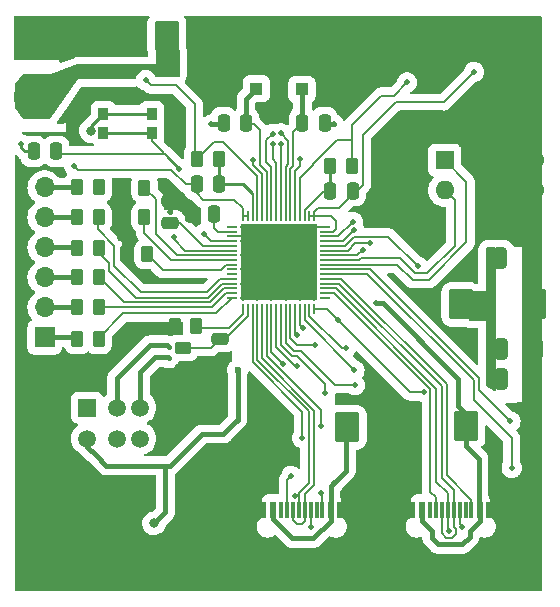
<source format=gbr>
%TF.GenerationSoftware,KiCad,Pcbnew,(6.0.5)*%
%TF.CreationDate,2022-06-14T13:50:17+08:00*%
%TF.ProjectId,V4.0,56342e30-2e6b-4696-9361-645f70636258,rev?*%
%TF.SameCoordinates,Original*%
%TF.FileFunction,Copper,L1,Top*%
%TF.FilePolarity,Positive*%
%FSLAX46Y46*%
G04 Gerber Fmt 4.6, Leading zero omitted, Abs format (unit mm)*
G04 Created by KiCad (PCBNEW (6.0.5)) date 2022-06-14 13:50:17*
%MOMM*%
%LPD*%
G01*
G04 APERTURE LIST*
G04 Aperture macros list*
%AMRoundRect*
0 Rectangle with rounded corners*
0 $1 Rounding radius*
0 $2 $3 $4 $5 $6 $7 $8 $9 X,Y pos of 4 corners*
0 Add a 4 corners polygon primitive as box body*
4,1,4,$2,$3,$4,$5,$6,$7,$8,$9,$2,$3,0*
0 Add four circle primitives for the rounded corners*
1,1,$1+$1,$2,$3*
1,1,$1+$1,$4,$5*
1,1,$1+$1,$6,$7*
1,1,$1+$1,$8,$9*
0 Add four rect primitives between the rounded corners*
20,1,$1+$1,$2,$3,$4,$5,0*
20,1,$1+$1,$4,$5,$6,$7,0*
20,1,$1+$1,$6,$7,$8,$9,0*
20,1,$1+$1,$8,$9,$2,$3,0*%
G04 Aperture macros list end*
%TA.AperFunction,SMDPad,CuDef*%
%ADD10RoundRect,0.250000X-0.450000X0.262500X-0.450000X-0.262500X0.450000X-0.262500X0.450000X0.262500X0*%
%TD*%
%TA.AperFunction,SMDPad,CuDef*%
%ADD11RoundRect,0.250000X0.262500X0.450000X-0.262500X0.450000X-0.262500X-0.450000X0.262500X-0.450000X0*%
%TD*%
%TA.AperFunction,SMDPad,CuDef*%
%ADD12RoundRect,0.250000X-0.325000X-0.650000X0.325000X-0.650000X0.325000X0.650000X-0.325000X0.650000X0*%
%TD*%
%TA.AperFunction,SMDPad,CuDef*%
%ADD13RoundRect,0.250000X-0.250000X-0.475000X0.250000X-0.475000X0.250000X0.475000X-0.250000X0.475000X0*%
%TD*%
%TA.AperFunction,SMDPad,CuDef*%
%ADD14RoundRect,0.250000X0.650000X-0.325000X0.650000X0.325000X-0.650000X0.325000X-0.650000X-0.325000X0*%
%TD*%
%TA.AperFunction,SMDPad,CuDef*%
%ADD15RoundRect,0.250000X0.250000X0.475000X-0.250000X0.475000X-0.250000X-0.475000X0.250000X-0.475000X0*%
%TD*%
%TA.AperFunction,SMDPad,CuDef*%
%ADD16RoundRect,0.250000X-0.787500X-1.025000X0.787500X-1.025000X0.787500X1.025000X-0.787500X1.025000X0*%
%TD*%
%TA.AperFunction,SMDPad,CuDef*%
%ADD17R,0.900000X1.000000*%
%TD*%
%TA.AperFunction,SMDPad,CuDef*%
%ADD18RoundRect,0.050000X0.350000X0.050000X-0.350000X0.050000X-0.350000X-0.050000X0.350000X-0.050000X0*%
%TD*%
%TA.AperFunction,SMDPad,CuDef*%
%ADD19RoundRect,0.050000X0.050000X0.350000X-0.050000X0.350000X-0.050000X-0.350000X0.050000X-0.350000X0*%
%TD*%
%TA.AperFunction,ComponentPad*%
%ADD20C,0.500000*%
%TD*%
%TA.AperFunction,SMDPad,CuDef*%
%ADD21R,6.500000X6.500000*%
%TD*%
%TA.AperFunction,SMDPad,CuDef*%
%ADD22R,1.100000X1.100000*%
%TD*%
%TA.AperFunction,ComponentPad*%
%ADD23R,3.800000X3.800000*%
%TD*%
%TA.AperFunction,ComponentPad*%
%ADD24C,3.800000*%
%TD*%
%TA.AperFunction,SMDPad,CuDef*%
%ADD25RoundRect,0.250000X0.475000X-0.250000X0.475000X0.250000X-0.475000X0.250000X-0.475000X-0.250000X0*%
%TD*%
%TA.AperFunction,ComponentPad*%
%ADD26R,1.600000X1.600000*%
%TD*%
%TA.AperFunction,ComponentPad*%
%ADD27O,1.600000X1.600000*%
%TD*%
%TA.AperFunction,SMDPad,CuDef*%
%ADD28R,0.600000X1.450000*%
%TD*%
%TA.AperFunction,SMDPad,CuDef*%
%ADD29R,0.300000X1.450000*%
%TD*%
%TA.AperFunction,ComponentPad*%
%ADD30O,1.000000X2.100000*%
%TD*%
%TA.AperFunction,ComponentPad*%
%ADD31O,1.000000X1.600000*%
%TD*%
%TA.AperFunction,ComponentPad*%
%ADD32R,1.700000X1.700000*%
%TD*%
%TA.AperFunction,ComponentPad*%
%ADD33O,1.700000X1.700000*%
%TD*%
%TA.AperFunction,ComponentPad*%
%ADD34R,1.500000X1.500000*%
%TD*%
%TA.AperFunction,ComponentPad*%
%ADD35C,1.500000*%
%TD*%
%TA.AperFunction,ComponentPad*%
%ADD36C,3.000000*%
%TD*%
%TA.AperFunction,SMDPad,CuDef*%
%ADD37RoundRect,0.250000X-0.475000X0.250000X-0.475000X-0.250000X0.475000X-0.250000X0.475000X0.250000X0*%
%TD*%
%TA.AperFunction,ViaPad*%
%ADD38C,0.500000*%
%TD*%
%TA.AperFunction,ViaPad*%
%ADD39C,0.800000*%
%TD*%
%TA.AperFunction,ViaPad*%
%ADD40C,0.600000*%
%TD*%
%TA.AperFunction,Conductor*%
%ADD41C,0.200000*%
%TD*%
%TA.AperFunction,Conductor*%
%ADD42C,0.400000*%
%TD*%
%TA.AperFunction,Conductor*%
%ADD43C,0.250000*%
%TD*%
G04 APERTURE END LIST*
D10*
%TO.P,RNTC1,1*%
%TO.N,Net-(C15-Pad2)*%
X120954800Y-104270800D03*
%TO.P,RNTC1,2*%
%TO.N,-BATT*%
X120954800Y-106095800D03*
%TD*%
D11*
%TO.P,RPMAX1,1*%
%TO.N,Net-(RPMAX1-Pad1)*%
X122070500Y-102412800D03*
%TO.P,RPMAX1,2*%
%TO.N,-BATT*%
X120245500Y-102412800D03*
%TD*%
%TO.P,R18,1*%
%TO.N,/LED4*%
X113790100Y-95834200D03*
%TO.P,R18,2*%
%TO.N,Net-(J5-Pad4)*%
X111965100Y-95834200D03*
%TD*%
D12*
%TO.P,C5,1*%
%TO.N,/VSYS-OUT*%
X147800800Y-96647000D03*
%TO.P,C5,2*%
%TO.N,-BATT*%
X150750800Y-96647000D03*
%TD*%
%TO.P,C7,1*%
%TO.N,/VSYS-OUT*%
X147826200Y-106934000D03*
%TO.P,C7,2*%
%TO.N,-BATT*%
X150776200Y-106934000D03*
%TD*%
D11*
%TO.P,R8,1*%
%TO.N,Net-(C13-Pad2)*%
X123950100Y-88239600D03*
%TO.P,R8,2*%
%TO.N,/SYSOUTBAT*%
X122125100Y-88239600D03*
%TD*%
%TO.P,R12,1*%
%TO.N,Net-(R12-Pad1)*%
X117676300Y-90703400D03*
%TO.P,R12,2*%
%TO.N,-BATT*%
X115851300Y-90703400D03*
%TD*%
D13*
%TO.P,D2,1,K*%
%TO.N,Net-(D2-Pad1)*%
X108295400Y-87630000D03*
%TO.P,D2,2,A*%
%TO.N,Net-(D2-Pad2)*%
X110195400Y-87630000D03*
%TD*%
D11*
%TO.P,R16,1*%
%TO.N,/LED2*%
X113815500Y-100838000D03*
%TO.P,R16,2*%
%TO.N,Net-(J5-Pad2)*%
X111990500Y-100838000D03*
%TD*%
D14*
%TO.P,C18,1*%
%TO.N,+BATT*%
X113309400Y-80900800D03*
%TO.P,C18,2*%
%TO.N,-BATT*%
X113309400Y-77950800D03*
%TD*%
D11*
%TO.P,R11,1*%
%TO.N,Net-(R11-Pad1)*%
X117676300Y-93192600D03*
%TO.P,R11,2*%
%TO.N,-BATT*%
X115851300Y-93192600D03*
%TD*%
D15*
%TO.P,C12,1*%
%TO.N,Net-(C12-Pad1)*%
X126273600Y-85191600D03*
%TO.P,C12,2*%
%TO.N,/HbridgeL*%
X124373600Y-85191600D03*
%TD*%
D13*
%TO.P,C11,1*%
%TO.N,Net-(C11-Pad1)*%
X131028400Y-85191600D03*
%TO.P,C11,2*%
%TO.N,/HbridgeR*%
X132928400Y-85191600D03*
%TD*%
D16*
%TO.P,C4,1*%
%TO.N,-BATT*%
X128637500Y-111000000D03*
%TO.P,C4,2*%
%TO.N,/CCOUT*%
X134862500Y-111000000D03*
%TD*%
D17*
%TO.P,SW1,1,1*%
%TO.N,Net-(R5-Pad1)*%
X118305800Y-84442400D03*
X114205800Y-84442400D03*
%TO.P,SW1,2,2*%
%TO.N,Net-(D2-Pad2)*%
X114205800Y-86042400D03*
X118305800Y-86042400D03*
%TD*%
D18*
%TO.P,U1,1,Lt*%
%TO.N,unconnected-(U1-Pad1)*%
X132982000Y-100028000D03*
%TO.P,U1,2,CC3*%
%TO.N,/CIO2_CC1*%
X132982000Y-99628000D03*
%TO.P,U1,3,DPB*%
%TO.N,/DPB*%
X132982000Y-99228000D03*
%TO.P,U1,4,DMB*%
%TO.N,/DMB*%
X132982000Y-98828000D03*
%TO.P,U1,5,CC4*%
%TO.N,/CIO2_CC2*%
X132982000Y-98428000D03*
%TO.P,U1,6,GPIO9*%
%TO.N,/EMK_CRTL1*%
X132982000Y-98028000D03*
%TO.P,U1,7,GPIO10*%
%TO.N,/EMK_CRTL2*%
X132982000Y-97628000D03*
%TO.P,U1,8,BAT_S1*%
%TO.N,Net-(SW2-Pad1)*%
X132982000Y-97228000D03*
%TO.P,U1,9,BAT_S2*%
%TO.N,Net-(SW2-Pad2)*%
X132982000Y-96828000D03*
%TO.P,U1,10,VIN*%
%TO.N,/CMOut*%
X132982000Y-96428000D03*
%TO.P,U1,11,VIN_Gate*%
%TO.N,Net-(Q1-Pad2)*%
X132982000Y-96028000D03*
%TO.P,U1,12,VIN_I*%
%TO.N,/VSYS-OUT*%
X132982000Y-95628000D03*
%TO.P,U1,13,VBUS*%
%TO.N,/CCOUT*%
X132982000Y-95228000D03*
%TO.P,U1,14,VBUS_Gate*%
%TO.N,Net-(Q1-Pad4)*%
X132982000Y-94828000D03*
%TO.P,U1,15,VBUS_I*%
%TO.N,/VSYS-OUT*%
X132982000Y-94428000D03*
%TO.P,U1,16,AGND*%
%TO.N,-BATT*%
X132982000Y-94028000D03*
D19*
%TO.P,U1,17,VIO*%
%TO.N,/VSYS-OUT*%
X132032000Y-93078000D03*
%TO.P,U1,18,CSP1*%
X131632000Y-93078000D03*
%TO.P,U1,19,CSN1*%
%TO.N,Net-(C10-Pad2)*%
X131232000Y-93078000D03*
%TO.P,U1,20,PCIN*%
%TO.N,/SYSOUT*%
X130832000Y-93078000D03*
%TO.P,U1,21,HG1*%
%TO.N,Net-(Q2-Pad2)*%
X130432000Y-93078000D03*
%TO.P,U1,22,BST1*%
%TO.N,Net-(C11-Pad1)*%
X130032000Y-93078000D03*
%TO.P,U1,23,LX1*%
%TO.N,/HbridgeR*%
X129632000Y-93078000D03*
%TO.P,U1,24,LG1*%
%TO.N,Net-(Q2-Pad4)*%
X129232000Y-93078000D03*
%TO.P,U1,25,LG2*%
%TO.N,Net-(Q4-Pad2)*%
X128832000Y-93078000D03*
%TO.P,U1,26,LX2*%
%TO.N,/HbridgeL*%
X128432000Y-93078000D03*
%TO.P,U1,27,BST2*%
%TO.N,Net-(C12-Pad1)*%
X128032000Y-93078000D03*
%TO.P,U1,28,HG2*%
%TO.N,Net-(Q4-Pad4)*%
X127632000Y-93078000D03*
%TO.P,U1,29,PCON*%
%TO.N,/SYSOUTBAT*%
X127232000Y-93078000D03*
%TO.P,U1,30,CSN2*%
%TO.N,Net-(C13-Pad2)*%
X126832000Y-93078000D03*
%TO.P,U1,31,CSP2*%
%TO.N,+BATT*%
X126432000Y-93078000D03*
%TO.P,U1,32,BAT*%
X126032000Y-93078000D03*
D18*
%TO.P,U1,33,LX*%
%TO.N,unconnected-(U1-Pad33)*%
X125082000Y-94028000D03*
%TO.P,U1,34,VCC5V*%
%TO.N,Net-(C14-Pad1)*%
X125082000Y-94428000D03*
%TO.P,U1,35,AGND*%
%TO.N,-BATT*%
X125082000Y-94828000D03*
%TO.P,U1,36,KEY*%
%TO.N,Net-(D2-Pad2)*%
X125082000Y-95228000D03*
%TO.P,U1,37,VCCIO*%
%TO.N,Net-(C22-Pad2)*%
X125082000Y-95628000D03*
%TO.P,U1,38,LED6*%
%TO.N,/LED6*%
X125082000Y-96028000D03*
%TO.P,U1,39,NTC_MODE*%
%TO.N,Net-(R12-Pad1)*%
X125082000Y-96428000D03*
%TO.P,U1,40,FCAP*%
%TO.N,Net-(R11-Pad1)*%
X125082000Y-96828000D03*
%TO.P,U1,41,VSET*%
%TO.N,Net-(R10-Pad1)*%
X125082000Y-97228000D03*
%TO.P,U1,42,IGND*%
%TO.N,unconnected-(U1-Pad42)*%
X125082000Y-97628000D03*
%TO.P,U1,43,ISENSE*%
%TO.N,unconnected-(U1-Pad43)*%
X125082000Y-98028000D03*
%TO.P,U1,44,LED5*%
%TO.N,/LED5*%
X125082000Y-98428000D03*
%TO.P,U1,45,LED4*%
%TO.N,/LED4*%
X125082000Y-98828000D03*
%TO.P,U1,46,LED3*%
%TO.N,/LED3*%
X125082000Y-99228000D03*
%TO.P,U1,47,LED2*%
%TO.N,/LED2*%
X125082000Y-99628000D03*
%TO.P,U1,48,LED1*%
%TO.N,/LED1*%
X125082000Y-100028000D03*
D19*
%TO.P,U1,49,PMAX*%
%TO.N,Net-(RPMAX1-Pad1)*%
X126032000Y-100978000D03*
%TO.P,U1,50,NTC*%
%TO.N,Net-(C15-Pad2)*%
X126432000Y-100978000D03*
%TO.P,U1,51,CC2*%
%TO.N,/CIO1_CC2*%
X126832000Y-100978000D03*
%TO.P,U1,52,DPC*%
%TO.N,/DPC*%
X127232000Y-100978000D03*
%TO.P,U1,53,DMC*%
%TO.N,/DMC*%
X127632000Y-100978000D03*
%TO.P,U1,54,CC1*%
%TO.N,/CIO1_CC1*%
X128032000Y-100978000D03*
%TO.P,U1,55,DPA1*%
%TO.N,Net-(J1-Pad3)*%
X128432000Y-100978000D03*
%TO.P,U1,56,DMA1*%
%TO.N,Net-(J1-Pad2)*%
X128832000Y-100978000D03*
%TO.P,U1,57,VOUT1*%
%TO.N,/AOUT1*%
X129232000Y-100978000D03*
%TO.P,U1,58,VOUT1_G*%
%TO.N,Net-(Q3-Pad2)*%
X129632000Y-100978000D03*
%TO.P,U1,59,VOUT1_I*%
%TO.N,/VSYS-OUT*%
X130032000Y-100978000D03*
%TO.P,U1,60,DPA2*%
%TO.N,Net-(J1-Pad7)*%
X130432000Y-100978000D03*
%TO.P,U1,61,DMA2*%
%TO.N,Net-(J1-Pad6)*%
X130832000Y-100978000D03*
%TO.P,U1,62,VOUT2*%
%TO.N,/AOUT2*%
X131232000Y-100978000D03*
%TO.P,U1,63,VOUT2_G*%
%TO.N,Net-(Q3-Pad4)*%
X131632000Y-100978000D03*
%TO.P,U1,64,VOUT2_I*%
%TO.N,/VSYS-OUT*%
X132032000Y-100978000D03*
D20*
%TO.P,U1,65,GND_EPAD*%
%TO.N,-BATT*%
X128432000Y-97628000D03*
X127232000Y-96428000D03*
X126032000Y-100028000D03*
X127232000Y-95228000D03*
X130832000Y-94028000D03*
X128432000Y-96428000D03*
X128432000Y-95228000D03*
X128432000Y-100028000D03*
X132032000Y-95228000D03*
X130832000Y-100028000D03*
X132032000Y-94028000D03*
X126032000Y-94028000D03*
X132032000Y-98828000D03*
X129632000Y-97628000D03*
X130832000Y-97628000D03*
X127232000Y-97628000D03*
X127232000Y-100028000D03*
X127232000Y-94028000D03*
X129632000Y-94028000D03*
X129632000Y-95228000D03*
X132032000Y-96428000D03*
X126032000Y-97628000D03*
X128432000Y-94028000D03*
X127232000Y-98828000D03*
X129632000Y-96428000D03*
X132032000Y-97628000D03*
X130832000Y-95228000D03*
D21*
X129032000Y-97028000D03*
D20*
X129632000Y-98828000D03*
X126032000Y-96428000D03*
X126032000Y-98828000D03*
X130832000Y-96428000D03*
X128432000Y-98828000D03*
X130832000Y-98828000D03*
X132032000Y-100028000D03*
X129632000Y-100028000D03*
X126032000Y-95228000D03*
%TD*%
D12*
%TO.P,C6,1*%
%TO.N,/VSYS-OUT*%
X147877000Y-104394000D03*
%TO.P,C6,2*%
%TO.N,-BATT*%
X150827000Y-104394000D03*
%TD*%
D11*
%TO.P,R19,1*%
%TO.N,/LED5*%
X113815500Y-93218000D03*
%TO.P,R19,2*%
%TO.N,Net-(J5-Pad5)*%
X111990500Y-93218000D03*
%TD*%
D16*
%TO.P,C8,1*%
%TO.N,/VSYS-OUT*%
X144461500Y-100584000D03*
%TO.P,C8,2*%
%TO.N,-BATT*%
X150686500Y-100584000D03*
%TD*%
D22*
%TO.P,D3,1,K*%
%TO.N,Net-(C12-Pad1)*%
X127130000Y-82321400D03*
%TO.P,D3,2,A*%
%TO.N,-BATT*%
X124330000Y-82321400D03*
%TD*%
D11*
%TO.P,R17,1*%
%TO.N,/LED3*%
X113815500Y-98298000D03*
%TO.P,R17,2*%
%TO.N,Net-(J5-Pad3)*%
X111990500Y-98298000D03*
%TD*%
D23*
%TO.P,J4,1,GND*%
%TO.N,-BATT*%
X108534200Y-77992600D03*
D24*
%TO.P,J4,2,P*%
%TO.N,+BATT*%
X108534200Y-82992600D03*
%TD*%
D16*
%TO.P,C16,1*%
%TO.N,+BATT*%
X119569500Y-77851000D03*
%TO.P,C16,2*%
%TO.N,-BATT*%
X125794500Y-77851000D03*
%TD*%
%TO.P,C2,1*%
%TO.N,-BATT*%
X138687500Y-110900000D03*
%TO.P,C2,2*%
%TO.N,/CMOut*%
X144912500Y-110900000D03*
%TD*%
D15*
%TO.P,C14,1*%
%TO.N,Net-(C14-Pad1)*%
X123555800Y-92938600D03*
%TO.P,C14,2*%
%TO.N,-BATT*%
X121655800Y-92938600D03*
%TD*%
%TO.P,C10,1*%
%TO.N,/VSYS-OUT*%
X135316000Y-90957400D03*
%TO.P,C10,2*%
%TO.N,Net-(C10-Pad2)*%
X133416000Y-90957400D03*
%TD*%
D11*
%TO.P,R10,1*%
%TO.N,Net-(R10-Pad1)*%
X117930300Y-96316800D03*
%TO.P,R10,2*%
%TO.N,-BATT*%
X116105300Y-96316800D03*
%TD*%
%TO.P,R20,1*%
%TO.N,/LED6*%
X113815500Y-90678000D03*
%TO.P,R20,2*%
%TO.N,Net-(J5-Pad6)*%
X111990500Y-90678000D03*
%TD*%
D25*
%TO.P,C15,1*%
%TO.N,-BATT*%
X124053600Y-105420200D03*
%TO.P,C15,2*%
%TO.N,Net-(C15-Pad2)*%
X124053600Y-103520200D03*
%TD*%
D14*
%TO.P,C17,1*%
%TO.N,+BATT*%
X116027200Y-80875400D03*
%TO.P,C17,2*%
%TO.N,-BATT*%
X116027200Y-77925400D03*
%TD*%
D13*
%TO.P,C13,1*%
%TO.N,+BATT*%
X122087600Y-90424000D03*
%TO.P,C13,2*%
%TO.N,Net-(C13-Pad2)*%
X123987600Y-90424000D03*
%TD*%
D26*
%TO.P,SW2,1*%
%TO.N,Net-(SW2-Pad1)*%
X143103600Y-88366600D03*
D27*
%TO.P,SW2,2*%
%TO.N,Net-(SW2-Pad2)*%
X143103600Y-90906600D03*
%TO.P,SW2,3*%
%TO.N,-BATT*%
X150723600Y-90906600D03*
%TO.P,SW2,4*%
X150723600Y-88366600D03*
%TD*%
D28*
%TO.P,J2,A1,GND*%
%TO.N,-BATT*%
X140361600Y-117955000D03*
%TO.P,J2,A4,VBUS*%
%TO.N,/CMOut*%
X141161600Y-117955000D03*
D29*
%TO.P,J2,A5,CC1*%
%TO.N,/CIO2_CC1*%
X142361600Y-117955000D03*
%TO.P,J2,A6,DP*%
%TO.N,/DPB*%
X143361600Y-117955000D03*
%TO.P,J2,A7,DM*%
%TO.N,/DMB*%
X143861600Y-117955000D03*
%TO.P,J2,A8*%
%TO.N,N/C*%
X144861600Y-117955000D03*
D28*
%TO.P,J2,A9,VBUS*%
%TO.N,/CMOut*%
X146061600Y-117955000D03*
%TO.P,J2,A12,GND*%
%TO.N,-BATT*%
X146861600Y-117955000D03*
%TO.P,J2,B1,GND*%
X146861600Y-117955000D03*
%TO.P,J2,B4,VBUS*%
%TO.N,/CMOut*%
X146061600Y-117955000D03*
D29*
%TO.P,J2,B5,CC2*%
%TO.N,/CIO2_CC2*%
X145361600Y-117955000D03*
%TO.P,J2,B6,DP2*%
%TO.N,/DPB*%
X144361600Y-117955000D03*
%TO.P,J2,B7,DM2*%
%TO.N,/DMB*%
X142861600Y-117955000D03*
%TO.P,J2,B8*%
%TO.N,N/C*%
X141861600Y-117955000D03*
D28*
%TO.P,J2,B9,VBUS*%
%TO.N,/CMOut*%
X141161600Y-117955000D03*
%TO.P,J2,B12,GND*%
%TO.N,-BATT*%
X140361600Y-117955000D03*
D30*
%TO.P,J2,S1,SHELL*%
X147931600Y-118870000D03*
D31*
X147931600Y-123050000D03*
D30*
X139291600Y-118870000D03*
D31*
X139291600Y-123050000D03*
%TD*%
D11*
%TO.P,R3,1*%
%TO.N,/SYSOUT*%
X135253100Y-88823800D03*
%TO.P,R3,2*%
%TO.N,Net-(C10-Pad2)*%
X133428100Y-88823800D03*
%TD*%
D32*
%TO.P,J5,1,Pin_1*%
%TO.N,Net-(J5-Pad1)*%
X109220000Y-103378000D03*
D33*
%TO.P,J5,2,Pin_2*%
%TO.N,Net-(J5-Pad2)*%
X109220000Y-100838000D03*
%TO.P,J5,3,Pin_3*%
%TO.N,Net-(J5-Pad3)*%
X109220000Y-98298000D03*
%TO.P,J5,4,Pin_4*%
%TO.N,Net-(J5-Pad4)*%
X109220000Y-95758000D03*
%TO.P,J5,5,Pin_5*%
%TO.N,Net-(J5-Pad5)*%
X109220000Y-93218000D03*
%TO.P,J5,6,Pin_6*%
%TO.N,Net-(J5-Pad6)*%
X109220000Y-90678000D03*
%TD*%
D34*
%TO.P,J1,1,VBUS1*%
%TO.N,/AOUT1*%
X112832000Y-109325000D03*
D35*
%TO.P,J1,2,D1-*%
%TO.N,Net-(J1-Pad2)*%
X115332000Y-109325000D03*
%TO.P,J1,3,D1+*%
%TO.N,Net-(J1-Pad3)*%
X117332000Y-109325000D03*
%TO.P,J1,4,GND1*%
%TO.N,-BATT*%
X119832000Y-109325000D03*
%TO.P,J1,5,VBUS2*%
%TO.N,/AOUT2*%
X112832000Y-111945000D03*
%TO.P,J1,6,D2-*%
%TO.N,Net-(J1-Pad6)*%
X115332000Y-111945000D03*
%TO.P,J1,7,D2+*%
%TO.N,Net-(J1-Pad7)*%
X117332000Y-111945000D03*
%TO.P,J1,8,GND2*%
%TO.N,-BATT*%
X119832000Y-111945000D03*
D36*
%TO.P,J1,9,Shield*%
X122902000Y-108975000D03*
X109762000Y-114655000D03*
X122902000Y-114655000D03*
X109762000Y-108975000D03*
%TD*%
D28*
%TO.P,J3,A1,GND*%
%TO.N,-BATT*%
X127750000Y-117955000D03*
%TO.P,J3,A4,VBUS*%
%TO.N,/CCOUT*%
X128550000Y-117955000D03*
D29*
%TO.P,J3,A5,CC1*%
%TO.N,/CIO1_CC1*%
X129750000Y-117955000D03*
%TO.P,J3,A6,DP*%
%TO.N,/DPC*%
X130750000Y-117955000D03*
%TO.P,J3,A7,DM*%
%TO.N,/DMC*%
X131250000Y-117955000D03*
%TO.P,J3,A8*%
%TO.N,N/C*%
X132250000Y-117955000D03*
D28*
%TO.P,J3,A9,VBUS*%
%TO.N,/CCOUT*%
X133450000Y-117955000D03*
%TO.P,J3,A12,GND*%
%TO.N,-BATT*%
X134250000Y-117955000D03*
%TO.P,J3,B1,GND*%
X134250000Y-117955000D03*
%TO.P,J3,B4,VBUS*%
%TO.N,/CCOUT*%
X133450000Y-117955000D03*
D29*
%TO.P,J3,B5,CC2*%
%TO.N,/CIO1_CC2*%
X132750000Y-117955000D03*
%TO.P,J3,B6,DP2*%
%TO.N,/DPC*%
X131750000Y-117955000D03*
%TO.P,J3,B7,DM2*%
%TO.N,/DMC*%
X130250000Y-117955000D03*
%TO.P,J3,B8*%
%TO.N,N/C*%
X129250000Y-117955000D03*
D28*
%TO.P,J3,B9,VBUS*%
%TO.N,/CCOUT*%
X128550000Y-117955000D03*
%TO.P,J3,B12,GND*%
%TO.N,-BATT*%
X127750000Y-117955000D03*
D30*
%TO.P,J3,S1,SHELL*%
X126680000Y-118870000D03*
X135320000Y-118870000D03*
D31*
X135320000Y-123050000D03*
X126680000Y-123050000D03*
%TD*%
D37*
%TO.P,C22,1*%
%TO.N,-BATT*%
X119811800Y-91810800D03*
%TO.P,C22,2*%
%TO.N,Net-(C22-Pad2)*%
X119811800Y-93710800D03*
%TD*%
D22*
%TO.P,D1,1,K*%
%TO.N,Net-(C11-Pad1)*%
X131010200Y-82372200D03*
%TO.P,D1,2,A*%
%TO.N,-BATT*%
X133810200Y-82372200D03*
%TD*%
D11*
%TO.P,R15,1*%
%TO.N,/LED1*%
X113815500Y-103505000D03*
%TO.P,R15,2*%
%TO.N,Net-(J5-Pad1)*%
X111990500Y-103505000D03*
%TD*%
D38*
%TO.N,-BATT*%
X148259800Y-80721200D03*
X138074400Y-92100400D03*
X119811800Y-92735400D03*
X149021800Y-80721200D03*
X147472400Y-80746600D03*
X137769600Y-85877400D03*
X120269000Y-85928200D03*
D39*
X107365800Y-90551000D03*
D38*
X111531400Y-85877400D03*
X150749000Y-95250000D03*
X150114000Y-95250000D03*
X116103400Y-95173800D03*
%TO.N,/AOUT1*%
X132969000Y-108077000D03*
%TO.N,/CMOut*%
X137287000Y-100457000D03*
X136140400Y-95942600D03*
%TO.N,/AOUT2*%
X135458200Y-106172000D03*
D40*
X125577600Y-106095800D03*
D39*
X118491000Y-119126000D03*
D38*
%TO.N,/CCOUT*%
X135444015Y-94289345D03*
X133731000Y-115697000D03*
%TO.N,/VSYS-OUT*%
X146812000Y-107315000D03*
X134061200Y-101904800D03*
X146050000Y-101346000D03*
X146812000Y-106426000D03*
X145567400Y-80899000D03*
X140843000Y-97367500D03*
X146812000Y-96647000D03*
X146812000Y-102997000D03*
X146812000Y-97409000D03*
X146050000Y-99949000D03*
X132080000Y-104013000D03*
X146812000Y-103759000D03*
X141334900Y-108027000D03*
%TO.N,/HbridgeR*%
X129235200Y-86106000D03*
X133705600Y-85318600D03*
%TO.N,/HbridgeL*%
X128524000Y-86131400D03*
X123342400Y-85344000D03*
%TO.N,+BATT*%
X111734600Y-88874600D03*
%TO.N,Net-(D2-Pad1)*%
X107238800Y-87020400D03*
%TO.N,Net-(D2-Pad2)*%
X122682000Y-94615000D03*
X120624600Y-89103200D03*
%TO.N,Net-(J1-Pad2)*%
X119761000Y-104165400D03*
X130556000Y-105791000D03*
%TO.N,Net-(J1-Pad3)*%
X119761000Y-105156000D03*
X129429873Y-105596327D03*
%TO.N,Net-(J1-Pad6)*%
X131131011Y-102616984D03*
%TO.N,Net-(J1-Pad7)*%
X130581500Y-103200200D03*
%TO.N,/DPB*%
X143450000Y-119800000D03*
X144600000Y-119400000D03*
%TO.N,/CIO1_CC1*%
X130095650Y-115104350D03*
X132617500Y-110896400D03*
%TO.N,/DPC*%
X130400000Y-116780498D03*
X131800000Y-119400000D03*
%TO.N,/CIO1_CC2*%
X132617500Y-116560600D03*
X131018500Y-111887000D03*
%TO.N,Net-(Q1-Pad2)*%
X136789900Y-95393100D03*
%TO.N,Net-(Q1-Pad4)*%
X135331200Y-93599000D03*
%TO.N,Net-(Q2-Pad2)*%
X130819219Y-88232072D03*
%TO.N,Net-(Q2-Pad4)*%
X129260600Y-86969600D03*
%TO.N,/SYSOUT*%
X139904000Y-81788000D03*
%TO.N,Net-(Q3-Pad2)*%
X135509000Y-107416600D03*
%TO.N,Net-(Q3-Pad4)*%
X134747000Y-104267000D03*
%TO.N,Net-(Q4-Pad2)*%
X128535837Y-86972874D03*
%TO.N,Net-(Q4-Pad4)*%
X126873000Y-88341200D03*
%TO.N,/SYSOUTBAT*%
X117779800Y-81584800D03*
%TO.N,/EMK_CRTL1*%
X148767800Y-114427000D03*
%TO.N,/EMK_CRTL2*%
X148666200Y-110490000D03*
D39*
%TO.N,Net-(R5-Pad1)*%
X113156298Y-85902800D03*
D38*
%TO.N,/LED6*%
X120142000Y-94869000D03*
X113741200Y-90678000D03*
%TD*%
D41*
%TO.N,-BATT*%
X132982000Y-94028000D02*
X132032000Y-94028000D01*
X125082000Y-94828000D02*
X126832000Y-94828000D01*
X137769600Y-85877400D02*
X138049000Y-86156800D01*
D42*
X119811800Y-91810800D02*
X119811800Y-92735400D01*
D41*
X138049000Y-86156800D02*
X138049000Y-92075000D01*
X138049000Y-92075000D02*
X138074400Y-92100400D01*
X126832000Y-94828000D02*
X129032000Y-97028000D01*
%TO.N,/AOUT1*%
X129232000Y-104007741D02*
X129232000Y-100978000D01*
X132969000Y-107315000D02*
X130566234Y-104912234D01*
X130566234Y-104912234D02*
X130136493Y-104912234D01*
X132969000Y-108077000D02*
X132969000Y-107315000D01*
X130136493Y-104912234D02*
X129232000Y-104007741D01*
D42*
%TO.N,/CMOut*%
X142000000Y-120350000D02*
X142550000Y-120900000D01*
X144246600Y-106863240D02*
X144246600Y-109169200D01*
D41*
X136140400Y-95942600D02*
X135655000Y-96428000D01*
D42*
X144912500Y-109835100D02*
X144912500Y-110900000D01*
X144912500Y-112591000D02*
X145987000Y-113665500D01*
X137840360Y-100457000D02*
X144246600Y-106863240D01*
X145250000Y-120250000D02*
X145250000Y-119730209D01*
D41*
X135655000Y-96428000D02*
X132982000Y-96428000D01*
D42*
X141161600Y-117955000D02*
X141161600Y-118918609D01*
X142550000Y-120900000D02*
X144600000Y-120900000D01*
X137287000Y-100457000D02*
X137840360Y-100457000D01*
X144912500Y-110900000D02*
X144912500Y-112591000D01*
X145250000Y-119730209D02*
X146061600Y-118918609D01*
X145987000Y-113665500D02*
X145987000Y-118108000D01*
X144246600Y-109169200D02*
X144912500Y-109835100D01*
X146061600Y-118918609D02*
X146061600Y-117955000D01*
X144600000Y-120900000D02*
X145250000Y-120250000D01*
X142000000Y-119757009D02*
X142000000Y-120350000D01*
X141161600Y-118918609D02*
X142000000Y-119757009D01*
%TO.N,/AOUT2*%
X124180600Y-111556800D02*
X124358400Y-111556800D01*
X119456200Y-114249200D02*
X119837200Y-114249200D01*
X114452400Y-114249200D02*
X119456200Y-114249200D01*
D41*
X135458200Y-106121200D02*
X131232000Y-101895000D01*
D42*
X113538000Y-113334800D02*
X114452400Y-114249200D01*
X119837200Y-114249200D02*
X120827800Y-113258600D01*
X122529600Y-111556800D02*
X124180600Y-111556800D01*
X124358400Y-111556800D02*
X125374400Y-110540800D01*
X119456200Y-118160800D02*
X119456200Y-114249200D01*
X120827800Y-113258600D02*
X122529600Y-111556800D01*
X112832000Y-111945000D02*
X112832000Y-112628800D01*
X125577600Y-110337600D02*
X125577600Y-106095800D01*
X118491000Y-119126000D02*
X119456200Y-118160800D01*
D41*
X131232000Y-101895000D02*
X131232000Y-100978000D01*
X135458200Y-106172000D02*
X135458200Y-106121200D01*
D42*
X112832000Y-112628800D02*
X113538000Y-113334800D01*
X125374400Y-110540800D02*
X125577600Y-110337600D01*
%TO.N,/CCOUT*%
X134747000Y-111115500D02*
X134862500Y-111000000D01*
X131968609Y-120400000D02*
X130200489Y-120400000D01*
X133731000Y-115697000D02*
X133450000Y-115978000D01*
X133731000Y-115697000D02*
X134747000Y-114681000D01*
D41*
X134505360Y-95228000D02*
X132982000Y-95228000D01*
D42*
X128550000Y-118749511D02*
X128550000Y-117955000D01*
X133450000Y-117955000D02*
X133450000Y-118918609D01*
D41*
X135444015Y-94289345D02*
X134505360Y-95228000D01*
D42*
X134747000Y-114681000D02*
X134747000Y-111115500D01*
X130200489Y-120400000D02*
X128550000Y-118749511D01*
X133450000Y-115978000D02*
X133450000Y-117955000D01*
X133450000Y-118918609D02*
X131968609Y-120400000D01*
D41*
%TO.N,/VSYS-OUT*%
X136144000Y-86261503D02*
X136144000Y-90437000D01*
X134670366Y-95628000D02*
X132982000Y-95628000D01*
X140158000Y-108027000D02*
X141334900Y-108027000D01*
X133638600Y-94428000D02*
X133908800Y-94157800D01*
X136144000Y-90437000D02*
X134125000Y-92456000D01*
X133134400Y-100978000D02*
X132032000Y-100978000D01*
X132334000Y-92456000D02*
X132032000Y-92758000D01*
X134125000Y-92456000D02*
X132334000Y-92456000D01*
X133908800Y-94157800D02*
X133908800Y-93497400D01*
X145567400Y-80899000D02*
X143000889Y-83465511D01*
X138319100Y-94843600D02*
X135454766Y-94843600D01*
X133489400Y-93078000D02*
X132032000Y-93078000D01*
X135454766Y-94843600D02*
X134670366Y-95628000D01*
X132032000Y-92758000D02*
X132032000Y-93078000D01*
X134061200Y-101904800D02*
X134061200Y-101930200D01*
X131632000Y-93078000D02*
X132032000Y-93078000D01*
X134061200Y-101904800D02*
X133134400Y-100978000D01*
X140843000Y-97367500D02*
X138319100Y-94843600D01*
X143000889Y-83465511D02*
X138939992Y-83465511D01*
X132982000Y-94428000D02*
X133638600Y-94428000D01*
X130617173Y-104013000D02*
X130032000Y-103427827D01*
X130032000Y-103427827D02*
X130032000Y-100978000D01*
X133908800Y-93497400D02*
X133489400Y-93078000D01*
X132080000Y-104013000D02*
X130617173Y-104013000D01*
X134061200Y-101930200D02*
X140158000Y-108027000D01*
X138939992Y-83465511D02*
X136144000Y-86261503D01*
%TO.N,Net-(C10-Pad2)*%
X132858305Y-90957400D02*
X131232000Y-92583705D01*
X131232000Y-92583705D02*
X131232000Y-93078000D01*
X133416000Y-90957400D02*
X132858305Y-90957400D01*
D43*
X133428100Y-90945300D02*
X133416000Y-90957400D01*
X133428100Y-88823800D02*
X133428100Y-90945300D01*
D41*
%TO.N,Net-(C11-Pad1)*%
X130031520Y-89100486D02*
X130031520Y-93078480D01*
D42*
X131010200Y-82372200D02*
X131028400Y-82390400D01*
D41*
X131028400Y-85191600D02*
X130269719Y-85950281D01*
X130031520Y-93078480D02*
X130032000Y-93078000D01*
X130269719Y-88862287D02*
X130031520Y-89100486D01*
X130269719Y-85950281D02*
X130269719Y-88862287D01*
D42*
X131028400Y-82390400D02*
X131028400Y-85191600D01*
D41*
%TO.N,/HbridgeR*%
X129632000Y-88935000D02*
X129632000Y-93078000D01*
X129235200Y-86106000D02*
X129870200Y-86741000D01*
X129870200Y-88696800D02*
X129632000Y-88935000D01*
D42*
X133055400Y-85318600D02*
X132928400Y-85191600D01*
X133705600Y-85318600D02*
X133055400Y-85318600D01*
D41*
X129870200Y-86741000D02*
X129870200Y-88696800D01*
%TO.N,Net-(C12-Pad1)*%
X128032480Y-93077520D02*
X128032000Y-93078000D01*
X127430000Y-85824800D02*
X127430000Y-88770000D01*
X126949200Y-85344000D02*
X127430000Y-85824800D01*
X128032480Y-89372480D02*
X128032480Y-93077520D01*
D42*
X126273600Y-83177800D02*
X126273600Y-85191600D01*
D41*
X126124000Y-85344000D02*
X126949200Y-85344000D01*
X127430000Y-88770000D02*
X128032480Y-89372480D01*
D42*
X127130000Y-82321400D02*
X126273600Y-83177800D01*
D41*
%TO.N,/HbridgeL*%
X128432480Y-89270920D02*
X128432000Y-89271400D01*
X127983063Y-86672337D02*
X127983063Y-88510986D01*
X127983063Y-88510986D02*
X128432480Y-88960403D01*
D42*
X124221200Y-85344000D02*
X124373600Y-85191600D01*
X123342400Y-85344000D02*
X124221200Y-85344000D01*
D41*
X128524000Y-86131400D02*
X127983063Y-86672337D01*
X128432000Y-89271400D02*
X128432000Y-93078000D01*
X128432480Y-88960403D02*
X128432480Y-89270920D01*
%TO.N,+BATT*%
X111734600Y-88874600D02*
X112064800Y-89204800D01*
X126032000Y-92453200D02*
X125298200Y-91719400D01*
X121168273Y-90424000D02*
X122087600Y-90424000D01*
X112064800Y-89204800D02*
X119949073Y-89204800D01*
X119949073Y-89204800D02*
X121168273Y-90424000D01*
X126432000Y-93078000D02*
X126032000Y-93078000D01*
X126032000Y-93078000D02*
X126032000Y-92453200D01*
X122656600Y-91719400D02*
X122087600Y-91150400D01*
X125298200Y-91719400D02*
X122656600Y-91719400D01*
X122087600Y-91150400D02*
X122087600Y-90424000D01*
D43*
%TO.N,Net-(C13-Pad2)*%
X123950100Y-90386500D02*
X123950100Y-88239600D01*
X123987600Y-90424000D02*
X126060200Y-90424000D01*
X126060200Y-90424000D02*
X126807480Y-91171280D01*
D41*
X126832000Y-91195800D02*
X126832000Y-93078000D01*
D43*
X123987600Y-90424000D02*
X123950100Y-90386500D01*
X126807480Y-91171280D02*
X126807480Y-91195800D01*
D41*
%TO.N,Net-(C14-Pad1)*%
X125082000Y-94428000D02*
X123866600Y-94428000D01*
X123866600Y-94428000D02*
X123555800Y-94117200D01*
X123555800Y-94117200D02*
X123555800Y-92938600D01*
%TO.N,Net-(C15-Pad2)*%
X124476406Y-103520200D02*
X126431999Y-101564607D01*
X124053600Y-103520200D02*
X124476406Y-103520200D01*
X126431999Y-101564607D02*
X126432000Y-100978000D01*
X124053600Y-103520200D02*
X123303000Y-104270800D01*
X123303000Y-104270800D02*
X120954800Y-104270800D01*
%TO.N,Net-(C22-Pad2)*%
X125082000Y-95628000D02*
X122618000Y-95628000D01*
X122618000Y-95628000D02*
X120700800Y-93710800D01*
X120700800Y-93710800D02*
X119811800Y-93710800D01*
D43*
%TO.N,Net-(D2-Pad1)*%
X107543600Y-87630000D02*
X108295400Y-87630000D01*
X107238800Y-87020400D02*
X107238800Y-87325200D01*
X107238800Y-87325200D02*
X107543600Y-87630000D01*
D41*
%TO.N,Net-(D2-Pad2)*%
X120523000Y-88990600D02*
X120523000Y-89001600D01*
X110195400Y-87630000D02*
X110417400Y-87852000D01*
X122682000Y-94615000D02*
X123295000Y-95228000D01*
X120624600Y-89103200D02*
X118305800Y-86784400D01*
X110417400Y-87852000D02*
X119384400Y-87852000D01*
D43*
X114205800Y-86042400D02*
X118305800Y-86042400D01*
D41*
X118305800Y-86784400D02*
X118305800Y-86042400D01*
X120523000Y-89001600D02*
X120624600Y-89103200D01*
X123295000Y-95228000D02*
X125082000Y-95228000D01*
X119384400Y-87852000D02*
X120523000Y-88990600D01*
D42*
%TO.N,Net-(J1-Pad2)*%
X119608600Y-104013000D02*
X118110000Y-104013000D01*
X118110000Y-104013000D02*
X115332000Y-106791000D01*
X119761000Y-104165400D02*
X119608600Y-104013000D01*
D41*
X130556000Y-105791000D02*
X130401657Y-105791000D01*
X128832000Y-104221343D02*
X128832000Y-100978000D01*
D42*
X115332000Y-106791000D02*
X115332000Y-109325000D01*
D41*
X130401657Y-105791000D02*
X128832000Y-104221343D01*
%TO.N,Net-(J1-Pad3)*%
X129429873Y-105596327D02*
X128432000Y-104598454D01*
D42*
X118592600Y-105054400D02*
X117332000Y-106315000D01*
X117332000Y-106315000D02*
X117332000Y-109325000D01*
X119761000Y-105156000D02*
X119659400Y-105054400D01*
X119659400Y-105054400D02*
X118592600Y-105054400D01*
D41*
X128432000Y-104598454D02*
X128432000Y-100978000D01*
%TO.N,Net-(J1-Pad6)*%
X130832000Y-102317973D02*
X131131011Y-102616984D01*
X130832000Y-100978000D02*
X130832000Y-102317973D01*
%TO.N,Net-(J1-Pad7)*%
X130581500Y-103200200D02*
X130432000Y-103050700D01*
X130432000Y-103050700D02*
X130432000Y-100978000D01*
%TO.N,/CIO2_CC1*%
X141884400Y-107772200D02*
X133740200Y-99628000D01*
X141884400Y-116434400D02*
X142361600Y-116911600D01*
X133740200Y-99628000D02*
X132982000Y-99628000D01*
X141884400Y-107772200D02*
X141884400Y-116434400D01*
X142361600Y-116911600D02*
X142361600Y-117955000D01*
%TO.N,/DPB*%
X133905206Y-99228000D02*
X132982000Y-99228000D01*
X143361600Y-119711600D02*
X143361600Y-117955000D01*
X144361600Y-119161600D02*
X144600000Y-119400000D01*
X143361600Y-117955000D02*
X143361600Y-116561600D01*
X142400000Y-107722794D02*
X133905206Y-99228000D01*
X144361600Y-117955000D02*
X144361600Y-119161600D01*
X142400000Y-115600000D02*
X142400000Y-107722794D01*
X143450000Y-119800000D02*
X143361600Y-119711600D01*
X143361600Y-116561600D02*
X142400000Y-115600000D01*
%TO.N,/DMB*%
X144050000Y-120000000D02*
X143700489Y-120349511D01*
X143700489Y-120349511D02*
X143222384Y-120349511D01*
X142868120Y-115268120D02*
X143861600Y-116261600D01*
X143861600Y-117955000D02*
X143861600Y-119434473D01*
X142850000Y-119977127D02*
X142850000Y-117966600D01*
X144050000Y-119622873D02*
X144050000Y-120000000D01*
X142850000Y-117966600D02*
X142861600Y-117955000D01*
X143861600Y-116261600D02*
X143861600Y-117955000D01*
X142868120Y-107520917D02*
X142868120Y-115268120D01*
X143861600Y-119434473D02*
X144050000Y-119622873D01*
X143222384Y-120349511D02*
X142850000Y-119977127D01*
X134175203Y-98828000D02*
X142868120Y-107520917D01*
X132982000Y-98828000D02*
X134175203Y-98828000D01*
%TO.N,/CIO2_CC2*%
X143267640Y-107355431D02*
X143267640Y-115022840D01*
X143267640Y-115022840D02*
X145361600Y-117116800D01*
X132982000Y-98428000D02*
X134340210Y-98428001D01*
X134340210Y-98428001D02*
X143267640Y-107355431D01*
X145361600Y-117116800D02*
X145361600Y-117955000D01*
%TO.N,/CIO1_CC1*%
X129750000Y-117955000D02*
X129750000Y-115450000D01*
X128032000Y-104975582D02*
X128032000Y-100978000D01*
X129750000Y-115450000D02*
X130095650Y-115104350D01*
X132617500Y-110896400D02*
X132617500Y-109561082D01*
X132617500Y-109561082D02*
X128032000Y-104975582D01*
%TO.N,/DPC*%
X131800000Y-119400000D02*
X131800000Y-118005000D01*
X130750000Y-116650000D02*
X130619502Y-116780498D01*
X131800000Y-118005000D02*
X131750000Y-117955000D01*
X130750000Y-116550000D02*
X131568000Y-115732000D01*
X127232000Y-105305594D02*
X127232000Y-100978000D01*
X130750000Y-117955000D02*
X130750000Y-116650000D01*
X130750000Y-116650000D02*
X130750000Y-116550000D01*
X131568000Y-109641594D02*
X127232000Y-105305594D01*
X131568000Y-115732000D02*
X131568000Y-109641594D01*
X130619502Y-116780498D02*
X130400000Y-116780498D01*
%TO.N,/DMC*%
X131250000Y-117955000D02*
X131250000Y-118950000D01*
X131250000Y-118950000D02*
X131000000Y-119200000D01*
X127632000Y-105140588D02*
X132068000Y-109576588D01*
X132068000Y-115832000D02*
X131250000Y-116650000D01*
X127632000Y-100978000D02*
X127632000Y-105140588D01*
X130250000Y-118850000D02*
X130250000Y-117955000D01*
X130600000Y-119200000D02*
X130250000Y-118850000D01*
X131250000Y-116650000D02*
X131250000Y-117955000D01*
X131000000Y-119200000D02*
X130600000Y-119200000D01*
X132068000Y-109576588D02*
X132068000Y-115832000D01*
%TO.N,/CIO1_CC2*%
X132617500Y-116560600D02*
X132750000Y-116693100D01*
X132750000Y-116693100D02*
X132750000Y-117955000D01*
X131018500Y-111887000D02*
X131018500Y-109657100D01*
X126832000Y-105470600D02*
X126832000Y-100978000D01*
X131018500Y-109657100D02*
X126832000Y-105470600D01*
D42*
%TO.N,Net-(J5-Pad1)*%
X109220000Y-103378000D02*
X111951000Y-103378000D01*
X111951000Y-103378000D02*
X112078000Y-103505000D01*
%TO.N,Net-(J5-Pad2)*%
X109220000Y-100838000D02*
X112078000Y-100838000D01*
%TO.N,Net-(J5-Pad3)*%
X109220000Y-98298000D02*
X112078000Y-98298000D01*
%TO.N,Net-(J5-Pad4)*%
X111888900Y-95758000D02*
X111965100Y-95834200D01*
X109220000Y-95758000D02*
X111888900Y-95758000D01*
%TO.N,Net-(J5-Pad5)*%
X112078000Y-93218000D02*
X109220000Y-93218000D01*
%TO.N,Net-(J5-Pad6)*%
X109220000Y-90678000D02*
X112078000Y-90678000D01*
D41*
%TO.N,Net-(Q1-Pad2)*%
X135543700Y-95393100D02*
X134908800Y-96028000D01*
X136789900Y-95393100D02*
X135543700Y-95393100D01*
X134908800Y-96028000D02*
X132982000Y-96028000D01*
%TO.N,Net-(Q1-Pad4)*%
X135331200Y-93599000D02*
X134102200Y-94828000D01*
X134102200Y-94828000D02*
X132982000Y-94828000D01*
%TO.N,Net-(Q2-Pad2)*%
X130819219Y-88232072D02*
X130819219Y-88877793D01*
X130819219Y-88877793D02*
X130432000Y-89265012D01*
X130432000Y-89265012D02*
X130432000Y-93078000D01*
%TO.N,Net-(Q2-Pad4)*%
X129260600Y-86969600D02*
X129232000Y-86998200D01*
X129232000Y-86998200D02*
X129232000Y-93078000D01*
%TO.N,/SYSOUT*%
X130832000Y-89868600D02*
X131927600Y-88773000D01*
X138776000Y-82916000D02*
X137733800Y-82916000D01*
X135255000Y-88821900D02*
X135253100Y-88823800D01*
X139904000Y-81788000D02*
X138776000Y-82916000D01*
X135253100Y-86664800D02*
X135253100Y-88823800D01*
X137733800Y-82916000D02*
X135255000Y-85394800D01*
X135255000Y-85394800D02*
X135255000Y-88821900D01*
X130832000Y-93078000D02*
X130832000Y-89868600D01*
X133959600Y-86664800D02*
X135253100Y-86664800D01*
X131927600Y-88773000D02*
X131927600Y-88696800D01*
X131927600Y-88696800D02*
X133959600Y-86664800D01*
%TO.N,Net-(Q3-Pad2)*%
X135509000Y-107416600D02*
X133832600Y-107416600D01*
X130301980Y-104512715D02*
X129632000Y-103842735D01*
X133832600Y-107416600D02*
X130928715Y-104512715D01*
X130928715Y-104512715D02*
X130301980Y-104512715D01*
X129632000Y-103842735D02*
X129632000Y-100978000D01*
%TO.N,Net-(Q3-Pad4)*%
X134747000Y-104267000D02*
X134366000Y-104267000D01*
X131632000Y-101533000D02*
X131632000Y-100978000D01*
X134366000Y-104267000D02*
X131632000Y-101533000D01*
%TO.N,Net-(Q4-Pad2)*%
X128832000Y-88578827D02*
X128832000Y-93078000D01*
X128535837Y-86972874D02*
X128535837Y-88282664D01*
X128535837Y-88282664D02*
X128832000Y-88578827D01*
%TO.N,Net-(Q4-Pad4)*%
X127632480Y-89537486D02*
X127632480Y-92659200D01*
X126873000Y-88778006D02*
X127632480Y-89537486D01*
X126873000Y-88341200D02*
X126873000Y-88778006D01*
%TO.N,/SYSOUTBAT*%
X123547500Y-86817200D02*
X124347188Y-86817200D01*
X121921900Y-88036400D02*
X122125100Y-88239600D01*
X118237000Y-82042000D02*
X120319800Y-82042000D01*
X121921900Y-83644100D02*
X121921900Y-88036400D01*
X117779800Y-81584800D02*
X118237000Y-82042000D01*
X120319800Y-82042000D02*
X121921900Y-83644100D01*
X127232000Y-89702012D02*
X127232000Y-93078000D01*
X122125100Y-88239600D02*
X123547500Y-86817200D01*
X124347188Y-86817200D02*
X127232000Y-89702012D01*
%TO.N,/EMK_CRTL1*%
X148767800Y-111887000D02*
X148767800Y-114427000D01*
X145542000Y-107010200D02*
X145542000Y-108661200D01*
X145542000Y-108661200D02*
X148767800Y-111887000D01*
X132982000Y-98028000D02*
X136559800Y-98028000D01*
X136559800Y-98028000D02*
X145542000Y-107010200D01*
%TO.N,/EMK_CRTL2*%
X145973800Y-106832400D02*
X145973800Y-107797600D01*
X132982000Y-97628000D02*
X136769400Y-97628000D01*
X145973800Y-107797600D02*
X148666200Y-110490000D01*
X136769400Y-97628000D02*
X145973800Y-106832400D01*
D43*
%TO.N,Net-(R5-Pad1)*%
X114205800Y-84442400D02*
X118305800Y-84442400D01*
X113156298Y-85491902D02*
X113156298Y-85902800D01*
X114205800Y-84442400D02*
X113156298Y-85491902D01*
D41*
%TO.N,Net-(R10-Pad1)*%
X117930300Y-96316800D02*
X119276500Y-97663000D01*
X119276500Y-97663000D02*
X124152705Y-97663000D01*
X124587705Y-97228000D02*
X125082000Y-97228000D01*
X124152705Y-97663000D02*
X124587705Y-97228000D01*
%TO.N,Net-(R11-Pad1)*%
X117676300Y-94562300D02*
X119942000Y-96828000D01*
X117676300Y-93192600D02*
X117676300Y-94562300D01*
X119942000Y-96828000D02*
X125082000Y-96828000D01*
%TO.N,/LED1*%
X115887000Y-101346000D02*
X123764000Y-101346000D01*
X123764000Y-101346000D02*
X125082000Y-100028000D01*
X113728000Y-103505000D02*
X115887000Y-101346000D01*
%TO.N,/LED2*%
X125082000Y-99628000D02*
X124587705Y-99628000D01*
X124587705Y-99628000D02*
X123408745Y-100806960D01*
X113846540Y-100806960D02*
X113815500Y-100838000D01*
X123408745Y-100806960D02*
X113846540Y-100806960D01*
%TO.N,/LED3*%
X113815500Y-98298000D02*
X115924940Y-100407440D01*
X124422699Y-99228000D02*
X125082000Y-99228000D01*
X123243259Y-100407440D02*
X124422699Y-99228000D01*
X115924940Y-100407440D02*
X123243259Y-100407440D01*
%TO.N,/LED4*%
X123077773Y-100007920D02*
X116949720Y-100007920D01*
X114706400Y-97764600D02*
X114706400Y-97092000D01*
X116949720Y-100007920D02*
X114706400Y-97764600D01*
X125082000Y-98828000D02*
X124257693Y-98828000D01*
X124257693Y-98828000D02*
X123077773Y-100007920D01*
X114706400Y-97092000D02*
X113778800Y-96164400D01*
%TO.N,/LED5*%
X115105920Y-97325920D02*
X115105920Y-95598720D01*
X122952687Y-99568000D02*
X117348000Y-99568000D01*
X113728000Y-94220800D02*
X113728000Y-93218000D01*
X124092687Y-98428000D02*
X122952687Y-99568000D01*
X115105920Y-95598720D02*
X113728000Y-94220800D01*
X117348000Y-99568000D02*
X115105920Y-97325920D01*
X125082000Y-98428000D02*
X124092687Y-98428000D01*
%TO.N,/LED6*%
X120142000Y-95021400D02*
X121148600Y-96028000D01*
X121148600Y-96028000D02*
X125082000Y-96028000D01*
X120142000Y-94869000D02*
X120142000Y-95021400D01*
%TO.N,Net-(R12-Pad1)*%
X118640720Y-91667820D02*
X117676300Y-90703400D01*
X125082000Y-96428000D02*
X120405600Y-96428000D01*
X118640720Y-94663120D02*
X118640720Y-91667820D01*
X120405600Y-96428000D02*
X118640720Y-94663120D01*
%TO.N,Net-(RPMAX1-Pad1)*%
X126032480Y-100978480D02*
X126032000Y-100978000D01*
X122070500Y-102412800D02*
X122222900Y-102565200D01*
X124866400Y-102565200D02*
X126032480Y-101399120D01*
X126032480Y-101399120D02*
X126032480Y-100978480D01*
X122222900Y-102565200D02*
X124866400Y-102565200D01*
%TO.N,Net-(SW2-Pad1)*%
X132982000Y-97228000D02*
X139087200Y-97228000D01*
X140385800Y-98526600D02*
X141757400Y-98526600D01*
X144942400Y-95341600D02*
X144942400Y-90205400D01*
X141757400Y-98526600D02*
X144942400Y-95341600D01*
X144942400Y-90205400D02*
X143103600Y-88366600D01*
X139087200Y-97228000D02*
X140385800Y-98526600D01*
%TO.N,Net-(SW2-Pad2)*%
X139319973Y-96621600D02*
X140615384Y-97917011D01*
X141624183Y-97917011D02*
X143941800Y-95599394D01*
X143941800Y-95599394D02*
X143941800Y-91744800D01*
X132982000Y-96828000D02*
X135820006Y-96828000D01*
X135820006Y-96828000D02*
X136026406Y-96621600D01*
X143941800Y-91744800D02*
X143103600Y-90906600D01*
X136026406Y-96621600D02*
X139319973Y-96621600D01*
X140615384Y-97917011D02*
X141624183Y-97917011D01*
%TD*%
%TA.AperFunction,Conductor*%
%TO.N,-BATT*%
G36*
X116047421Y-90469402D02*
G01*
X116093914Y-90523058D01*
X116105300Y-90575400D01*
X116105300Y-91893284D01*
X116109343Y-91907053D01*
X116111568Y-91969334D01*
X116105300Y-91998148D01*
X116105300Y-94382484D01*
X116109775Y-94397723D01*
X116111165Y-94398928D01*
X116118848Y-94400599D01*
X116160895Y-94400599D01*
X116167414Y-94400262D01*
X116263006Y-94390343D01*
X116276400Y-94387451D01*
X116430584Y-94336012D01*
X116443762Y-94329839D01*
X116581607Y-94244537D01*
X116587818Y-94239615D01*
X116769546Y-95223973D01*
X116696562Y-95178986D01*
X116683376Y-95172837D01*
X116529090Y-95121662D01*
X116515714Y-95118795D01*
X116421362Y-95109128D01*
X116414945Y-95108800D01*
X116377415Y-95108800D01*
X116362176Y-95113275D01*
X116360971Y-95114665D01*
X116359300Y-95122348D01*
X116359300Y-96444800D01*
X116339298Y-96512921D01*
X116285642Y-96559414D01*
X116233300Y-96570800D01*
X115977300Y-96570800D01*
X115909179Y-96550798D01*
X115862686Y-96497142D01*
X115851300Y-96444800D01*
X115851300Y-95126916D01*
X115846825Y-95111677D01*
X115845435Y-95110472D01*
X115837752Y-95108801D01*
X115795705Y-95108801D01*
X115789186Y-95109138D01*
X115693594Y-95119057D01*
X115680200Y-95121949D01*
X115526016Y-95173388D01*
X115512838Y-95179561D01*
X115430224Y-95230685D01*
X115154399Y-94265297D01*
X115260043Y-94330416D01*
X115273224Y-94336563D01*
X115427510Y-94387738D01*
X115440886Y-94390605D01*
X115535238Y-94400272D01*
X115541654Y-94400600D01*
X115579185Y-94400600D01*
X115594424Y-94396125D01*
X115595629Y-94394735D01*
X115597300Y-94387052D01*
X115597300Y-92002716D01*
X115593257Y-91988947D01*
X115591032Y-91926666D01*
X115597300Y-91897852D01*
X115597300Y-90575400D01*
X115617302Y-90507279D01*
X115670958Y-90460786D01*
X115723300Y-90449400D01*
X115979300Y-90449400D01*
X116047421Y-90469402D01*
G37*
%TD.AperFunction*%
%TD*%
%TA.AperFunction,Conductor*%
%TO.N,/VSYS-OUT*%
G36*
X147389121Y-95778002D02*
G01*
X147435614Y-95831658D01*
X147447000Y-95884000D01*
X147447000Y-107832159D01*
X147426998Y-107900280D01*
X147373342Y-107946773D01*
X147303068Y-107956877D01*
X147247765Y-107934690D01*
X146610763Y-107479688D01*
X146566958Y-107423819D01*
X146558000Y-107377159D01*
X146558000Y-101981000D01*
X145287000Y-101981000D01*
X145218879Y-101960998D01*
X145172386Y-101907342D01*
X145161000Y-101855000D01*
X145161000Y-99567000D01*
X145181002Y-99498879D01*
X145234658Y-99452386D01*
X145287000Y-99441000D01*
X146558000Y-99441000D01*
X146558000Y-95884000D01*
X146578002Y-95815879D01*
X146631658Y-95769386D01*
X146684000Y-95758000D01*
X147321000Y-95758000D01*
X147389121Y-95778002D01*
G37*
%TD.AperFunction*%
%TD*%
%TA.AperFunction,Conductor*%
%TO.N,-BATT*%
G36*
X151290291Y-76161007D02*
G01*
X151326255Y-76210507D01*
X151331100Y-76241100D01*
X151331100Y-124780500D01*
X151312193Y-124838691D01*
X151262693Y-124874655D01*
X151232100Y-124879500D01*
X106774500Y-124879500D01*
X106716309Y-124860593D01*
X106680345Y-124811093D01*
X106675500Y-124780500D01*
X106675500Y-88026920D01*
X106694407Y-87968729D01*
X106743907Y-87932765D01*
X106805093Y-87932765D01*
X106844504Y-87956916D01*
X106986389Y-88098801D01*
X106996121Y-88110126D01*
X107009391Y-88128158D01*
X107013773Y-88131881D01*
X107013775Y-88131883D01*
X107048565Y-88161439D01*
X107054471Y-88166883D01*
X107060549Y-88172961D01*
X107062798Y-88174740D01*
X107062801Y-88174743D01*
X107082144Y-88190046D01*
X107084815Y-88192235D01*
X107138320Y-88237692D01*
X107143436Y-88240304D01*
X107148227Y-88243500D01*
X107148134Y-88243639D01*
X107150285Y-88245020D01*
X107150374Y-88244876D01*
X107155260Y-88247894D01*
X107159774Y-88251465D01*
X107164985Y-88253900D01*
X107164989Y-88253903D01*
X107168654Y-88255616D01*
X107213365Y-88297384D01*
X107222794Y-88321353D01*
X107241207Y-88395205D01*
X107241209Y-88395211D01*
X107242505Y-88400408D01*
X107324669Y-88565926D01*
X107328028Y-88570103D01*
X107328030Y-88570107D01*
X107426656Y-88692772D01*
X107440460Y-88709940D01*
X107444644Y-88713304D01*
X107580293Y-88822370D01*
X107580297Y-88822372D01*
X107584474Y-88825731D01*
X107669779Y-88868077D01*
X107741459Y-88903659D01*
X107749992Y-88907895D01*
X107755199Y-88909193D01*
X107755201Y-88909194D01*
X107879124Y-88940091D01*
X107929293Y-88952600D01*
X107933641Y-88952896D01*
X107933645Y-88952897D01*
X107951551Y-88954117D01*
X107971834Y-88955500D01*
X108618966Y-88955500D01*
X108639249Y-88954117D01*
X108657155Y-88952897D01*
X108657159Y-88952896D01*
X108661507Y-88952600D01*
X108711676Y-88940091D01*
X108835599Y-88909194D01*
X108835601Y-88909193D01*
X108840808Y-88907895D01*
X108849342Y-88903659D01*
X108921021Y-88868077D01*
X109006326Y-88825731D01*
X109010503Y-88822372D01*
X109010507Y-88822370D01*
X109146156Y-88713304D01*
X109150340Y-88709940D01*
X109168247Y-88687668D01*
X109219444Y-88654167D01*
X109280557Y-88657157D01*
X109322553Y-88687668D01*
X109340460Y-88709940D01*
X109344644Y-88713304D01*
X109480293Y-88822370D01*
X109480297Y-88822372D01*
X109484474Y-88825731D01*
X109569779Y-88868077D01*
X109641459Y-88903659D01*
X109649992Y-88907895D01*
X109655199Y-88909193D01*
X109655201Y-88909194D01*
X109779124Y-88940091D01*
X109829293Y-88952600D01*
X109833641Y-88952896D01*
X109833645Y-88952897D01*
X109851551Y-88954117D01*
X109871834Y-88955500D01*
X110518966Y-88955500D01*
X110539249Y-88954117D01*
X110557155Y-88952897D01*
X110557159Y-88952896D01*
X110561507Y-88952600D01*
X110611676Y-88940091D01*
X110735599Y-88909194D01*
X110735601Y-88909193D01*
X110740808Y-88907895D01*
X110748282Y-88904185D01*
X110749837Y-88903955D01*
X110750642Y-88903659D01*
X110750704Y-88903827D01*
X110808811Y-88895248D01*
X110863033Y-88923595D01*
X110890757Y-88982512D01*
X110898103Y-89052403D01*
X110899704Y-89057330D01*
X110899705Y-89057335D01*
X110947997Y-89205960D01*
X110953350Y-89222435D01*
X110955941Y-89226923D01*
X110955942Y-89226925D01*
X111007905Y-89316927D01*
X111042741Y-89377265D01*
X111046213Y-89381121D01*
X111134796Y-89479502D01*
X111159683Y-89535397D01*
X111146962Y-89595246D01*
X111130072Y-89614952D01*
X111131030Y-89615910D01*
X111127244Y-89619696D01*
X111123060Y-89623060D01*
X111119696Y-89627244D01*
X111010630Y-89762893D01*
X111010628Y-89762897D01*
X111007269Y-89767074D01*
X110979745Y-89822521D01*
X110936937Y-89866234D01*
X110891071Y-89877500D01*
X110483657Y-89877500D01*
X110425466Y-89858593D01*
X110400535Y-89832274D01*
X110390211Y-89816315D01*
X110373155Y-89789951D01*
X110352339Y-89767074D01*
X110279645Y-89687185D01*
X110212629Y-89613536D01*
X110209443Y-89611020D01*
X110209440Y-89611017D01*
X110028633Y-89468224D01*
X110028627Y-89468220D01*
X110025445Y-89465707D01*
X109859895Y-89374319D01*
X109820189Y-89352400D01*
X109820188Y-89352400D01*
X109816631Y-89350436D01*
X109812808Y-89349082D01*
X109812803Y-89349080D01*
X109595620Y-89272172D01*
X109595622Y-89272172D01*
X109591794Y-89270817D01*
X109356972Y-89228988D01*
X109352913Y-89228938D01*
X109352909Y-89228938D01*
X109239652Y-89227555D01*
X109118471Y-89226074D01*
X108882698Y-89262153D01*
X108783610Y-89294540D01*
X108659839Y-89334994D01*
X108659835Y-89334996D01*
X108655982Y-89336255D01*
X108652382Y-89338129D01*
X108448019Y-89444513D01*
X108448016Y-89444515D01*
X108444414Y-89446390D01*
X108253675Y-89589602D01*
X108088887Y-89762042D01*
X108086600Y-89765394D01*
X108086598Y-89765397D01*
X107967067Y-89940623D01*
X107954475Y-89959082D01*
X107952767Y-89962762D01*
X107952764Y-89962767D01*
X107923283Y-90026279D01*
X107854051Y-90175428D01*
X107790309Y-90405272D01*
X107789876Y-90409320D01*
X107789876Y-90409322D01*
X107788172Y-90425270D01*
X107764963Y-90642440D01*
X107778694Y-90880562D01*
X107831131Y-91113245D01*
X107832660Y-91117009D01*
X107832661Y-91117014D01*
X107884268Y-91244107D01*
X107920867Y-91334239D01*
X108045493Y-91537609D01*
X108048152Y-91540679D01*
X108048153Y-91540680D01*
X108198998Y-91714821D01*
X108201660Y-91717894D01*
X108385176Y-91870252D01*
X108385124Y-91870314D01*
X108421144Y-91918111D01*
X108422213Y-91979287D01*
X108386980Y-92029513D01*
X108253675Y-92129602D01*
X108088887Y-92302042D01*
X108086600Y-92305394D01*
X108086598Y-92305397D01*
X107980651Y-92460709D01*
X107954475Y-92499082D01*
X107952767Y-92502762D01*
X107952764Y-92502767D01*
X107934603Y-92541893D01*
X107854051Y-92715428D01*
X107852965Y-92719344D01*
X107792704Y-92936637D01*
X107790309Y-92945272D01*
X107789876Y-92949320D01*
X107789876Y-92949322D01*
X107784474Y-92999874D01*
X107764963Y-93182440D01*
X107778694Y-93420562D01*
X107831131Y-93653245D01*
X107832660Y-93657009D01*
X107832661Y-93657014D01*
X107889997Y-93798216D01*
X107920867Y-93874239D01*
X108045493Y-94077609D01*
X108048152Y-94080679D01*
X108048153Y-94080680D01*
X108182897Y-94236233D01*
X108201660Y-94257894D01*
X108385176Y-94410252D01*
X108385124Y-94410314D01*
X108421144Y-94458111D01*
X108422213Y-94519287D01*
X108386980Y-94569513D01*
X108253675Y-94669602D01*
X108088887Y-94842042D01*
X108086600Y-94845394D01*
X108086598Y-94845397D01*
X107961386Y-95028951D01*
X107954475Y-95039082D01*
X107952767Y-95042762D01*
X107952764Y-95042767D01*
X107914443Y-95125323D01*
X107854051Y-95255428D01*
X107852965Y-95259344D01*
X107803884Y-95436324D01*
X107790309Y-95485272D01*
X107789876Y-95489320D01*
X107789876Y-95489322D01*
X107787420Y-95512306D01*
X107764963Y-95722440D01*
X107778694Y-95960562D01*
X107831131Y-96193245D01*
X107832660Y-96197009D01*
X107832661Y-96197014D01*
X107862533Y-96270579D01*
X107920867Y-96414239D01*
X108045493Y-96617609D01*
X108048152Y-96620679D01*
X108048153Y-96620680D01*
X108147899Y-96735830D01*
X108201660Y-96797894D01*
X108385176Y-96950252D01*
X108385124Y-96950314D01*
X108421144Y-96998111D01*
X108422213Y-97059287D01*
X108386980Y-97109513D01*
X108253675Y-97209602D01*
X108088887Y-97382042D01*
X108086600Y-97385394D01*
X108086598Y-97385397D01*
X107960878Y-97569695D01*
X107954475Y-97579082D01*
X107952767Y-97582762D01*
X107952764Y-97582767D01*
X107923275Y-97646296D01*
X107854051Y-97795428D01*
X107852965Y-97799344D01*
X107802156Y-97982555D01*
X107790309Y-98025272D01*
X107764963Y-98262440D01*
X107778694Y-98500562D01*
X107831131Y-98733245D01*
X107832660Y-98737009D01*
X107832661Y-98737014D01*
X107873872Y-98838504D01*
X107920867Y-98954239D01*
X108045493Y-99157609D01*
X108048152Y-99160679D01*
X108048153Y-99160680D01*
X108118005Y-99241320D01*
X108201660Y-99337894D01*
X108385176Y-99490252D01*
X108385124Y-99490314D01*
X108421144Y-99538111D01*
X108422213Y-99599287D01*
X108386980Y-99649513D01*
X108297912Y-99716388D01*
X108253675Y-99749602D01*
X108088887Y-99922042D01*
X108086600Y-99925394D01*
X108086598Y-99925397D01*
X107956762Y-100115729D01*
X107954475Y-100119082D01*
X107854051Y-100335428D01*
X107790309Y-100565272D01*
X107764963Y-100802440D01*
X107778694Y-101040562D01*
X107831131Y-101273245D01*
X107920867Y-101494239D01*
X108045493Y-101697609D01*
X108048152Y-101700679D01*
X108048153Y-101700680D01*
X108156320Y-101825552D01*
X108180128Y-101881915D01*
X108166260Y-101941508D01*
X108119376Y-101981835D01*
X108067159Y-102003464D01*
X107941718Y-102099718D01*
X107845464Y-102225159D01*
X107784956Y-102371238D01*
X107769500Y-102488639D01*
X107769501Y-104267360D01*
X107784956Y-104384762D01*
X107787438Y-104390754D01*
X107787439Y-104390758D01*
X107799596Y-104420107D01*
X107845464Y-104530841D01*
X107941718Y-104656282D01*
X108067159Y-104752536D01*
X108213238Y-104813044D01*
X108330639Y-104828500D01*
X109219862Y-104828500D01*
X110109360Y-104828499D01*
X110112571Y-104828076D01*
X110112576Y-104828076D01*
X110194329Y-104817314D01*
X110226762Y-104813044D01*
X110232754Y-104810562D01*
X110232758Y-104810561D01*
X110359903Y-104757895D01*
X110372841Y-104752536D01*
X110498282Y-104656282D01*
X110594536Y-104530841D01*
X110655044Y-104384762D01*
X110670500Y-104267361D01*
X110671462Y-104267488D01*
X110692710Y-104214207D01*
X110744452Y-104181550D01*
X110768835Y-104178500D01*
X110830202Y-104178500D01*
X110888393Y-104197407D01*
X110923113Y-104243315D01*
X110923806Y-104245199D01*
X110925105Y-104250408D01*
X111007269Y-104415926D01*
X111010628Y-104420103D01*
X111010630Y-104420107D01*
X111098021Y-104528798D01*
X111123060Y-104559940D01*
X111127244Y-104563304D01*
X111262893Y-104672370D01*
X111262897Y-104672372D01*
X111267074Y-104675731D01*
X111271879Y-104678116D01*
X111417820Y-104750562D01*
X111432592Y-104757895D01*
X111437799Y-104759193D01*
X111437801Y-104759194D01*
X111495264Y-104773521D01*
X111611893Y-104802600D01*
X111616241Y-104802896D01*
X111616245Y-104802897D01*
X111634151Y-104804117D01*
X111654434Y-104805500D01*
X112326566Y-104805500D01*
X112346849Y-104804117D01*
X112364755Y-104802897D01*
X112364759Y-104802896D01*
X112369107Y-104802600D01*
X112485736Y-104773521D01*
X112543199Y-104759194D01*
X112543201Y-104759193D01*
X112548408Y-104757895D01*
X112563181Y-104750562D01*
X112709121Y-104678116D01*
X112713926Y-104675731D01*
X112718103Y-104672372D01*
X112718107Y-104672370D01*
X112840966Y-104573588D01*
X112898164Y-104551860D01*
X112957209Y-104567902D01*
X112965034Y-104573588D01*
X113087893Y-104672370D01*
X113087897Y-104672372D01*
X113092074Y-104675731D01*
X113096879Y-104678116D01*
X113242820Y-104750562D01*
X113257592Y-104757895D01*
X113262799Y-104759193D01*
X113262801Y-104759194D01*
X113320264Y-104773521D01*
X113436893Y-104802600D01*
X113441241Y-104802896D01*
X113441245Y-104802897D01*
X113459151Y-104804117D01*
X113479434Y-104805500D01*
X114151566Y-104805500D01*
X114171849Y-104804117D01*
X114189755Y-104802897D01*
X114189759Y-104802896D01*
X114194107Y-104802600D01*
X114310736Y-104773521D01*
X114368199Y-104759194D01*
X114368201Y-104759193D01*
X114373408Y-104757895D01*
X114388181Y-104750562D01*
X114534121Y-104678116D01*
X114538926Y-104675731D01*
X114543103Y-104672372D01*
X114543107Y-104672370D01*
X114678756Y-104563304D01*
X114682940Y-104559940D01*
X114707979Y-104528798D01*
X114795370Y-104420107D01*
X114795372Y-104420103D01*
X114798731Y-104415926D01*
X114841077Y-104330621D01*
X114878508Y-104255217D01*
X114878509Y-104255215D01*
X114880895Y-104250408D01*
X114882664Y-104243315D01*
X114924544Y-104075342D01*
X114925600Y-104071107D01*
X114928500Y-104028566D01*
X114928500Y-103336164D01*
X114947407Y-103277973D01*
X114957496Y-103266160D01*
X116148161Y-102075496D01*
X116202678Y-102047719D01*
X116218165Y-102046500D01*
X120858500Y-102046500D01*
X120916691Y-102065407D01*
X120952655Y-102114907D01*
X120957500Y-102145500D01*
X120957500Y-102936366D01*
X120960400Y-102978907D01*
X120961456Y-102983142D01*
X120974348Y-103034850D01*
X120970080Y-103095886D01*
X120930751Y-103142757D01*
X120878289Y-103157800D01*
X120431234Y-103157800D01*
X120410951Y-103159183D01*
X120393045Y-103160403D01*
X120393041Y-103160404D01*
X120388693Y-103160700D01*
X120384457Y-103161756D01*
X120384458Y-103161756D01*
X120214601Y-103204106D01*
X120214599Y-103204107D01*
X120209392Y-103205405D01*
X120044748Y-103287135D01*
X119984220Y-103296074D01*
X119967131Y-103290494D01*
X119966784Y-103291447D01*
X119966783Y-103291446D01*
X119925204Y-103276312D01*
X119915997Y-103272422D01*
X119881166Y-103255584D01*
X119881164Y-103255583D01*
X119876178Y-103253173D01*
X119842287Y-103245349D01*
X119830702Y-103241916D01*
X119803231Y-103231917D01*
X119803224Y-103231915D01*
X119798022Y-103230022D01*
X119765159Y-103225870D01*
X119754146Y-103224479D01*
X119744285Y-103222723D01*
X119726978Y-103218728D01*
X119701189Y-103212774D01*
X119661108Y-103212634D01*
X119660119Y-103212601D01*
X119659317Y-103212500D01*
X119622768Y-103212500D01*
X119622422Y-103212499D01*
X119621109Y-103212494D01*
X119521600Y-103212147D01*
X119520441Y-103212406D01*
X119518706Y-103212500D01*
X118118991Y-103212500D01*
X118117954Y-103212495D01*
X118111587Y-103212428D01*
X118028593Y-103211559D01*
X117985359Y-103220907D01*
X117975484Y-103222523D01*
X117963987Y-103223813D01*
X117937025Y-103226837D01*
X117937021Y-103226838D01*
X117931528Y-103227454D01*
X117926308Y-103229272D01*
X117926303Y-103229273D01*
X117898683Y-103238892D01*
X117887043Y-103242163D01*
X117853058Y-103249511D01*
X117812968Y-103268205D01*
X117803700Y-103271968D01*
X117796131Y-103274604D01*
X117761927Y-103286515D01*
X117757236Y-103289446D01*
X117757228Y-103289450D01*
X117732430Y-103304946D01*
X117721819Y-103310708D01*
X117690292Y-103325410D01*
X117655338Y-103352523D01*
X117647135Y-103358245D01*
X117614324Y-103378747D01*
X117614319Y-103378751D01*
X117609625Y-103381684D01*
X117581172Y-103409939D01*
X117580463Y-103410602D01*
X117579823Y-103411099D01*
X117553963Y-103436959D01*
X117553718Y-103437202D01*
X117484601Y-103505838D01*
X117484595Y-103505845D01*
X117482193Y-103508230D01*
X117481558Y-103509231D01*
X117480398Y-103510524D01*
X114772288Y-106218634D01*
X114771551Y-106219363D01*
X114707732Y-106281859D01*
X114704734Y-106286511D01*
X114683775Y-106319033D01*
X114677929Y-106327168D01*
X114655923Y-106354735D01*
X114650336Y-106361734D01*
X114647930Y-106366711D01*
X114647925Y-106366719D01*
X114635197Y-106393048D01*
X114629282Y-106403589D01*
X114610446Y-106432817D01*
X114595312Y-106474396D01*
X114591423Y-106483601D01*
X114572173Y-106523422D01*
X114570928Y-106528815D01*
X114564350Y-106557308D01*
X114560916Y-106568898D01*
X114550917Y-106596369D01*
X114550915Y-106596376D01*
X114549022Y-106601578D01*
X114548328Y-106607074D01*
X114543479Y-106645454D01*
X114541723Y-106655315D01*
X114531774Y-106698411D01*
X114531686Y-106723578D01*
X114531634Y-106738481D01*
X114531601Y-106739481D01*
X114531500Y-106740283D01*
X114531500Y-106776892D01*
X114531147Y-106878000D01*
X114531406Y-106879159D01*
X114531500Y-106880894D01*
X114531500Y-108185324D01*
X114512593Y-108243515D01*
X114489285Y-108266419D01*
X114460599Y-108286505D01*
X114319209Y-108427895D01*
X114264692Y-108455672D01*
X114204260Y-108446101D01*
X114160995Y-108402836D01*
X114157741Y-108395777D01*
X114109019Y-108278154D01*
X114106536Y-108272159D01*
X114010282Y-108146718D01*
X113884841Y-108050464D01*
X113738762Y-107989956D01*
X113621361Y-107974500D01*
X112832122Y-107974500D01*
X112042640Y-107974501D01*
X112039429Y-107974924D01*
X112039424Y-107974924D01*
X111957671Y-107985686D01*
X111925238Y-107989956D01*
X111919246Y-107992438D01*
X111919242Y-107992439D01*
X111819247Y-108033859D01*
X111779159Y-108050464D01*
X111653718Y-108146718D01*
X111557464Y-108272159D01*
X111496956Y-108418238D01*
X111481500Y-108535639D01*
X111481501Y-110114360D01*
X111496956Y-110231762D01*
X111499438Y-110237754D01*
X111499439Y-110237758D01*
X111527251Y-110304900D01*
X111557464Y-110377841D01*
X111653718Y-110503282D01*
X111779159Y-110599536D01*
X111925238Y-110660044D01*
X111998880Y-110669739D01*
X112054105Y-110696080D01*
X112083300Y-110749850D01*
X112075314Y-110810512D01*
X112042742Y-110848988D01*
X111960599Y-110906505D01*
X111793505Y-111073599D01*
X111657965Y-111267171D01*
X111558097Y-111481337D01*
X111496937Y-111709592D01*
X111476341Y-111945000D01*
X111496937Y-112180408D01*
X111558097Y-112408663D01*
X111657965Y-112622829D01*
X111660446Y-112626372D01*
X111660447Y-112626374D01*
X111667372Y-112636264D01*
X111793505Y-112816401D01*
X111960599Y-112983495D01*
X112154170Y-113119035D01*
X112158080Y-113120858D01*
X112158083Y-113120860D01*
X112205779Y-113143101D01*
X112233943Y-113162821D01*
X112255959Y-113184837D01*
X112256202Y-113185082D01*
X112324838Y-113254199D01*
X112324845Y-113254205D01*
X112327230Y-113256607D01*
X112328231Y-113257242D01*
X112329524Y-113258402D01*
X112936099Y-113864977D01*
X113879989Y-114808866D01*
X113880718Y-114809603D01*
X113943259Y-114873468D01*
X113947902Y-114876460D01*
X113947909Y-114876466D01*
X113980438Y-114897429D01*
X113988573Y-114903274D01*
X114023134Y-114930864D01*
X114028113Y-114933271D01*
X114028121Y-114933276D01*
X114054448Y-114946003D01*
X114064989Y-114951918D01*
X114089566Y-114967757D01*
X114089568Y-114967758D01*
X114094217Y-114970754D01*
X114135796Y-114985888D01*
X114145003Y-114989778D01*
X114179834Y-115006616D01*
X114179836Y-115006617D01*
X114184822Y-115009027D01*
X114218713Y-115016851D01*
X114230298Y-115020284D01*
X114257769Y-115030283D01*
X114257776Y-115030285D01*
X114262978Y-115032178D01*
X114295841Y-115036330D01*
X114306854Y-115037721D01*
X114316715Y-115039477D01*
X114334022Y-115043472D01*
X114359811Y-115049426D01*
X114399892Y-115049566D01*
X114400881Y-115049599D01*
X114401683Y-115049700D01*
X114438232Y-115049700D01*
X114438580Y-115049701D01*
X114539400Y-115050053D01*
X114540559Y-115049794D01*
X114542294Y-115049700D01*
X118556700Y-115049700D01*
X118614891Y-115068607D01*
X118650855Y-115118107D01*
X118655700Y-115148700D01*
X118655700Y-117788214D01*
X118636793Y-117846405D01*
X118626704Y-117858218D01*
X118376186Y-118108736D01*
X118321669Y-118136513D01*
X118315155Y-118137325D01*
X118307438Y-118138027D01*
X118307435Y-118138028D01*
X118302618Y-118138466D01*
X118297976Y-118139832D01*
X118297972Y-118139833D01*
X118119040Y-118192496D01*
X118119037Y-118192497D01*
X118114393Y-118193864D01*
X117940512Y-118284767D01*
X117787600Y-118407711D01*
X117766073Y-118433366D01*
X117664589Y-118554310D01*
X117664586Y-118554314D01*
X117661480Y-118558016D01*
X117566956Y-118729954D01*
X117507628Y-118916978D01*
X117485757Y-119111963D01*
X117486162Y-119116783D01*
X117498814Y-119267452D01*
X117502175Y-119307483D01*
X117503508Y-119312131D01*
X117503508Y-119312132D01*
X117515320Y-119353323D01*
X117556258Y-119496091D01*
X117558473Y-119500401D01*
X117643731Y-119666296D01*
X117643734Y-119666300D01*
X117645944Y-119670601D01*
X117767818Y-119824369D01*
X117771505Y-119827507D01*
X117771507Y-119827509D01*
X117913550Y-119948397D01*
X117913555Y-119948400D01*
X117917238Y-119951535D01*
X117921460Y-119953895D01*
X117921465Y-119953898D01*
X117962838Y-119977020D01*
X118088513Y-120047257D01*
X118173989Y-120075030D01*
X118270513Y-120106393D01*
X118270516Y-120106394D01*
X118275118Y-120107889D01*
X118469946Y-120131121D01*
X118474768Y-120130750D01*
X118474771Y-120130750D01*
X118660748Y-120116440D01*
X118660753Y-120116439D01*
X118665576Y-120116068D01*
X118854556Y-120063303D01*
X118858869Y-120061124D01*
X118858875Y-120061122D01*
X119025368Y-119977020D01*
X119025370Y-119977018D01*
X119029689Y-119974837D01*
X119056490Y-119953898D01*
X119180487Y-119857022D01*
X119180491Y-119857018D01*
X119184303Y-119854040D01*
X119209915Y-119824369D01*
X119309345Y-119709177D01*
X119309347Y-119709175D01*
X119312509Y-119705511D01*
X119320009Y-119692309D01*
X119407036Y-119539115D01*
X119407037Y-119539112D01*
X119409425Y-119534909D01*
X119420905Y-119500401D01*
X119469831Y-119353323D01*
X119469831Y-119353321D01*
X119471358Y-119348732D01*
X119476515Y-119307915D01*
X119477378Y-119301080D01*
X119505593Y-119243485D01*
X120015912Y-118733166D01*
X120016649Y-118732437D01*
X120076515Y-118673812D01*
X120080468Y-118669941D01*
X120096841Y-118644535D01*
X120104425Y-118632767D01*
X120110271Y-118624632D01*
X120134410Y-118594393D01*
X120134411Y-118594392D01*
X120137864Y-118590066D01*
X120140270Y-118585089D01*
X120140275Y-118585081D01*
X120153003Y-118558752D01*
X120158918Y-118548211D01*
X120174757Y-118523634D01*
X120174758Y-118523632D01*
X120177754Y-118518983D01*
X120192888Y-118477404D01*
X120196778Y-118468197D01*
X120213616Y-118433366D01*
X120213617Y-118433364D01*
X120216027Y-118428378D01*
X120223851Y-118394487D01*
X120227284Y-118382902D01*
X120237283Y-118355431D01*
X120237285Y-118355424D01*
X120239178Y-118350222D01*
X120244721Y-118306346D01*
X120246477Y-118296485D01*
X120255181Y-118258781D01*
X120256426Y-118253389D01*
X120256566Y-118213308D01*
X120256599Y-118212319D01*
X120256700Y-118211517D01*
X120256700Y-118174908D01*
X120257053Y-118073800D01*
X120256794Y-118072641D01*
X120256700Y-118070906D01*
X120256700Y-114985928D01*
X120275607Y-114927737D01*
X120303239Y-114901971D01*
X120332878Y-114883451D01*
X120337575Y-114880516D01*
X120366028Y-114852261D01*
X120366737Y-114851598D01*
X120367377Y-114851101D01*
X120393237Y-114825241D01*
X120393482Y-114824998D01*
X120462599Y-114756362D01*
X120462605Y-114756355D01*
X120465007Y-114753970D01*
X120465642Y-114752969D01*
X120466802Y-114751676D01*
X122832182Y-112386296D01*
X122886699Y-112358519D01*
X122902186Y-112357300D01*
X124349409Y-112357300D01*
X124350447Y-112357305D01*
X124439807Y-112358241D01*
X124483041Y-112348893D01*
X124492916Y-112347277D01*
X124504413Y-112345987D01*
X124531375Y-112342963D01*
X124531379Y-112342962D01*
X124536872Y-112342346D01*
X124542092Y-112340528D01*
X124542097Y-112340527D01*
X124569717Y-112330908D01*
X124581355Y-112327637D01*
X124609930Y-112321459D01*
X124615342Y-112320289D01*
X124620356Y-112317951D01*
X124620362Y-112317949D01*
X124655424Y-112301599D01*
X124664706Y-112297830D01*
X124701244Y-112285106D01*
X124706473Y-112283285D01*
X124735966Y-112264856D01*
X124746587Y-112259090D01*
X124773093Y-112246730D01*
X124773100Y-112246726D01*
X124778107Y-112244391D01*
X124782473Y-112241004D01*
X124782480Y-112241000D01*
X124813059Y-112217280D01*
X124821275Y-112211548D01*
X124835470Y-112202678D01*
X124858775Y-112188116D01*
X124887228Y-112159861D01*
X124887937Y-112159198D01*
X124888577Y-112158701D01*
X124914437Y-112132841D01*
X124914682Y-112132598D01*
X124983799Y-112063962D01*
X124983805Y-112063955D01*
X124986207Y-112061570D01*
X124986842Y-112060569D01*
X124988002Y-112059276D01*
X126137312Y-110909966D01*
X126138049Y-110909237D01*
X126197915Y-110850612D01*
X126201868Y-110846741D01*
X126205456Y-110841173D01*
X126225825Y-110809567D01*
X126231671Y-110801432D01*
X126255810Y-110771193D01*
X126255811Y-110771192D01*
X126259264Y-110766866D01*
X126261670Y-110761889D01*
X126261675Y-110761881D01*
X126274403Y-110735552D01*
X126280318Y-110725011D01*
X126296157Y-110700434D01*
X126296158Y-110700432D01*
X126299154Y-110695783D01*
X126314288Y-110654204D01*
X126318178Y-110644997D01*
X126335016Y-110610166D01*
X126335017Y-110610164D01*
X126337427Y-110605178D01*
X126345251Y-110571287D01*
X126348684Y-110559702D01*
X126358683Y-110532231D01*
X126358685Y-110532224D01*
X126360578Y-110527022D01*
X126365255Y-110490000D01*
X126366121Y-110483146D01*
X126367877Y-110473285D01*
X126376581Y-110435581D01*
X126377826Y-110430189D01*
X126377966Y-110390108D01*
X126377999Y-110389119D01*
X126378100Y-110388317D01*
X126378100Y-110351593D01*
X126378453Y-110250600D01*
X126378194Y-110249441D01*
X126378100Y-110247706D01*
X126378100Y-106536819D01*
X126391363Y-106487320D01*
X126404779Y-106464084D01*
X126460321Y-106293145D01*
X126496284Y-106243646D01*
X126554475Y-106224739D01*
X126612666Y-106243646D01*
X126624479Y-106253735D01*
X128487843Y-108117100D01*
X130289004Y-109918261D01*
X130316781Y-109972778D01*
X130318000Y-109988265D01*
X130318000Y-111372776D01*
X130304736Y-111422276D01*
X130239844Y-111534671D01*
X130239842Y-111534676D01*
X130237250Y-111539165D01*
X130235648Y-111544096D01*
X130183605Y-111704265D01*
X130183604Y-111704270D01*
X130182003Y-111709197D01*
X130163315Y-111887000D01*
X130182003Y-112064803D01*
X130183604Y-112069730D01*
X130183605Y-112069735D01*
X130232562Y-112220408D01*
X130237250Y-112234835D01*
X130239841Y-112239323D01*
X130239842Y-112239325D01*
X130302168Y-112347276D01*
X130326641Y-112389665D01*
X130446270Y-112522526D01*
X130450468Y-112525576D01*
X130450469Y-112525577D01*
X130456474Y-112529940D01*
X130590907Y-112627612D01*
X130677512Y-112666171D01*
X130749493Y-112698219D01*
X130749496Y-112698220D01*
X130754233Y-112700329D01*
X130759306Y-112701407D01*
X130759305Y-112701407D01*
X130789084Y-112707737D01*
X130842072Y-112738330D01*
X130866958Y-112794226D01*
X130867500Y-112804574D01*
X130867500Y-114432621D01*
X130848593Y-114490812D01*
X130799093Y-114526776D01*
X130737907Y-114526776D01*
X130694929Y-114498865D01*
X130671352Y-114472680D01*
X130671349Y-114472677D01*
X130667880Y-114468824D01*
X130523243Y-114363738D01*
X130441580Y-114327379D01*
X130364655Y-114293130D01*
X130364651Y-114293129D01*
X130359917Y-114291021D01*
X130354847Y-114289943D01*
X130354846Y-114289943D01*
X130320922Y-114282732D01*
X130185041Y-114253850D01*
X130006259Y-114253850D01*
X129870378Y-114282732D01*
X129836454Y-114289943D01*
X129836453Y-114289943D01*
X129831383Y-114291021D01*
X129826649Y-114293129D01*
X129826645Y-114293130D01*
X129672792Y-114361630D01*
X129672790Y-114361631D01*
X129668058Y-114363738D01*
X129523420Y-114468824D01*
X129519954Y-114472674D01*
X129519950Y-114472677D01*
X129413316Y-114591106D01*
X129403791Y-114601685D01*
X129401199Y-114606175D01*
X129401198Y-114606176D01*
X129317194Y-114751676D01*
X129314400Y-114756515D01*
X129312799Y-114761444D01*
X129312798Y-114761445D01*
X129292276Y-114824604D01*
X129259153Y-114926547D01*
X129257771Y-114926098D01*
X129232904Y-114968398D01*
X129234096Y-114969471D01*
X129230101Y-114973908D01*
X129225604Y-114977831D01*
X129222173Y-114982713D01*
X129222172Y-114982714D01*
X129188903Y-115030052D01*
X129185818Y-115034205D01*
X129181685Y-115039477D01*
X129158998Y-115068411D01*
X129146416Y-115084457D01*
X129143958Y-115089900D01*
X129143958Y-115089901D01*
X129142633Y-115092835D01*
X129133398Y-115109028D01*
X129128113Y-115116547D01*
X129125946Y-115122106D01*
X129125944Y-115122109D01*
X129104922Y-115176027D01*
X129102914Y-115180803D01*
X129098698Y-115190141D01*
X129076645Y-115238984D01*
X129075558Y-115244851D01*
X129074969Y-115248026D01*
X129069867Y-115265938D01*
X129066524Y-115274513D01*
X129058778Y-115333359D01*
X129058192Y-115337808D01*
X129057381Y-115342930D01*
X129049362Y-115386195D01*
X129045748Y-115405692D01*
X129046092Y-115411654D01*
X129049336Y-115467924D01*
X129049500Y-115473622D01*
X129049500Y-116537695D01*
X129030593Y-116595886D01*
X128981093Y-116631850D01*
X128937578Y-116635848D01*
X128892574Y-116629923D01*
X128889361Y-116629500D01*
X128550053Y-116629500D01*
X128210640Y-116629501D01*
X128207429Y-116629924D01*
X128207424Y-116629924D01*
X128125671Y-116640686D01*
X128093238Y-116644956D01*
X128087246Y-116647438D01*
X128087242Y-116647439D01*
X127987247Y-116688859D01*
X127947159Y-116705464D01*
X127821718Y-116801718D01*
X127725464Y-116927159D01*
X127664956Y-117073238D01*
X127649500Y-117190639D01*
X127649500Y-117193880D01*
X127649501Y-118540036D01*
X127630594Y-118598227D01*
X127600001Y-118625772D01*
X127563008Y-118647130D01*
X127559152Y-118650602D01*
X127422284Y-118773838D01*
X127422281Y-118773842D01*
X127418431Y-118777308D01*
X127304078Y-118934701D01*
X127224949Y-119112429D01*
X127184500Y-119302726D01*
X127184500Y-119497274D01*
X127224949Y-119687571D01*
X127227057Y-119692305D01*
X127227058Y-119692309D01*
X127276138Y-119802544D01*
X127304078Y-119865299D01*
X127418431Y-120022692D01*
X127422281Y-120026158D01*
X127422284Y-120026162D01*
X127513688Y-120108462D01*
X127563008Y-120152870D01*
X127731492Y-120250144D01*
X127916518Y-120310262D01*
X128061496Y-120325500D01*
X128158504Y-120325500D01*
X128303482Y-120310262D01*
X128488508Y-120250144D01*
X128656992Y-120152870D01*
X128673623Y-120137895D01*
X128729518Y-120113007D01*
X128789367Y-120125728D01*
X128809872Y-120141461D01*
X129628123Y-120959712D01*
X129628852Y-120960449D01*
X129691348Y-121024268D01*
X129696000Y-121027266D01*
X129728522Y-121048225D01*
X129736657Y-121054071D01*
X129766896Y-121078210D01*
X129771223Y-121081664D01*
X129776200Y-121084070D01*
X129776208Y-121084075D01*
X129802537Y-121096803D01*
X129813078Y-121102718D01*
X129837655Y-121118557D01*
X129837657Y-121118558D01*
X129842306Y-121121554D01*
X129883885Y-121136688D01*
X129893090Y-121140577D01*
X129903892Y-121145799D01*
X129927923Y-121157416D01*
X129927925Y-121157417D01*
X129932911Y-121159827D01*
X129966802Y-121167651D01*
X129978387Y-121171084D01*
X130005858Y-121181083D01*
X130005865Y-121181085D01*
X130011067Y-121182978D01*
X130036279Y-121186163D01*
X130054943Y-121188521D01*
X130064804Y-121190277D01*
X130082111Y-121194272D01*
X130107900Y-121200226D01*
X130147981Y-121200366D01*
X130148970Y-121200399D01*
X130149772Y-121200500D01*
X130186321Y-121200500D01*
X130186669Y-121200501D01*
X130287489Y-121200853D01*
X130288648Y-121200594D01*
X130290383Y-121200500D01*
X131959618Y-121200500D01*
X131960656Y-121200505D01*
X132050016Y-121201441D01*
X132093250Y-121192093D01*
X132103125Y-121190477D01*
X132120559Y-121188521D01*
X132141584Y-121186163D01*
X132141588Y-121186162D01*
X132147081Y-121185546D01*
X132152301Y-121183728D01*
X132152306Y-121183727D01*
X132179926Y-121174108D01*
X132191564Y-121170837D01*
X132220139Y-121164659D01*
X132225551Y-121163489D01*
X132230565Y-121161151D01*
X132230571Y-121161149D01*
X132265633Y-121144799D01*
X132274915Y-121141030D01*
X132311453Y-121128306D01*
X132316682Y-121126485D01*
X132346175Y-121108056D01*
X132356796Y-121102290D01*
X132383302Y-121089930D01*
X132383309Y-121089926D01*
X132388316Y-121087591D01*
X132392682Y-121084204D01*
X132392689Y-121084200D01*
X132423268Y-121060480D01*
X132431484Y-121054748D01*
X132468984Y-121031316D01*
X132497437Y-121003061D01*
X132498146Y-121002398D01*
X132498786Y-121001901D01*
X132524646Y-120976041D01*
X132524891Y-120975798D01*
X132594008Y-120907162D01*
X132594014Y-120907155D01*
X132596416Y-120904770D01*
X132597051Y-120903769D01*
X132598211Y-120902476D01*
X133292341Y-120208346D01*
X133346858Y-120180569D01*
X133411846Y-120192613D01*
X133511492Y-120250144D01*
X133696518Y-120310262D01*
X133841496Y-120325500D01*
X133938504Y-120325500D01*
X134083482Y-120310262D01*
X134268508Y-120250144D01*
X134436992Y-120152870D01*
X134486312Y-120108462D01*
X134577716Y-120026162D01*
X134577719Y-120026158D01*
X134581569Y-120022692D01*
X134695922Y-119865299D01*
X134723862Y-119802544D01*
X134772942Y-119692309D01*
X134772943Y-119692305D01*
X134775051Y-119687571D01*
X134815500Y-119497274D01*
X134815500Y-119302726D01*
X134775051Y-119112429D01*
X134695922Y-118934701D01*
X134581569Y-118777308D01*
X134577719Y-118773842D01*
X134577716Y-118773838D01*
X134440848Y-118650602D01*
X134436992Y-118647130D01*
X134432502Y-118644538D01*
X134432497Y-118644534D01*
X134400001Y-118625773D01*
X134359059Y-118580304D01*
X134350500Y-118540036D01*
X134350499Y-117193882D01*
X134350499Y-117190640D01*
X134335044Y-117073238D01*
X134332562Y-117067246D01*
X134332561Y-117067242D01*
X134277018Y-116933152D01*
X134274536Y-116927159D01*
X134270587Y-116922013D01*
X134267341Y-116916390D01*
X134268633Y-116915644D01*
X134250500Y-116862228D01*
X134250500Y-116421279D01*
X134269407Y-116363088D01*
X134291308Y-116341188D01*
X134303230Y-116332526D01*
X134422859Y-116199665D01*
X134501647Y-116063201D01*
X134517375Y-116042703D01*
X135306712Y-115253366D01*
X135307449Y-115252637D01*
X135367315Y-115194012D01*
X135371268Y-115190141D01*
X135385787Y-115167612D01*
X135395225Y-115152967D01*
X135401071Y-115144832D01*
X135425210Y-115114593D01*
X135425211Y-115114592D01*
X135428664Y-115110266D01*
X135431070Y-115105289D01*
X135431075Y-115105281D01*
X135443803Y-115078952D01*
X135449718Y-115068411D01*
X135465557Y-115043834D01*
X135465558Y-115043832D01*
X135468554Y-115039183D01*
X135483688Y-114997604D01*
X135487578Y-114988397D01*
X135504416Y-114953566D01*
X135504417Y-114953564D01*
X135506827Y-114948578D01*
X135514651Y-114914687D01*
X135518084Y-114903102D01*
X135528083Y-114875631D01*
X135528085Y-114875624D01*
X135529978Y-114870422D01*
X135535521Y-114826546D01*
X135537277Y-114816685D01*
X135545981Y-114778981D01*
X135547226Y-114773589D01*
X135547366Y-114733508D01*
X135547399Y-114732519D01*
X135547500Y-114731717D01*
X135547500Y-114695108D01*
X135547853Y-114594000D01*
X135547594Y-114592841D01*
X135547500Y-114591106D01*
X135547500Y-112974500D01*
X135566407Y-112916309D01*
X135615907Y-112880345D01*
X135646500Y-112875500D01*
X135723566Y-112875500D01*
X135743849Y-112874117D01*
X135761755Y-112872897D01*
X135761759Y-112872896D01*
X135766107Y-112872600D01*
X135816276Y-112860091D01*
X135940199Y-112829194D01*
X135940201Y-112829193D01*
X135945408Y-112827895D01*
X135962411Y-112819455D01*
X136077268Y-112762439D01*
X136110926Y-112745731D01*
X136115103Y-112742372D01*
X136115107Y-112742370D01*
X136250756Y-112633304D01*
X136254940Y-112629940D01*
X136344404Y-112518670D01*
X136367370Y-112490107D01*
X136367372Y-112490103D01*
X136370731Y-112485926D01*
X136448671Y-112328917D01*
X136450508Y-112325217D01*
X136450509Y-112325215D01*
X136452895Y-112320408D01*
X136458525Y-112297830D01*
X136496544Y-112145342D01*
X136497600Y-112141107D01*
X136498164Y-112132841D01*
X136500385Y-112100248D01*
X136500500Y-112098566D01*
X136500500Y-109901434D01*
X136497600Y-109858893D01*
X136452895Y-109679592D01*
X136439796Y-109653203D01*
X136373116Y-109518879D01*
X136370731Y-109514074D01*
X136367372Y-109509897D01*
X136367370Y-109509893D01*
X136258304Y-109374244D01*
X136254940Y-109370060D01*
X136241791Y-109359488D01*
X136115107Y-109257630D01*
X136115103Y-109257628D01*
X136110926Y-109254269D01*
X135945408Y-109172105D01*
X135940201Y-109170807D01*
X135940199Y-109170806D01*
X135770342Y-109128456D01*
X135770343Y-109128456D01*
X135766107Y-109127400D01*
X135761759Y-109127104D01*
X135761755Y-109127103D01*
X135743849Y-109125883D01*
X135723566Y-109124500D01*
X134001434Y-109124500D01*
X133981151Y-109125883D01*
X133963245Y-109127103D01*
X133963241Y-109127104D01*
X133958893Y-109127400D01*
X133954659Y-109128456D01*
X133954657Y-109128456D01*
X133904750Y-109140899D01*
X133843713Y-109136631D01*
X133796843Y-109097301D01*
X133781800Y-109044840D01*
X133781800Y-108343417D01*
X133786645Y-108312825D01*
X133803893Y-108259739D01*
X133805497Y-108254803D01*
X133810653Y-108205751D01*
X133835540Y-108149855D01*
X133888529Y-108119263D01*
X133909111Y-108117100D01*
X134994031Y-108117100D01*
X135052221Y-108136007D01*
X135081407Y-108157212D01*
X135144548Y-108185324D01*
X135239995Y-108227820D01*
X135239999Y-108227821D01*
X135244733Y-108229929D01*
X135249803Y-108231007D01*
X135249804Y-108231007D01*
X135277341Y-108236860D01*
X135419609Y-108267100D01*
X135598391Y-108267100D01*
X135740659Y-108236860D01*
X135768196Y-108231007D01*
X135768197Y-108231007D01*
X135773267Y-108229929D01*
X135778001Y-108227821D01*
X135778005Y-108227820D01*
X135873452Y-108185324D01*
X135936593Y-108157212D01*
X136043711Y-108079385D01*
X136077031Y-108055177D01*
X136077032Y-108055176D01*
X136081230Y-108052126D01*
X136200859Y-107919265D01*
X136290250Y-107764435D01*
X136322513Y-107665141D01*
X136343895Y-107599335D01*
X136343896Y-107599330D01*
X136345497Y-107594403D01*
X136364185Y-107416600D01*
X136345497Y-107238797D01*
X136343896Y-107233870D01*
X136343895Y-107233865D01*
X136291852Y-107073695D01*
X136291851Y-107073694D01*
X136290250Y-107068765D01*
X136200859Y-106913935D01*
X136127385Y-106832334D01*
X136102498Y-106776438D01*
X136115219Y-106716590D01*
X136127383Y-106699849D01*
X136150059Y-106674665D01*
X136166924Y-106645454D01*
X136236858Y-106524325D01*
X136236859Y-106524323D01*
X136239450Y-106519835D01*
X136241052Y-106514905D01*
X136293095Y-106354735D01*
X136293096Y-106354730D01*
X136294697Y-106349803D01*
X136313385Y-106172000D01*
X136294697Y-105994197D01*
X136293096Y-105989270D01*
X136293095Y-105989265D01*
X136241052Y-105829095D01*
X136241051Y-105829094D01*
X136239450Y-105824165D01*
X136222368Y-105794577D01*
X136152652Y-105673826D01*
X136152651Y-105673825D01*
X136150059Y-105669335D01*
X136030430Y-105536474D01*
X135885793Y-105431388D01*
X135773062Y-105381197D01*
X135727205Y-105360780D01*
X135727201Y-105360779D01*
X135722467Y-105358671D01*
X135717392Y-105357592D01*
X135717388Y-105357591D01*
X135705257Y-105355012D01*
X135655837Y-105328180D01*
X135343471Y-105015814D01*
X135315694Y-104961297D01*
X135325265Y-104900865D01*
X135339904Y-104879566D01*
X135435387Y-104773521D01*
X135438859Y-104769665D01*
X135441452Y-104765174D01*
X135525658Y-104619325D01*
X135525659Y-104619323D01*
X135528250Y-104614835D01*
X135533641Y-104598244D01*
X135533980Y-104597202D01*
X135569946Y-104547703D01*
X135628137Y-104528798D01*
X135686327Y-104547707D01*
X135698138Y-104557794D01*
X139643071Y-108502727D01*
X139647670Y-108507651D01*
X139685831Y-108551396D01*
X139690710Y-108554825D01*
X139738071Y-108588111D01*
X139742225Y-108591197D01*
X139792457Y-108630583D01*
X139800842Y-108634369D01*
X139817018Y-108643596D01*
X139824547Y-108648887D01*
X139884062Y-108672091D01*
X139888773Y-108674071D01*
X139946984Y-108700355D01*
X139955390Y-108701913D01*
X139956026Y-108702031D01*
X139973938Y-108707133D01*
X139982513Y-108710476D01*
X140045819Y-108718810D01*
X140050914Y-108719616D01*
X140083087Y-108725580D01*
X140107820Y-108730164D01*
X140107823Y-108730164D01*
X140113692Y-108731252D01*
X140175925Y-108727664D01*
X140181622Y-108727500D01*
X140819931Y-108727500D01*
X140878121Y-108746407D01*
X140907307Y-108767612D01*
X140953421Y-108788143D01*
X141065893Y-108838219D01*
X141065896Y-108838220D01*
X141070633Y-108840329D01*
X141075706Y-108841407D01*
X141075705Y-108841407D01*
X141105484Y-108847737D01*
X141158472Y-108878330D01*
X141183358Y-108934226D01*
X141183900Y-108944574D01*
X141183900Y-116406671D01*
X141183671Y-116413405D01*
X141179722Y-116471330D01*
X141180747Y-116477201D01*
X141180747Y-116477206D01*
X141187078Y-116513479D01*
X141178457Y-116574054D01*
X141135877Y-116617993D01*
X141089552Y-116629500D01*
X140832556Y-116629501D01*
X140822240Y-116629501D01*
X140819029Y-116629924D01*
X140819024Y-116629924D01*
X140737271Y-116640686D01*
X140704838Y-116644956D01*
X140698846Y-116647438D01*
X140698842Y-116647439D01*
X140598847Y-116688859D01*
X140558759Y-116705464D01*
X140433318Y-116801718D01*
X140337064Y-116927159D01*
X140276556Y-117073238D01*
X140261100Y-117190639D01*
X140261100Y-117193880D01*
X140261101Y-118540036D01*
X140242194Y-118598227D01*
X140211601Y-118625772D01*
X140174608Y-118647130D01*
X140170752Y-118650602D01*
X140033884Y-118773838D01*
X140033881Y-118773842D01*
X140030031Y-118777308D01*
X139915678Y-118934701D01*
X139836549Y-119112429D01*
X139796100Y-119302726D01*
X139796100Y-119497274D01*
X139836549Y-119687571D01*
X139838657Y-119692305D01*
X139838658Y-119692309D01*
X139887738Y-119802544D01*
X139915678Y-119865299D01*
X140030031Y-120022692D01*
X140033881Y-120026158D01*
X140033884Y-120026162D01*
X140125288Y-120108462D01*
X140174608Y-120152870D01*
X140343092Y-120250144D01*
X140528118Y-120310262D01*
X140673096Y-120325500D01*
X140770104Y-120325500D01*
X140915082Y-120310262D01*
X141069771Y-120260001D01*
X141130955Y-120260001D01*
X141180455Y-120295965D01*
X141199357Y-120355193D01*
X141198715Y-120416548D01*
X141198559Y-120431407D01*
X141200292Y-120439422D01*
X141207905Y-120474632D01*
X141209524Y-120484519D01*
X141212628Y-120512189D01*
X141214454Y-120528472D01*
X141216272Y-120533692D01*
X141216273Y-120533697D01*
X141225892Y-120561317D01*
X141229163Y-120572955D01*
X141236511Y-120606942D01*
X141238849Y-120611956D01*
X141238851Y-120611962D01*
X141255201Y-120647024D01*
X141258970Y-120656306D01*
X141273515Y-120698073D01*
X141276446Y-120702763D01*
X141291944Y-120727566D01*
X141297710Y-120738187D01*
X141310070Y-120764693D01*
X141310074Y-120764700D01*
X141312409Y-120769707D01*
X141315796Y-120774073D01*
X141315800Y-120774080D01*
X141339520Y-120804659D01*
X141345251Y-120812873D01*
X141368684Y-120850375D01*
X141396939Y-120878828D01*
X141397602Y-120879537D01*
X141398099Y-120880177D01*
X141423959Y-120906037D01*
X141424202Y-120906282D01*
X141492838Y-120975399D01*
X141492845Y-120975405D01*
X141495230Y-120977807D01*
X141496231Y-120978442D01*
X141497524Y-120979602D01*
X141977634Y-121459712D01*
X141978363Y-121460449D01*
X142040859Y-121524268D01*
X142045511Y-121527266D01*
X142078036Y-121548227D01*
X142086170Y-121554071D01*
X142120734Y-121581663D01*
X142125718Y-121584072D01*
X142125722Y-121584075D01*
X142152039Y-121596797D01*
X142162577Y-121602710D01*
X142191817Y-121621554D01*
X142233392Y-121636686D01*
X142242598Y-121640576D01*
X142277438Y-121657418D01*
X142277441Y-121657419D01*
X142282422Y-121659827D01*
X142316317Y-121667652D01*
X142327887Y-121671079D01*
X142360578Y-121682978D01*
X142402258Y-121688244D01*
X142404454Y-121688521D01*
X142414314Y-121690277D01*
X142431621Y-121694272D01*
X142457410Y-121700226D01*
X142497492Y-121700366D01*
X142498481Y-121700399D01*
X142499283Y-121700500D01*
X142535831Y-121700500D01*
X142536179Y-121700501D01*
X142637000Y-121700853D01*
X142638159Y-121700594D01*
X142639894Y-121700500D01*
X144591009Y-121700500D01*
X144592047Y-121700505D01*
X144681407Y-121701441D01*
X144724641Y-121692093D01*
X144734516Y-121690477D01*
X144751950Y-121688521D01*
X144772975Y-121686163D01*
X144772979Y-121686162D01*
X144778472Y-121685546D01*
X144783692Y-121683728D01*
X144783697Y-121683727D01*
X144811317Y-121674108D01*
X144822955Y-121670837D01*
X144851530Y-121664659D01*
X144856942Y-121663489D01*
X144861956Y-121661151D01*
X144861962Y-121661149D01*
X144897024Y-121644799D01*
X144906306Y-121641030D01*
X144942844Y-121628306D01*
X144948073Y-121626485D01*
X144977566Y-121608056D01*
X144988187Y-121602290D01*
X145014693Y-121589930D01*
X145014700Y-121589926D01*
X145019707Y-121587591D01*
X145024073Y-121584204D01*
X145024080Y-121584200D01*
X145054659Y-121560480D01*
X145062875Y-121554748D01*
X145063957Y-121554072D01*
X145100375Y-121531316D01*
X145128828Y-121503061D01*
X145129537Y-121502398D01*
X145130177Y-121501901D01*
X145156037Y-121476041D01*
X145156282Y-121475798D01*
X145225399Y-121407162D01*
X145225405Y-121407155D01*
X145227807Y-121404770D01*
X145228442Y-121403769D01*
X145229602Y-121402476D01*
X145809712Y-120822366D01*
X145810449Y-120821637D01*
X145870315Y-120763012D01*
X145874268Y-120759141D01*
X145891307Y-120732701D01*
X145898225Y-120721967D01*
X145904071Y-120713832D01*
X145928210Y-120683593D01*
X145928211Y-120683592D01*
X145931664Y-120679266D01*
X145934070Y-120674289D01*
X145934075Y-120674281D01*
X145946803Y-120647952D01*
X145952718Y-120637411D01*
X145968557Y-120612834D01*
X145968558Y-120612832D01*
X145971554Y-120608183D01*
X145986688Y-120566604D01*
X145990578Y-120557397D01*
X146007418Y-120522561D01*
X146009827Y-120517578D01*
X146017651Y-120483689D01*
X146021084Y-120472099D01*
X146031085Y-120444624D01*
X146031086Y-120444620D01*
X146032978Y-120439422D01*
X146033991Y-120431407D01*
X146038520Y-120395554D01*
X146040276Y-120385694D01*
X146050227Y-120342590D01*
X146052157Y-120343035D01*
X146074139Y-120295010D01*
X146127441Y-120264968D01*
X146177611Y-120267858D01*
X146308118Y-120310262D01*
X146453096Y-120325500D01*
X146550104Y-120325500D01*
X146695082Y-120310262D01*
X146880108Y-120250144D01*
X147048592Y-120152870D01*
X147097912Y-120108462D01*
X147189316Y-120026162D01*
X147189319Y-120026158D01*
X147193169Y-120022692D01*
X147307522Y-119865299D01*
X147335462Y-119802544D01*
X147384542Y-119692309D01*
X147384543Y-119692305D01*
X147386651Y-119687571D01*
X147427100Y-119497274D01*
X147427100Y-119302726D01*
X147386651Y-119112429D01*
X147307522Y-118934701D01*
X147193169Y-118777308D01*
X147189319Y-118773842D01*
X147189316Y-118773838D01*
X147052448Y-118650602D01*
X147048592Y-118647130D01*
X147044102Y-118644538D01*
X147044097Y-118644534D01*
X147011601Y-118625773D01*
X146970659Y-118580304D01*
X146962100Y-118540036D01*
X146962099Y-117193882D01*
X146962099Y-117190640D01*
X146946644Y-117073238D01*
X146944162Y-117067246D01*
X146944161Y-117067242D01*
X146888619Y-116933154D01*
X146888618Y-116933152D01*
X146886136Y-116927159D01*
X146807958Y-116825275D01*
X146787500Y-116765008D01*
X146787500Y-113674491D01*
X146787505Y-113673454D01*
X146788383Y-113589626D01*
X146788441Y-113584093D01*
X146779093Y-113540859D01*
X146777476Y-113530981D01*
X146773163Y-113492525D01*
X146773162Y-113492521D01*
X146772546Y-113487028D01*
X146770728Y-113481808D01*
X146770727Y-113481803D01*
X146761108Y-113454183D01*
X146757837Y-113442545D01*
X146755080Y-113429793D01*
X146750489Y-113408558D01*
X146731795Y-113368468D01*
X146728032Y-113359200D01*
X146715305Y-113322654D01*
X146713485Y-113317427D01*
X146710554Y-113312736D01*
X146710550Y-113312728D01*
X146695054Y-113287930D01*
X146689292Y-113277319D01*
X146674590Y-113245792D01*
X146647477Y-113210838D01*
X146641755Y-113202635D01*
X146621253Y-113169824D01*
X146621249Y-113169819D01*
X146618316Y-113165125D01*
X146590061Y-113136672D01*
X146589398Y-113135963D01*
X146588901Y-113135323D01*
X146563041Y-113109463D01*
X146562798Y-113109218D01*
X146494162Y-113040101D01*
X146494155Y-113040095D01*
X146491770Y-113037693D01*
X146490769Y-113037058D01*
X146489476Y-113035898D01*
X146204791Y-112751213D01*
X146177014Y-112696696D01*
X146186585Y-112636264D01*
X146212761Y-112604055D01*
X146300756Y-112533304D01*
X146304940Y-112529940D01*
X146336967Y-112490107D01*
X146417370Y-112390107D01*
X146417372Y-112390103D01*
X146420731Y-112385926D01*
X146471683Y-112283285D01*
X146500508Y-112225217D01*
X146500509Y-112225215D01*
X146502895Y-112220408D01*
X146504441Y-112214210D01*
X146542498Y-112061570D01*
X146547600Y-112041107D01*
X146550500Y-111998566D01*
X146550500Y-110899364D01*
X146569407Y-110841173D01*
X146618907Y-110805209D01*
X146680093Y-110805209D01*
X146719504Y-110829360D01*
X147413207Y-111523064D01*
X148038304Y-112148161D01*
X148066081Y-112202678D01*
X148067300Y-112218165D01*
X148067300Y-113912776D01*
X148054036Y-113962276D01*
X147989144Y-114074671D01*
X147989142Y-114074676D01*
X147986550Y-114079165D01*
X147984948Y-114084096D01*
X147932905Y-114244265D01*
X147932904Y-114244270D01*
X147931303Y-114249197D01*
X147912615Y-114427000D01*
X147931303Y-114604803D01*
X147932904Y-114609730D01*
X147932905Y-114609735D01*
X147979975Y-114754600D01*
X147986550Y-114774835D01*
X147989141Y-114779323D01*
X147989142Y-114779325D01*
X148059952Y-114901971D01*
X148075941Y-114929665D01*
X148079413Y-114933521D01*
X148174817Y-115039477D01*
X148195570Y-115062526D01*
X148199768Y-115065576D01*
X148199769Y-115065577D01*
X148225755Y-115084457D01*
X148340207Y-115167612D01*
X148421870Y-115203970D01*
X148498795Y-115238220D01*
X148498799Y-115238221D01*
X148503533Y-115240329D01*
X148508603Y-115241407D01*
X148508604Y-115241407D01*
X148524807Y-115244851D01*
X148678409Y-115277500D01*
X148857191Y-115277500D01*
X149010793Y-115244851D01*
X149026996Y-115241407D01*
X149026997Y-115241407D01*
X149032067Y-115240329D01*
X149036801Y-115238221D01*
X149036805Y-115238220D01*
X149113730Y-115203970D01*
X149195393Y-115167612D01*
X149309845Y-115084457D01*
X149335831Y-115065577D01*
X149335832Y-115065576D01*
X149340030Y-115062526D01*
X149360784Y-115039477D01*
X149456187Y-114933521D01*
X149459659Y-114929665D01*
X149475648Y-114901971D01*
X149546458Y-114779325D01*
X149546459Y-114779323D01*
X149549050Y-114774835D01*
X149555625Y-114754600D01*
X149602695Y-114609735D01*
X149602696Y-114609730D01*
X149604297Y-114604803D01*
X149622985Y-114427000D01*
X149604297Y-114249197D01*
X149602696Y-114244270D01*
X149602695Y-114244265D01*
X149550652Y-114084096D01*
X149549050Y-114079165D01*
X149546458Y-114074676D01*
X149546456Y-114074671D01*
X149481564Y-113962276D01*
X149468300Y-113912776D01*
X149468300Y-111914729D01*
X149468529Y-111907995D01*
X149472072Y-111856020D01*
X149472478Y-111850070D01*
X149471453Y-111844199D01*
X149471453Y-111844194D01*
X149461502Y-111787180D01*
X149460745Y-111782053D01*
X149453793Y-111724604D01*
X149453793Y-111724603D01*
X149453076Y-111718680D01*
X149449822Y-111710068D01*
X149444908Y-111692104D01*
X149444353Y-111688924D01*
X149443327Y-111683046D01*
X149417668Y-111624592D01*
X149415710Y-111619794D01*
X149395255Y-111565661D01*
X149393145Y-111560077D01*
X149387936Y-111552498D01*
X149378875Y-111536220D01*
X149375178Y-111527797D01*
X149342730Y-111485510D01*
X149336308Y-111477141D01*
X149333262Y-111472948D01*
X149297112Y-111420349D01*
X149250574Y-111378885D01*
X149246428Y-111374972D01*
X149180549Y-111309093D01*
X149152772Y-111254576D01*
X149162343Y-111194144D01*
X149192362Y-111158997D01*
X149234231Y-111128577D01*
X149234232Y-111128576D01*
X149238430Y-111125526D01*
X149358059Y-110992665D01*
X149360652Y-110988174D01*
X149444858Y-110842325D01*
X149444859Y-110842323D01*
X149447450Y-110837835D01*
X149449052Y-110832905D01*
X149501095Y-110672735D01*
X149501096Y-110672730D01*
X149502697Y-110667803D01*
X149521385Y-110490000D01*
X149502697Y-110312197D01*
X149501096Y-110307270D01*
X149501095Y-110307265D01*
X149449052Y-110147095D01*
X149449051Y-110147094D01*
X149447450Y-110142165D01*
X149431398Y-110114361D01*
X149360652Y-109991826D01*
X149360651Y-109991825D01*
X149358059Y-109987335D01*
X149238430Y-109854474D01*
X149093793Y-109749388D01*
X149012130Y-109713030D01*
X148935205Y-109678780D01*
X148935201Y-109678779D01*
X148930467Y-109676671D01*
X148848744Y-109659300D01*
X148799324Y-109632467D01*
X148272356Y-109105499D01*
X148244579Y-109050982D01*
X148254150Y-108990550D01*
X148297415Y-108947285D01*
X148334766Y-108936787D01*
X148791800Y-108901631D01*
X149590366Y-108840203D01*
X149590367Y-108840203D01*
X149606000Y-108839000D01*
X149606000Y-95758000D01*
X149017895Y-95758000D01*
X148959704Y-95739093D01*
X148930620Y-95700636D01*
X148928695Y-95701592D01*
X148861676Y-95566583D01*
X148846531Y-95536074D01*
X148843172Y-95531897D01*
X148843170Y-95531893D01*
X148734104Y-95396244D01*
X148730740Y-95392060D01*
X148689210Y-95358669D01*
X148590907Y-95279630D01*
X148590903Y-95279628D01*
X148586726Y-95276269D01*
X148482932Y-95224745D01*
X148426017Y-95196492D01*
X148426015Y-95196491D01*
X148421208Y-95194105D01*
X148416001Y-95192807D01*
X148415999Y-95192806D01*
X148251292Y-95151740D01*
X148241907Y-95149400D01*
X148237559Y-95149104D01*
X148237555Y-95149103D01*
X148219649Y-95147883D01*
X148199366Y-95146500D01*
X147402234Y-95146500D01*
X147359693Y-95149400D01*
X147355461Y-95150455D01*
X147351144Y-95151135D01*
X147351085Y-95150761D01*
X147324895Y-95153032D01*
X147324506Y-95153004D01*
X147321000Y-95152500D01*
X146684000Y-95152500D01*
X146555295Y-95166337D01*
X146552725Y-95166896D01*
X146552719Y-95166897D01*
X146525999Y-95172710D01*
X146502953Y-95177723D01*
X146367089Y-95224745D01*
X146361917Y-95228157D01*
X146361916Y-95228157D01*
X146238995Y-95309237D01*
X146235141Y-95311779D01*
X146232695Y-95313899D01*
X146232693Y-95313900D01*
X146196068Y-95345636D01*
X146181485Y-95358272D01*
X146160158Y-95377659D01*
X146157751Y-95380646D01*
X146157750Y-95380647D01*
X146151264Y-95388696D01*
X146060976Y-95500737D01*
X146058353Y-95506666D01*
X146058352Y-95506668D01*
X146047193Y-95531893D01*
X145997029Y-95645291D01*
X145977027Y-95713412D01*
X145952500Y-95884000D01*
X145952500Y-98736500D01*
X145933593Y-98794691D01*
X145884093Y-98830655D01*
X145853500Y-98835500D01*
X145727567Y-98835500D01*
X145683548Y-98825175D01*
X145544408Y-98756105D01*
X145539201Y-98754807D01*
X145539199Y-98754806D01*
X145415276Y-98723909D01*
X145365107Y-98711400D01*
X145360759Y-98711104D01*
X145360755Y-98711103D01*
X145342849Y-98709883D01*
X145322566Y-98708500D01*
X143600434Y-98708500D01*
X143580151Y-98709883D01*
X143562245Y-98711103D01*
X143562241Y-98711104D01*
X143557893Y-98711400D01*
X143507724Y-98723909D01*
X143383801Y-98754806D01*
X143383799Y-98754807D01*
X143378592Y-98756105D01*
X143213074Y-98838269D01*
X143208897Y-98841628D01*
X143208893Y-98841630D01*
X143178234Y-98866281D01*
X143069060Y-98954060D01*
X143065696Y-98958244D01*
X142956630Y-99093893D01*
X142956628Y-99093897D01*
X142953269Y-99098074D01*
X142928244Y-99148487D01*
X142893535Y-99218408D01*
X142871105Y-99263592D01*
X142869807Y-99268799D01*
X142869806Y-99268801D01*
X142850649Y-99345636D01*
X142826400Y-99442893D01*
X142823500Y-99485434D01*
X142823500Y-101682566D01*
X142826400Y-101725107D01*
X142832339Y-101748926D01*
X142868246Y-101892940D01*
X142871105Y-101904408D01*
X142953269Y-102069926D01*
X142956628Y-102074103D01*
X142956630Y-102074107D01*
X143008404Y-102138500D01*
X143069060Y-102213940D01*
X143073244Y-102217304D01*
X143208893Y-102326370D01*
X143208897Y-102326372D01*
X143213074Y-102329731D01*
X143378592Y-102411895D01*
X143383799Y-102413193D01*
X143383801Y-102413194D01*
X143476924Y-102436412D01*
X143557893Y-102456600D01*
X143562241Y-102456896D01*
X143562245Y-102456897D01*
X143580151Y-102458117D01*
X143600434Y-102459500D01*
X144847180Y-102459500D01*
X144898698Y-102473964D01*
X144903737Y-102478024D01*
X145048291Y-102541971D01*
X145051400Y-102542884D01*
X145051403Y-102542885D01*
X145077875Y-102550658D01*
X145116412Y-102561973D01*
X145287000Y-102586500D01*
X145853500Y-102586500D01*
X145911691Y-102605407D01*
X145947655Y-102654907D01*
X145952500Y-102685500D01*
X145952500Y-105581435D01*
X145933593Y-105639626D01*
X145884093Y-105675590D01*
X145822907Y-105675590D01*
X145783496Y-105651439D01*
X138229561Y-98097504D01*
X138201784Y-98042987D01*
X138211355Y-97982555D01*
X138254620Y-97939290D01*
X138299565Y-97928500D01*
X138756036Y-97928500D01*
X138814227Y-97947407D01*
X138826040Y-97957496D01*
X139870877Y-99002334D01*
X139875476Y-99007258D01*
X139913631Y-99050996D01*
X139918513Y-99054427D01*
X139918514Y-99054428D01*
X139965852Y-99087697D01*
X139970005Y-99090782D01*
X139979306Y-99098074D01*
X140015558Y-99126500D01*
X140015561Y-99126502D01*
X140020257Y-99130184D01*
X140025700Y-99132642D01*
X140025701Y-99132642D01*
X140028635Y-99133967D01*
X140044828Y-99143202D01*
X140052347Y-99148487D01*
X140057906Y-99150654D01*
X140057909Y-99150656D01*
X140111827Y-99171678D01*
X140116603Y-99173686D01*
X140144880Y-99186453D01*
X140174784Y-99199955D01*
X140183513Y-99201573D01*
X140183826Y-99201631D01*
X140201738Y-99206733D01*
X140210313Y-99210076D01*
X140273619Y-99218410D01*
X140278714Y-99219216D01*
X140310887Y-99225180D01*
X140335620Y-99229764D01*
X140335623Y-99229764D01*
X140341492Y-99230852D01*
X140403725Y-99227264D01*
X140409422Y-99227100D01*
X141729671Y-99227100D01*
X141736405Y-99227329D01*
X141794330Y-99231278D01*
X141800201Y-99230253D01*
X141800206Y-99230253D01*
X141857220Y-99220302D01*
X141862347Y-99219545D01*
X141919796Y-99212593D01*
X141919797Y-99212593D01*
X141925720Y-99211876D01*
X141934332Y-99208622D01*
X141952295Y-99203708D01*
X141961354Y-99202127D01*
X141985942Y-99191334D01*
X142019804Y-99176470D01*
X142024602Y-99174512D01*
X142076197Y-99155016D01*
X142084323Y-99151945D01*
X142089238Y-99148567D01*
X142089246Y-99148563D01*
X142091905Y-99146735D01*
X142108178Y-99137677D01*
X142111139Y-99136377D01*
X142116602Y-99133979D01*
X142121334Y-99130348D01*
X142121339Y-99130345D01*
X142167254Y-99095113D01*
X142171446Y-99092067D01*
X142219132Y-99059293D01*
X142219133Y-99059292D01*
X142224051Y-99055912D01*
X142228018Y-99051459D01*
X142228022Y-99051456D01*
X142265515Y-99009374D01*
X142269428Y-99005228D01*
X145418135Y-95856522D01*
X145423059Y-95851923D01*
X145462299Y-95817692D01*
X145466796Y-95813769D01*
X145503500Y-95761544D01*
X145506590Y-95757384D01*
X145542298Y-95711843D01*
X145542299Y-95711842D01*
X145545983Y-95707143D01*
X145549769Y-95698758D01*
X145558996Y-95682582D01*
X145564287Y-95675053D01*
X145587491Y-95615538D01*
X145589471Y-95610827D01*
X145615755Y-95552616D01*
X145617431Y-95543574D01*
X145622534Y-95525658D01*
X145625876Y-95517087D01*
X145634210Y-95453781D01*
X145635019Y-95448670D01*
X145637308Y-95436324D01*
X145642061Y-95410679D01*
X145645564Y-95391780D01*
X145645564Y-95391777D01*
X145646652Y-95385908D01*
X145643064Y-95323675D01*
X145642900Y-95317978D01*
X145642900Y-90233129D01*
X145643129Y-90226395D01*
X145644308Y-90209105D01*
X145647078Y-90168470D01*
X145646053Y-90162599D01*
X145646053Y-90162594D01*
X145636102Y-90105580D01*
X145635345Y-90100453D01*
X145628393Y-90043004D01*
X145628393Y-90043003D01*
X145627676Y-90037080D01*
X145624422Y-90028468D01*
X145619508Y-90010504D01*
X145617927Y-90001446D01*
X145605751Y-89973707D01*
X145592270Y-89942996D01*
X145590312Y-89938198D01*
X145569855Y-89884061D01*
X145567745Y-89878477D01*
X145564367Y-89873562D01*
X145564363Y-89873554D01*
X145562535Y-89870895D01*
X145553477Y-89854622D01*
X145552177Y-89851661D01*
X145549779Y-89846198D01*
X145546148Y-89841466D01*
X145546145Y-89841461D01*
X145510913Y-89795546D01*
X145507867Y-89791354D01*
X145475093Y-89743668D01*
X145475092Y-89743667D01*
X145471712Y-89738749D01*
X145467259Y-89734782D01*
X145467256Y-89734778D01*
X145425174Y-89697285D01*
X145421028Y-89693372D01*
X144533096Y-88805439D01*
X144505319Y-88750922D01*
X144504100Y-88735435D01*
X144504099Y-87530482D01*
X144504099Y-87527240D01*
X144499791Y-87494510D01*
X144489491Y-87416273D01*
X144488644Y-87409838D01*
X144486162Y-87403846D01*
X144486161Y-87403842D01*
X144438762Y-87289412D01*
X144428136Y-87263759D01*
X144331882Y-87138318D01*
X144206441Y-87042064D01*
X144060362Y-86981556D01*
X143942961Y-86966100D01*
X143103730Y-86966100D01*
X142264240Y-86966101D01*
X142261029Y-86966524D01*
X142261024Y-86966524D01*
X142179271Y-86977286D01*
X142146838Y-86981556D01*
X142140846Y-86984038D01*
X142140842Y-86984039D01*
X142049422Y-87021907D01*
X142000759Y-87042064D01*
X141875318Y-87138318D01*
X141779064Y-87263759D01*
X141718556Y-87409838D01*
X141703100Y-87527239D01*
X141703101Y-89205960D01*
X141703524Y-89209171D01*
X141703524Y-89209176D01*
X141710417Y-89261538D01*
X141718556Y-89323362D01*
X141721038Y-89329354D01*
X141721039Y-89329358D01*
X141746120Y-89389907D01*
X141779064Y-89469441D01*
X141875318Y-89594882D01*
X142000759Y-89691136D01*
X142061409Y-89716258D01*
X142101523Y-89732874D01*
X142148048Y-89772611D01*
X142162332Y-89832106D01*
X142135211Y-89892735D01*
X142011477Y-90022216D01*
X142009185Y-90025576D01*
X141883989Y-90209105D01*
X141883986Y-90209111D01*
X141881699Y-90212463D01*
X141784736Y-90421352D01*
X141749283Y-90549192D01*
X141730189Y-90618044D01*
X141723192Y-90643273D01*
X141698719Y-90872265D01*
X141711976Y-91102180D01*
X141723915Y-91155157D01*
X141760397Y-91317038D01*
X141762606Y-91326842D01*
X141764135Y-91330606D01*
X141764136Y-91330611D01*
X141847718Y-91536448D01*
X141849249Y-91540218D01*
X141851373Y-91543684D01*
X141851375Y-91543688D01*
X141899436Y-91622116D01*
X141969579Y-91736578D01*
X141972238Y-91739648D01*
X141972239Y-91739649D01*
X141986921Y-91756598D01*
X142120363Y-91910648D01*
X142297553Y-92057754D01*
X142496390Y-92173945D01*
X142711534Y-92256101D01*
X142715509Y-92256910D01*
X142715510Y-92256910D01*
X142933224Y-92301204D01*
X142933228Y-92301204D01*
X142937207Y-92302014D01*
X142941267Y-92302163D01*
X142941268Y-92302163D01*
X143145928Y-92309668D01*
X143203387Y-92330696D01*
X143237512Y-92381480D01*
X143241300Y-92408602D01*
X143241300Y-95268229D01*
X143222393Y-95326420D01*
X143212304Y-95338233D01*
X141679910Y-96870627D01*
X141625393Y-96898404D01*
X141564961Y-96888833D01*
X141535836Y-96863955D01*
X141534859Y-96864835D01*
X141418702Y-96735830D01*
X141415230Y-96731974D01*
X141270593Y-96626888D01*
X141177456Y-96585421D01*
X141112005Y-96556280D01*
X141112001Y-96556279D01*
X141107267Y-96554171D01*
X141025544Y-96536800D01*
X140976124Y-96509967D01*
X138834022Y-94367865D01*
X138829423Y-94362941D01*
X138795192Y-94323701D01*
X138791269Y-94319204D01*
X138739039Y-94282497D01*
X138734886Y-94279412D01*
X138730923Y-94276304D01*
X138715968Y-94264578D01*
X138689342Y-94243700D01*
X138689339Y-94243698D01*
X138684643Y-94240016D01*
X138679199Y-94237558D01*
X138676265Y-94236233D01*
X138660072Y-94226998D01*
X138652553Y-94221713D01*
X138646994Y-94219546D01*
X138646991Y-94219544D01*
X138593073Y-94198522D01*
X138588297Y-94196514D01*
X138560020Y-94183747D01*
X138530116Y-94170245D01*
X138521075Y-94168569D01*
X138503162Y-94163467D01*
X138494587Y-94160124D01*
X138431281Y-94151790D01*
X138426186Y-94150984D01*
X138394013Y-94145020D01*
X138369280Y-94140436D01*
X138369277Y-94140436D01*
X138363408Y-94139348D01*
X138301176Y-94142936D01*
X138295478Y-94143100D01*
X136362694Y-94143100D01*
X136304503Y-94124193D01*
X136268539Y-94074693D01*
X136226867Y-93946440D01*
X136226866Y-93946439D01*
X136225265Y-93941510D01*
X136176195Y-93856517D01*
X136163474Y-93796670D01*
X136165096Y-93786434D01*
X136166096Y-93781732D01*
X136167697Y-93776803D01*
X136170057Y-93754355D01*
X136185843Y-93604157D01*
X136186385Y-93599000D01*
X136167697Y-93421197D01*
X136166096Y-93416270D01*
X136166095Y-93416265D01*
X136114052Y-93256095D01*
X136114051Y-93256094D01*
X136112450Y-93251165D01*
X136099365Y-93228500D01*
X136025652Y-93100826D01*
X136025651Y-93100825D01*
X136023059Y-93096335D01*
X135903430Y-92963474D01*
X135872977Y-92941348D01*
X135865911Y-92936215D01*
X135758793Y-92858388D01*
X135677130Y-92822030D01*
X135600205Y-92787780D01*
X135600201Y-92787779D01*
X135595467Y-92785671D01*
X135590397Y-92784593D01*
X135590396Y-92784593D01*
X135556472Y-92777382D01*
X135420591Y-92748500D01*
X135241809Y-92748500D01*
X135105928Y-92777382D01*
X135072004Y-92784593D01*
X135072003Y-92784593D01*
X135066933Y-92785671D01*
X135048488Y-92793883D01*
X134987640Y-92800279D01*
X134934651Y-92769687D01*
X134909764Y-92713791D01*
X134922485Y-92653943D01*
X134938218Y-92633438D01*
X135259760Y-92311896D01*
X135314277Y-92284119D01*
X135329764Y-92282900D01*
X135639566Y-92282900D01*
X135659849Y-92281517D01*
X135677755Y-92280297D01*
X135677759Y-92280296D01*
X135682107Y-92280000D01*
X135732276Y-92267491D01*
X135856199Y-92236594D01*
X135856201Y-92236593D01*
X135861408Y-92235295D01*
X135932409Y-92200050D01*
X135942326Y-92195127D01*
X136026926Y-92153131D01*
X136031103Y-92149772D01*
X136031107Y-92149770D01*
X136166756Y-92040704D01*
X136170940Y-92037340D01*
X136211905Y-91986390D01*
X136283370Y-91897507D01*
X136283372Y-91897503D01*
X136286731Y-91893326D01*
X136353739Y-91758340D01*
X136366508Y-91732617D01*
X136366509Y-91732615D01*
X136368895Y-91727808D01*
X136413600Y-91548507D01*
X136416500Y-91505966D01*
X136416500Y-91196165D01*
X136435407Y-91137974D01*
X136445496Y-91126161D01*
X136619734Y-90951923D01*
X136624658Y-90947324D01*
X136663899Y-90913092D01*
X136668396Y-90909169D01*
X136705100Y-90856944D01*
X136708190Y-90852784D01*
X136743898Y-90807243D01*
X136743899Y-90807242D01*
X136747583Y-90802543D01*
X136751369Y-90794158D01*
X136760596Y-90777982D01*
X136765887Y-90770453D01*
X136789091Y-90710938D01*
X136791071Y-90706227D01*
X136817355Y-90648016D01*
X136819031Y-90638974D01*
X136824134Y-90621058D01*
X136827476Y-90612487D01*
X136835810Y-90549181D01*
X136836619Y-90544070D01*
X136837644Y-90538544D01*
X136848252Y-90481308D01*
X136844664Y-90419075D01*
X136844500Y-90413378D01*
X136844500Y-86592667D01*
X136863407Y-86534476D01*
X136873496Y-86522663D01*
X139201153Y-84195007D01*
X139255670Y-84167230D01*
X139271157Y-84166011D01*
X142973160Y-84166011D01*
X142979894Y-84166240D01*
X143037819Y-84170189D01*
X143043690Y-84169164D01*
X143043695Y-84169164D01*
X143100709Y-84159213D01*
X143105836Y-84158456D01*
X143163285Y-84151504D01*
X143163286Y-84151504D01*
X143169209Y-84150787D01*
X143177821Y-84147533D01*
X143195784Y-84142619D01*
X143204843Y-84141038D01*
X143229431Y-84130245D01*
X143263293Y-84115381D01*
X143268091Y-84113423D01*
X143322228Y-84092966D01*
X143327812Y-84090856D01*
X143332727Y-84087478D01*
X143332735Y-84087474D01*
X143335394Y-84085646D01*
X143351667Y-84076588D01*
X143354628Y-84075288D01*
X143360091Y-84072890D01*
X143364823Y-84069259D01*
X143364828Y-84069256D01*
X143410743Y-84034024D01*
X143414935Y-84030978D01*
X143462621Y-83998204D01*
X143462622Y-83998203D01*
X143467540Y-83994823D01*
X143471507Y-83990370D01*
X143471511Y-83990367D01*
X143509004Y-83948285D01*
X143512917Y-83944139D01*
X145700524Y-81756533D01*
X145749944Y-81729700D01*
X145754436Y-81728745D01*
X145831667Y-81712329D01*
X145836401Y-81710221D01*
X145836405Y-81710220D01*
X145922533Y-81671873D01*
X145994993Y-81639612D01*
X146139630Y-81534526D01*
X146153287Y-81519359D01*
X146255787Y-81405521D01*
X146259259Y-81401665D01*
X146319304Y-81297664D01*
X146346058Y-81251325D01*
X146346059Y-81251323D01*
X146348650Y-81246835D01*
X146356679Y-81222124D01*
X146402295Y-81081735D01*
X146402296Y-81081730D01*
X146403897Y-81076803D01*
X146422585Y-80899000D01*
X146403897Y-80721197D01*
X146402296Y-80716270D01*
X146402295Y-80716265D01*
X146350252Y-80556095D01*
X146350251Y-80556094D01*
X146348650Y-80551165D01*
X146259259Y-80396335D01*
X146139630Y-80263474D01*
X145994993Y-80158388D01*
X145904738Y-80118204D01*
X145836405Y-80087780D01*
X145836401Y-80087779D01*
X145831667Y-80085671D01*
X145826597Y-80084593D01*
X145826596Y-80084593D01*
X145792672Y-80077382D01*
X145656791Y-80048500D01*
X145478009Y-80048500D01*
X145342128Y-80077382D01*
X145308204Y-80084593D01*
X145308203Y-80084593D01*
X145303133Y-80085671D01*
X145298399Y-80087779D01*
X145298395Y-80087780D01*
X145144542Y-80156280D01*
X145144540Y-80156281D01*
X145139808Y-80158388D01*
X144995170Y-80263474D01*
X144991704Y-80267324D01*
X144991700Y-80267327D01*
X144883436Y-80387567D01*
X144875541Y-80396335D01*
X144786150Y-80551165D01*
X144784549Y-80556094D01*
X144784548Y-80556095D01*
X144732505Y-80716265D01*
X144732504Y-80716270D01*
X144730903Y-80721197D01*
X144730720Y-80722943D01*
X144704489Y-80771255D01*
X142739728Y-82736015D01*
X142685211Y-82763792D01*
X142669724Y-82765011D01*
X140266390Y-82765011D01*
X140208199Y-82746104D01*
X140172235Y-82696604D01*
X140172235Y-82635418D01*
X140208199Y-82585918D01*
X140226123Y-82575570D01*
X140226529Y-82575389D01*
X140331593Y-82528612D01*
X140457185Y-82437363D01*
X140472031Y-82426577D01*
X140472032Y-82426576D01*
X140476230Y-82423526D01*
X140595859Y-82290665D01*
X140636469Y-82220326D01*
X140682658Y-82140325D01*
X140682659Y-82140323D01*
X140685250Y-82135835D01*
X140686852Y-82130905D01*
X140738895Y-81970735D01*
X140738896Y-81970730D01*
X140740497Y-81965803D01*
X140759185Y-81788000D01*
X140753304Y-81732040D01*
X140741039Y-81615355D01*
X140740497Y-81610197D01*
X140738896Y-81605270D01*
X140738895Y-81605265D01*
X140686852Y-81445095D01*
X140686851Y-81445094D01*
X140685250Y-81440165D01*
X140678625Y-81428689D01*
X140598452Y-81289826D01*
X140598451Y-81289825D01*
X140595859Y-81285335D01*
X140476230Y-81152474D01*
X140331593Y-81047388D01*
X140249930Y-81011030D01*
X140173005Y-80976780D01*
X140173001Y-80976779D01*
X140168267Y-80974671D01*
X140163197Y-80973593D01*
X140163196Y-80973593D01*
X140129272Y-80966382D01*
X139993391Y-80937500D01*
X139814609Y-80937500D01*
X139678728Y-80966382D01*
X139644804Y-80973593D01*
X139644803Y-80973593D01*
X139639733Y-80974671D01*
X139634999Y-80976779D01*
X139634995Y-80976780D01*
X139481142Y-81045280D01*
X139481140Y-81045281D01*
X139476408Y-81047388D01*
X139331770Y-81152474D01*
X139328304Y-81156324D01*
X139328300Y-81156327D01*
X139243223Y-81250815D01*
X139212141Y-81285335D01*
X139209549Y-81289825D01*
X139209548Y-81289826D01*
X139129376Y-81428689D01*
X139122750Y-81440165D01*
X139121149Y-81445094D01*
X139121148Y-81445095D01*
X139069105Y-81605265D01*
X139069104Y-81605270D01*
X139067503Y-81610197D01*
X139067320Y-81611943D01*
X139041089Y-81660255D01*
X138514839Y-82186504D01*
X138460322Y-82214281D01*
X138444835Y-82215500D01*
X137761529Y-82215500D01*
X137754795Y-82215271D01*
X137754483Y-82215250D01*
X137696870Y-82211322D01*
X137653760Y-82218846D01*
X137633982Y-82222297D01*
X137628857Y-82223054D01*
X137571402Y-82230007D01*
X137571399Y-82230008D01*
X137565480Y-82230724D01*
X137556879Y-82233974D01*
X137538905Y-82238891D01*
X137535729Y-82239445D01*
X137535726Y-82239446D01*
X137529847Y-82240472D01*
X137524379Y-82242872D01*
X137524380Y-82242872D01*
X137471390Y-82266132D01*
X137466594Y-82268090D01*
X137406877Y-82290655D01*
X137401960Y-82294034D01*
X137401957Y-82294036D01*
X137399301Y-82295862D01*
X137383018Y-82304925D01*
X137380060Y-82306223D01*
X137380058Y-82306224D01*
X137374598Y-82308621D01*
X137369865Y-82312253D01*
X137323950Y-82347484D01*
X137319758Y-82350530D01*
X137293151Y-82368817D01*
X137267149Y-82386688D01*
X137263182Y-82391141D01*
X137263178Y-82391144D01*
X137225693Y-82433217D01*
X137221780Y-82437363D01*
X134779265Y-84879878D01*
X134774341Y-84884477D01*
X134730604Y-84922631D01*
X134727173Y-84927513D01*
X134727172Y-84927514D01*
X134693903Y-84974852D01*
X134690818Y-84979005D01*
X134667416Y-85008851D01*
X134663147Y-85014296D01*
X134612362Y-85048422D01*
X134551218Y-85046179D01*
X134503069Y-85008425D01*
X134491086Y-84983802D01*
X134488452Y-84975695D01*
X134488451Y-84975694D01*
X134486850Y-84970765D01*
X134471642Y-84944423D01*
X134400052Y-84820426D01*
X134400051Y-84820425D01*
X134397459Y-84815935D01*
X134277830Y-84683074D01*
X134133193Y-84577988D01*
X134050413Y-84541132D01*
X134004944Y-84500191D01*
X133994621Y-84474641D01*
X133982594Y-84426400D01*
X133982592Y-84426396D01*
X133981295Y-84421192D01*
X133899131Y-84255674D01*
X133895772Y-84251497D01*
X133895770Y-84251493D01*
X133786704Y-84115844D01*
X133783340Y-84111660D01*
X133735120Y-84072890D01*
X133643507Y-83999230D01*
X133643503Y-83999228D01*
X133639326Y-83995869D01*
X133473808Y-83913705D01*
X133468601Y-83912407D01*
X133468599Y-83912406D01*
X133298742Y-83870056D01*
X133298743Y-83870056D01*
X133294507Y-83869000D01*
X133290159Y-83868704D01*
X133290155Y-83868703D01*
X133272249Y-83867483D01*
X133251966Y-83866100D01*
X132604834Y-83866100D01*
X132584551Y-83867483D01*
X132566645Y-83868703D01*
X132566641Y-83868704D01*
X132562293Y-83869000D01*
X132558057Y-83870056D01*
X132558058Y-83870056D01*
X132388201Y-83912406D01*
X132388199Y-83912407D01*
X132382992Y-83913705D01*
X132217474Y-83995869D01*
X132213297Y-83999228D01*
X132213293Y-83999230D01*
X132121680Y-84072890D01*
X132073460Y-84111660D01*
X132055554Y-84133931D01*
X132004356Y-84167433D01*
X131943243Y-84164443D01*
X131901246Y-84133931D01*
X131883340Y-84111660D01*
X131865866Y-84097611D01*
X131832364Y-84046415D01*
X131828900Y-84020457D01*
X131828900Y-83521754D01*
X131847807Y-83463563D01*
X131867631Y-83443214D01*
X131988482Y-83350482D01*
X132084736Y-83225041D01*
X132145244Y-83078962D01*
X132160700Y-82961561D01*
X132160699Y-81782840D01*
X132154439Y-81735282D01*
X132146091Y-81671873D01*
X132145244Y-81665438D01*
X132142762Y-81659446D01*
X132142761Y-81659442D01*
X132087219Y-81525354D01*
X132084736Y-81519359D01*
X131988482Y-81393918D01*
X131863041Y-81297664D01*
X131716962Y-81237156D01*
X131599561Y-81221700D01*
X131010291Y-81221700D01*
X130420840Y-81221701D01*
X130417629Y-81222124D01*
X130417624Y-81222124D01*
X130335871Y-81232886D01*
X130303438Y-81237156D01*
X130297446Y-81239638D01*
X130297442Y-81239639D01*
X130219380Y-81271974D01*
X130157359Y-81297664D01*
X130031918Y-81393918D01*
X129935664Y-81519359D01*
X129875156Y-81665438D01*
X129859700Y-81782839D01*
X129859701Y-82961560D01*
X129860124Y-82964771D01*
X129860124Y-82964776D01*
X129863231Y-82988378D01*
X129875156Y-83078962D01*
X129877638Y-83084954D01*
X129877639Y-83084958D01*
X129897158Y-83132080D01*
X129935664Y-83225041D01*
X130031918Y-83350482D01*
X130157359Y-83446736D01*
X130163351Y-83449218D01*
X130163358Y-83449222D01*
X130166787Y-83450642D01*
X130168808Y-83452368D01*
X130168974Y-83452464D01*
X130168956Y-83452495D01*
X130213312Y-83490379D01*
X130227900Y-83542105D01*
X130227900Y-84020457D01*
X130208993Y-84078648D01*
X130190936Y-84097609D01*
X130173460Y-84111660D01*
X130170096Y-84115844D01*
X130061030Y-84251493D01*
X130061028Y-84251497D01*
X130057669Y-84255674D01*
X129975505Y-84421192D01*
X129974207Y-84426399D01*
X129974206Y-84426401D01*
X129959828Y-84484070D01*
X129930800Y-84600493D01*
X129930504Y-84604841D01*
X129930503Y-84604845D01*
X129929283Y-84622751D01*
X129927900Y-84643034D01*
X129927900Y-85260435D01*
X129908993Y-85318626D01*
X129898904Y-85330439D01*
X129839093Y-85390250D01*
X129784576Y-85418027D01*
X129724144Y-85408456D01*
X129710898Y-85400338D01*
X129666990Y-85368436D01*
X129666981Y-85368431D01*
X129662793Y-85365388D01*
X129556517Y-85318071D01*
X129504205Y-85294780D01*
X129504201Y-85294779D01*
X129499467Y-85292671D01*
X129494397Y-85291593D01*
X129494396Y-85291593D01*
X129449165Y-85281979D01*
X129324591Y-85255500D01*
X129145809Y-85255500D01*
X129021235Y-85281979D01*
X128976004Y-85291593D01*
X128976003Y-85291593D01*
X128970933Y-85292671D01*
X128966199Y-85294779D01*
X128966195Y-85294780D01*
X128891342Y-85328107D01*
X128830492Y-85334503D01*
X128810816Y-85328110D01*
X128788267Y-85318071D01*
X128783194Y-85316993D01*
X128783192Y-85316992D01*
X128710038Y-85301443D01*
X128613391Y-85280900D01*
X128434609Y-85280900D01*
X128337962Y-85301443D01*
X128264804Y-85316993D01*
X128264803Y-85316993D01*
X128259733Y-85318071D01*
X128254999Y-85320179D01*
X128254995Y-85320180D01*
X128178635Y-85354178D01*
X128096408Y-85390788D01*
X128093397Y-85392975D01*
X128034037Y-85405596D01*
X127978140Y-85380713D01*
X127962789Y-85363208D01*
X127962693Y-85363068D01*
X127962692Y-85363067D01*
X127959312Y-85358149D01*
X127954859Y-85354182D01*
X127954856Y-85354178D01*
X127912765Y-85316677D01*
X127908619Y-85312763D01*
X127464130Y-84868273D01*
X127459531Y-84863350D01*
X127425292Y-84824101D01*
X127421369Y-84819604D01*
X127416178Y-84815956D01*
X127416037Y-84815768D01*
X127412051Y-84812179D01*
X127412755Y-84811397D01*
X127379439Y-84767030D01*
X127374100Y-84734957D01*
X127374100Y-84643034D01*
X127372717Y-84622751D01*
X127371497Y-84604845D01*
X127371496Y-84604841D01*
X127371200Y-84600493D01*
X127342172Y-84484070D01*
X127327794Y-84426401D01*
X127327793Y-84426399D01*
X127326495Y-84421192D01*
X127244331Y-84255674D01*
X127240972Y-84251497D01*
X127240970Y-84251493D01*
X127131904Y-84115844D01*
X127128540Y-84111660D01*
X127111066Y-84097611D01*
X127077564Y-84046415D01*
X127074100Y-84020457D01*
X127074100Y-83570900D01*
X127093007Y-83512709D01*
X127142507Y-83476745D01*
X127173100Y-83471900D01*
X127688935Y-83471899D01*
X127719360Y-83471899D01*
X127722571Y-83471476D01*
X127722576Y-83471476D01*
X127804329Y-83460714D01*
X127836762Y-83456444D01*
X127842754Y-83453962D01*
X127842758Y-83453961D01*
X127942753Y-83412541D01*
X127982841Y-83395936D01*
X128108282Y-83299682D01*
X128204536Y-83174241D01*
X128265044Y-83028162D01*
X128280500Y-82910761D01*
X128280499Y-81732040D01*
X128276794Y-81703891D01*
X128265891Y-81621073D01*
X128265044Y-81614638D01*
X128262562Y-81608646D01*
X128262561Y-81608642D01*
X128207019Y-81474554D01*
X128204536Y-81468559D01*
X128108282Y-81343118D01*
X127982841Y-81246864D01*
X127836762Y-81186356D01*
X127719361Y-81170900D01*
X127130091Y-81170900D01*
X126540640Y-81170901D01*
X126537429Y-81171324D01*
X126537424Y-81171324D01*
X126455671Y-81182086D01*
X126423238Y-81186356D01*
X126417246Y-81188838D01*
X126417242Y-81188839D01*
X126317247Y-81230259D01*
X126277159Y-81246864D01*
X126151718Y-81343118D01*
X126055464Y-81468559D01*
X125994956Y-81614638D01*
X125979500Y-81732039D01*
X125979500Y-81735280D01*
X125979501Y-82298813D01*
X125960594Y-82357004D01*
X125950505Y-82368817D01*
X125713888Y-82605434D01*
X125713151Y-82606163D01*
X125649332Y-82668659D01*
X125646334Y-82673311D01*
X125625375Y-82705833D01*
X125619529Y-82713968D01*
X125596753Y-82742500D01*
X125591936Y-82748534D01*
X125589530Y-82753511D01*
X125589525Y-82753519D01*
X125576797Y-82779848D01*
X125570882Y-82790389D01*
X125552046Y-82819617D01*
X125536912Y-82861196D01*
X125533023Y-82870401D01*
X125513773Y-82910222D01*
X125512528Y-82915615D01*
X125505950Y-82944108D01*
X125502516Y-82955698D01*
X125492517Y-82983169D01*
X125492515Y-82983176D01*
X125490622Y-82988378D01*
X125489928Y-82993874D01*
X125485079Y-83032254D01*
X125483323Y-83042115D01*
X125473374Y-83085211D01*
X125473355Y-83090746D01*
X125473234Y-83125281D01*
X125473201Y-83126281D01*
X125473100Y-83127083D01*
X125473100Y-83163692D01*
X125472747Y-83264800D01*
X125473006Y-83265959D01*
X125473100Y-83267694D01*
X125473100Y-84020457D01*
X125454193Y-84078648D01*
X125436136Y-84097609D01*
X125418660Y-84111660D01*
X125400754Y-84133931D01*
X125349556Y-84167433D01*
X125288443Y-84164443D01*
X125246446Y-84133931D01*
X125228540Y-84111660D01*
X125180320Y-84072890D01*
X125088707Y-83999230D01*
X125088703Y-83999228D01*
X125084526Y-83995869D01*
X124919008Y-83913705D01*
X124913801Y-83912407D01*
X124913799Y-83912406D01*
X124743942Y-83870056D01*
X124743943Y-83870056D01*
X124739707Y-83869000D01*
X124735359Y-83868704D01*
X124735355Y-83868703D01*
X124717449Y-83867483D01*
X124697166Y-83866100D01*
X124050034Y-83866100D01*
X124029751Y-83867483D01*
X124011845Y-83868703D01*
X124011841Y-83868704D01*
X124007493Y-83869000D01*
X124003257Y-83870056D01*
X124003258Y-83870056D01*
X123833401Y-83912406D01*
X123833399Y-83912407D01*
X123828192Y-83913705D01*
X123662674Y-83995869D01*
X123658497Y-83999228D01*
X123658493Y-83999230D01*
X123566880Y-84072890D01*
X123518660Y-84111660D01*
X123515296Y-84115844D01*
X123406230Y-84251493D01*
X123406228Y-84251497D01*
X123402869Y-84255674D01*
X123320705Y-84421192D01*
X123319408Y-84426393D01*
X123317556Y-84431427D01*
X123315259Y-84430582D01*
X123288014Y-84474203D01*
X123244947Y-84495214D01*
X123155151Y-84514300D01*
X123083204Y-84529593D01*
X123083203Y-84529593D01*
X123078133Y-84530671D01*
X123073399Y-84532779D01*
X123073395Y-84532780D01*
X122919542Y-84601280D01*
X122919540Y-84601281D01*
X122914808Y-84603388D01*
X122910617Y-84606433D01*
X122779591Y-84701629D01*
X122721400Y-84720536D01*
X122663209Y-84701629D01*
X122627245Y-84652129D01*
X122622400Y-84621536D01*
X122622400Y-83671829D01*
X122622629Y-83665095D01*
X122626172Y-83613120D01*
X122626578Y-83607170D01*
X122615603Y-83544282D01*
X122614846Y-83539157D01*
X122607893Y-83481702D01*
X122607892Y-83481699D01*
X122607176Y-83475780D01*
X122603926Y-83467179D01*
X122599009Y-83449205D01*
X122598455Y-83446029D01*
X122598454Y-83446026D01*
X122597428Y-83440147D01*
X122571768Y-83381690D01*
X122569810Y-83376893D01*
X122563366Y-83359839D01*
X122547245Y-83317177D01*
X122542038Y-83309600D01*
X122532975Y-83293318D01*
X122531677Y-83290360D01*
X122531676Y-83290358D01*
X122529279Y-83284898D01*
X122490416Y-83234250D01*
X122487370Y-83230058D01*
X122454593Y-83182368D01*
X122454592Y-83182367D01*
X122451212Y-83177449D01*
X122446759Y-83173482D01*
X122446756Y-83173478D01*
X122404683Y-83135993D01*
X122400537Y-83132080D01*
X121106648Y-81838191D01*
X121078871Y-81783674D01*
X121088442Y-81723242D01*
X121101367Y-81703898D01*
X121138910Y-81659941D01*
X121147601Y-81641721D01*
X121205566Y-81520192D01*
X121205567Y-81520189D01*
X121206959Y-81517271D01*
X121225866Y-81459080D01*
X121230009Y-81445095D01*
X121233764Y-81432416D01*
X121234868Y-81428689D01*
X121255500Y-81271974D01*
X121255500Y-79093000D01*
X121248047Y-78998288D01*
X121246379Y-78987755D01*
X121243610Y-78970268D01*
X121243608Y-78970258D01*
X121243202Y-78967695D01*
X121210873Y-78847037D01*
X121207500Y-78821415D01*
X121207500Y-76752434D01*
X121204600Y-76709893D01*
X121159895Y-76530592D01*
X121077731Y-76365074D01*
X121074372Y-76360897D01*
X121074370Y-76360893D01*
X121027930Y-76303134D01*
X121006202Y-76245936D01*
X121022244Y-76186891D01*
X121069928Y-76148552D01*
X121105084Y-76142100D01*
X151232100Y-76142100D01*
X151290291Y-76161007D01*
G37*
%TD.AperFunction*%
%TA.AperFunction,Conductor*%
G36*
X125066733Y-104528977D02*
G01*
X125093938Y-104583782D01*
X125095000Y-104598244D01*
X125095000Y-105282908D01*
X125076093Y-105341099D01*
X125054190Y-105363001D01*
X124971729Y-105422912D01*
X124845067Y-105563584D01*
X124750421Y-105727516D01*
X124748820Y-105732445D01*
X124748819Y-105732446D01*
X124693528Y-105902612D01*
X124693527Y-105902617D01*
X124691926Y-105907544D01*
X124672140Y-106095800D01*
X124691926Y-106284056D01*
X124693527Y-106288983D01*
X124693528Y-106288988D01*
X124714891Y-106354735D01*
X124750421Y-106464084D01*
X124763837Y-106487320D01*
X124777100Y-106536819D01*
X124777100Y-109965014D01*
X124758193Y-110023205D01*
X124748104Y-110035018D01*
X124055818Y-110727304D01*
X124001301Y-110755081D01*
X123985814Y-110756300D01*
X122538637Y-110756300D01*
X122537601Y-110756295D01*
X122448193Y-110755359D01*
X122404961Y-110764706D01*
X122395083Y-110766323D01*
X122356626Y-110770637D01*
X122356624Y-110770638D01*
X122351128Y-110771254D01*
X122345902Y-110773074D01*
X122345901Y-110773074D01*
X122318290Y-110782689D01*
X122306656Y-110785959D01*
X122296592Y-110788135D01*
X122278072Y-110792139D01*
X122278069Y-110792140D01*
X122272658Y-110793310D01*
X122255241Y-110801432D01*
X122232567Y-110812005D01*
X122223285Y-110815774D01*
X122181527Y-110830315D01*
X122152035Y-110848744D01*
X122141422Y-110854507D01*
X122109893Y-110869209D01*
X122105523Y-110872599D01*
X122105521Y-110872600D01*
X122074950Y-110896314D01*
X122066738Y-110902043D01*
X122029225Y-110925484D01*
X122000773Y-110953738D01*
X122000064Y-110954401D01*
X121999424Y-110954898D01*
X121973563Y-110980759D01*
X121973318Y-110981002D01*
X121904201Y-111049638D01*
X121904195Y-111049645D01*
X121901793Y-111052030D01*
X121901158Y-111053031D01*
X121899998Y-111054324D01*
X119538999Y-113415323D01*
X119484482Y-113443100D01*
X119468306Y-113444317D01*
X119467318Y-113444310D01*
X119461824Y-113443655D01*
X119418980Y-113448158D01*
X119408632Y-113448700D01*
X117690028Y-113448700D01*
X117631837Y-113429793D01*
X117595873Y-113380293D01*
X117595873Y-113319107D01*
X117631837Y-113269607D01*
X117664405Y-113254073D01*
X117676598Y-113250806D01*
X117795663Y-113218903D01*
X118009830Y-113119035D01*
X118023501Y-113109463D01*
X118125998Y-113037693D01*
X118203401Y-112983495D01*
X118370495Y-112816401D01*
X118496628Y-112636264D01*
X118503553Y-112626374D01*
X118503554Y-112626372D01*
X118506035Y-112622829D01*
X118605903Y-112408663D01*
X118667063Y-112180408D01*
X118687659Y-111945000D01*
X118667063Y-111709592D01*
X118605903Y-111481337D01*
X118506035Y-111267171D01*
X118370495Y-111073599D01*
X118203401Y-110906505D01*
X118058935Y-110805349D01*
X118013375Y-110773447D01*
X118013373Y-110773446D01*
X118009830Y-110770965D01*
X117910666Y-110724724D01*
X117865918Y-110682996D01*
X117854243Y-110622935D01*
X117880101Y-110567482D01*
X117910666Y-110545276D01*
X117961598Y-110521526D01*
X118009830Y-110499035D01*
X118015369Y-110495157D01*
X118165378Y-110390119D01*
X118203401Y-110363495D01*
X118370495Y-110196401D01*
X118506035Y-110002829D01*
X118605903Y-109788663D01*
X118667063Y-109560408D01*
X118687659Y-109325000D01*
X118667063Y-109089592D01*
X118605903Y-108861337D01*
X118506035Y-108647171D01*
X118497068Y-108634364D01*
X118408342Y-108507651D01*
X118370495Y-108453599D01*
X118203401Y-108286505D01*
X118174716Y-108266420D01*
X118137894Y-108217556D01*
X118132500Y-108185324D01*
X118132500Y-106687586D01*
X118151407Y-106629395D01*
X118161496Y-106617582D01*
X118895182Y-105883896D01*
X118949699Y-105856119D01*
X118965186Y-105854900D01*
X119243829Y-105854900D01*
X119302018Y-105873806D01*
X119333407Y-105896612D01*
X119415070Y-105932970D01*
X119491995Y-105967220D01*
X119491999Y-105967221D01*
X119496733Y-105969329D01*
X119501803Y-105970407D01*
X119501804Y-105970407D01*
X119535728Y-105977618D01*
X119671609Y-106006500D01*
X119850391Y-106006500D01*
X119986272Y-105977618D01*
X120020196Y-105970407D01*
X120020197Y-105970407D01*
X120025267Y-105969329D01*
X120030001Y-105967221D01*
X120030005Y-105967220D01*
X120106930Y-105932970D01*
X120188593Y-105896612D01*
X120333230Y-105791526D01*
X120452859Y-105658665D01*
X120523406Y-105536474D01*
X120539658Y-105508325D01*
X120539659Y-105508323D01*
X120542250Y-105503835D01*
X120559025Y-105452207D01*
X120594989Y-105402707D01*
X120653180Y-105383800D01*
X121478366Y-105383800D01*
X121498649Y-105382417D01*
X121516555Y-105381197D01*
X121516559Y-105381196D01*
X121520907Y-105380900D01*
X121592696Y-105363001D01*
X121694999Y-105337494D01*
X121695001Y-105337493D01*
X121700208Y-105336195D01*
X121705938Y-105333351D01*
X121860921Y-105256416D01*
X121865726Y-105254031D01*
X121869903Y-105250672D01*
X121869907Y-105250670D01*
X122005556Y-105141604D01*
X122009740Y-105138240D01*
X122114243Y-105008265D01*
X122165439Y-104974763D01*
X122191396Y-104971300D01*
X123275271Y-104971300D01*
X123282005Y-104971529D01*
X123339930Y-104975478D01*
X123345801Y-104974453D01*
X123345806Y-104974453D01*
X123402820Y-104964502D01*
X123407947Y-104963745D01*
X123465396Y-104956793D01*
X123465397Y-104956793D01*
X123471320Y-104956076D01*
X123479932Y-104952822D01*
X123497895Y-104947908D01*
X123506954Y-104946327D01*
X123531542Y-104935534D01*
X123565404Y-104920670D01*
X123570202Y-104918712D01*
X123624339Y-104898255D01*
X123629923Y-104896145D01*
X123634838Y-104892767D01*
X123634846Y-104892763D01*
X123637505Y-104890935D01*
X123653778Y-104881877D01*
X123656739Y-104880577D01*
X123662202Y-104878179D01*
X123666934Y-104874548D01*
X123666939Y-104874545D01*
X123712854Y-104839313D01*
X123717046Y-104836267D01*
X123764732Y-104803493D01*
X123764733Y-104803492D01*
X123769651Y-104800112D01*
X123773618Y-104795659D01*
X123773622Y-104795656D01*
X123811115Y-104753574D01*
X123815028Y-104749428D01*
X123914760Y-104649696D01*
X123969277Y-104621919D01*
X123984764Y-104620700D01*
X124602166Y-104620700D01*
X124622449Y-104619317D01*
X124640355Y-104618097D01*
X124640359Y-104618096D01*
X124644707Y-104617800D01*
X124694876Y-104605291D01*
X124818799Y-104574394D01*
X124818801Y-104574393D01*
X124824008Y-104573095D01*
X124951983Y-104509568D01*
X125012510Y-104500630D01*
X125066733Y-104528977D01*
G37*
%TD.AperFunction*%
%TA.AperFunction,Conductor*%
G36*
X126279431Y-94075598D02*
G01*
X126284471Y-94075995D01*
X126284473Y-94075995D01*
X126300839Y-94077283D01*
X126316306Y-94078500D01*
X126547694Y-94078500D01*
X126563161Y-94077283D01*
X126579527Y-94075995D01*
X126579529Y-94075995D01*
X126584569Y-94075598D01*
X126604381Y-94069842D01*
X126659619Y-94069842D01*
X126679431Y-94075598D01*
X126684471Y-94075995D01*
X126684473Y-94075995D01*
X126700839Y-94077283D01*
X126716306Y-94078500D01*
X126947694Y-94078500D01*
X126963161Y-94077283D01*
X126979527Y-94075995D01*
X126979529Y-94075995D01*
X126984569Y-94075598D01*
X127004381Y-94069842D01*
X127059619Y-94069842D01*
X127079431Y-94075598D01*
X127084471Y-94075995D01*
X127084473Y-94075995D01*
X127100839Y-94077283D01*
X127116306Y-94078500D01*
X127347694Y-94078500D01*
X127363161Y-94077283D01*
X127379527Y-94075995D01*
X127379529Y-94075995D01*
X127384569Y-94075598D01*
X127404381Y-94069842D01*
X127459619Y-94069842D01*
X127479431Y-94075598D01*
X127484471Y-94075995D01*
X127484473Y-94075995D01*
X127500839Y-94077283D01*
X127516306Y-94078500D01*
X127747694Y-94078500D01*
X127763161Y-94077283D01*
X127779527Y-94075995D01*
X127779529Y-94075995D01*
X127784569Y-94075598D01*
X127804381Y-94069842D01*
X127859619Y-94069842D01*
X127879431Y-94075598D01*
X127884471Y-94075995D01*
X127884473Y-94075995D01*
X127900839Y-94077283D01*
X127916306Y-94078500D01*
X128147694Y-94078500D01*
X128163161Y-94077283D01*
X128179527Y-94075995D01*
X128179529Y-94075995D01*
X128184569Y-94075598D01*
X128204381Y-94069842D01*
X128259619Y-94069842D01*
X128279431Y-94075598D01*
X128284471Y-94075995D01*
X128284473Y-94075995D01*
X128300839Y-94077283D01*
X128316306Y-94078500D01*
X128547694Y-94078500D01*
X128563161Y-94077283D01*
X128579527Y-94075995D01*
X128579529Y-94075995D01*
X128584569Y-94075598D01*
X128604381Y-94069842D01*
X128659619Y-94069842D01*
X128679431Y-94075598D01*
X128684471Y-94075995D01*
X128684473Y-94075995D01*
X128700839Y-94077283D01*
X128716306Y-94078500D01*
X128947694Y-94078500D01*
X128963161Y-94077283D01*
X128979527Y-94075995D01*
X128979529Y-94075995D01*
X128984569Y-94075598D01*
X129004381Y-94069842D01*
X129059619Y-94069842D01*
X129079431Y-94075598D01*
X129084471Y-94075995D01*
X129084473Y-94075995D01*
X129100839Y-94077283D01*
X129116306Y-94078500D01*
X129347694Y-94078500D01*
X129363161Y-94077283D01*
X129379527Y-94075995D01*
X129379529Y-94075995D01*
X129384569Y-94075598D01*
X129404381Y-94069842D01*
X129459619Y-94069842D01*
X129479431Y-94075598D01*
X129484471Y-94075995D01*
X129484473Y-94075995D01*
X129500839Y-94077283D01*
X129516306Y-94078500D01*
X129747694Y-94078500D01*
X129763161Y-94077283D01*
X129779527Y-94075995D01*
X129779529Y-94075995D01*
X129784569Y-94075598D01*
X129804381Y-94069842D01*
X129859619Y-94069842D01*
X129879431Y-94075598D01*
X129884471Y-94075995D01*
X129884473Y-94075995D01*
X129900839Y-94077283D01*
X129916306Y-94078500D01*
X130147694Y-94078500D01*
X130163161Y-94077283D01*
X130179527Y-94075995D01*
X130179529Y-94075995D01*
X130184569Y-94075598D01*
X130204381Y-94069842D01*
X130259619Y-94069842D01*
X130279431Y-94075598D01*
X130284471Y-94075995D01*
X130284473Y-94075995D01*
X130300839Y-94077283D01*
X130316306Y-94078500D01*
X130547694Y-94078500D01*
X130563161Y-94077283D01*
X130579527Y-94075995D01*
X130579529Y-94075995D01*
X130584569Y-94075598D01*
X130604381Y-94069842D01*
X130659619Y-94069842D01*
X130679431Y-94075598D01*
X130684471Y-94075995D01*
X130684473Y-94075995D01*
X130700839Y-94077283D01*
X130716306Y-94078500D01*
X130947694Y-94078500D01*
X130963161Y-94077283D01*
X130979527Y-94075995D01*
X130979529Y-94075995D01*
X130984569Y-94075598D01*
X131004381Y-94069842D01*
X131059619Y-94069842D01*
X131079431Y-94075598D01*
X131084471Y-94075995D01*
X131084473Y-94075995D01*
X131100839Y-94077283D01*
X131116306Y-94078500D01*
X131347694Y-94078500D01*
X131363161Y-94077283D01*
X131379527Y-94075995D01*
X131379529Y-94075995D01*
X131384569Y-94075598D01*
X131404381Y-94069842D01*
X131459619Y-94069842D01*
X131479431Y-94075598D01*
X131484471Y-94075995D01*
X131484473Y-94075995D01*
X131500839Y-94077283D01*
X131516306Y-94078500D01*
X131747694Y-94078500D01*
X131763161Y-94077283D01*
X131779527Y-94075995D01*
X131779529Y-94075995D01*
X131784569Y-94075598D01*
X131804381Y-94069842D01*
X131859619Y-94069842D01*
X131879431Y-94075598D01*
X131884471Y-94075995D01*
X131884473Y-94075995D01*
X131916306Y-94078500D01*
X131916247Y-94079252D01*
X131971131Y-94099505D01*
X132005120Y-94150382D01*
X132004903Y-94204866D01*
X131988743Y-94260490D01*
X131984402Y-94275431D01*
X131984005Y-94280471D01*
X131984005Y-94280473D01*
X131982717Y-94296839D01*
X131981500Y-94312306D01*
X131981500Y-94543694D01*
X131984402Y-94580569D01*
X131990158Y-94600381D01*
X131990158Y-94655619D01*
X131984402Y-94675431D01*
X131981500Y-94712306D01*
X131981500Y-94943694D01*
X131984402Y-94980569D01*
X131990158Y-95000381D01*
X131990158Y-95055619D01*
X131984402Y-95075431D01*
X131981500Y-95112306D01*
X131981500Y-95343694D01*
X131984402Y-95380569D01*
X131990158Y-95400381D01*
X131990158Y-95455619D01*
X131984402Y-95475431D01*
X131984005Y-95480471D01*
X131984005Y-95480473D01*
X131982808Y-95495688D01*
X131981500Y-95512306D01*
X131981500Y-95743694D01*
X131984402Y-95780569D01*
X131990158Y-95800381D01*
X131990158Y-95855619D01*
X131984402Y-95875431D01*
X131984005Y-95880471D01*
X131984005Y-95880473D01*
X131983449Y-95887543D01*
X131981500Y-95912306D01*
X131981500Y-96143694D01*
X131984402Y-96180569D01*
X131990158Y-96200381D01*
X131990158Y-96255619D01*
X131984402Y-96275431D01*
X131981500Y-96312306D01*
X131981500Y-96543694D01*
X131984402Y-96580569D01*
X131990158Y-96600381D01*
X131990158Y-96655619D01*
X131984402Y-96675431D01*
X131981500Y-96712306D01*
X131981500Y-96943694D01*
X131984402Y-96980569D01*
X131990158Y-97000381D01*
X131990158Y-97055619D01*
X131984402Y-97075431D01*
X131981500Y-97112306D01*
X131981500Y-97343694D01*
X131984402Y-97380569D01*
X131990158Y-97400381D01*
X131990158Y-97455619D01*
X131984402Y-97475431D01*
X131981500Y-97512306D01*
X131981500Y-97743694D01*
X131984402Y-97780569D01*
X131990158Y-97800381D01*
X131990158Y-97855619D01*
X131984402Y-97875431D01*
X131981500Y-97912306D01*
X131981500Y-98143694D01*
X131984402Y-98180569D01*
X131990158Y-98200381D01*
X131990158Y-98255619D01*
X131984402Y-98275431D01*
X131984005Y-98280471D01*
X131984005Y-98280473D01*
X131982717Y-98296839D01*
X131981500Y-98312306D01*
X131981500Y-98543694D01*
X131984402Y-98580569D01*
X131990158Y-98600381D01*
X131990158Y-98655619D01*
X131984402Y-98675431D01*
X131981500Y-98712306D01*
X131981500Y-98943694D01*
X131984402Y-98980569D01*
X131990158Y-99000381D01*
X131990158Y-99055619D01*
X131984402Y-99075431D01*
X131981500Y-99112306D01*
X131981500Y-99343694D01*
X131984402Y-99380569D01*
X131990158Y-99400381D01*
X131990158Y-99455619D01*
X131984402Y-99475431D01*
X131981500Y-99512306D01*
X131981500Y-99743694D01*
X131981653Y-99745636D01*
X131983849Y-99773536D01*
X131984402Y-99780569D01*
X131990158Y-99800381D01*
X131990158Y-99855619D01*
X131984402Y-99875431D01*
X131984005Y-99880469D01*
X131984005Y-99880472D01*
X131983377Y-99888453D01*
X131959960Y-99944980D01*
X131907790Y-99976947D01*
X131892453Y-99979377D01*
X131884472Y-99980005D01*
X131884469Y-99980005D01*
X131879431Y-99980402D01*
X131859619Y-99986158D01*
X131804381Y-99986158D01*
X131784569Y-99980402D01*
X131779529Y-99980005D01*
X131779527Y-99980005D01*
X131763161Y-99978717D01*
X131747694Y-99977500D01*
X131516306Y-99977500D01*
X131500839Y-99978717D01*
X131484473Y-99980005D01*
X131484471Y-99980005D01*
X131479431Y-99980402D01*
X131459619Y-99986158D01*
X131404381Y-99986158D01*
X131384569Y-99980402D01*
X131379529Y-99980005D01*
X131379527Y-99980005D01*
X131363161Y-99978717D01*
X131347694Y-99977500D01*
X131116306Y-99977500D01*
X131100839Y-99978717D01*
X131084473Y-99980005D01*
X131084471Y-99980005D01*
X131079431Y-99980402D01*
X131059619Y-99986158D01*
X131004381Y-99986158D01*
X130984569Y-99980402D01*
X130979529Y-99980005D01*
X130979527Y-99980005D01*
X130963161Y-99978717D01*
X130947694Y-99977500D01*
X130716306Y-99977500D01*
X130700839Y-99978717D01*
X130684473Y-99980005D01*
X130684471Y-99980005D01*
X130679431Y-99980402D01*
X130659619Y-99986158D01*
X130604381Y-99986158D01*
X130584569Y-99980402D01*
X130579529Y-99980005D01*
X130579527Y-99980005D01*
X130563161Y-99978717D01*
X130547694Y-99977500D01*
X130316306Y-99977500D01*
X130300839Y-99978717D01*
X130284473Y-99980005D01*
X130284471Y-99980005D01*
X130279431Y-99980402D01*
X130259619Y-99986158D01*
X130204381Y-99986158D01*
X130184569Y-99980402D01*
X130179529Y-99980005D01*
X130179527Y-99980005D01*
X130163161Y-99978717D01*
X130147694Y-99977500D01*
X129916306Y-99977500D01*
X129900839Y-99978717D01*
X129884473Y-99980005D01*
X129884471Y-99980005D01*
X129879431Y-99980402D01*
X129859619Y-99986158D01*
X129804381Y-99986158D01*
X129784569Y-99980402D01*
X129779529Y-99980005D01*
X129779527Y-99980005D01*
X129763161Y-99978717D01*
X129747694Y-99977500D01*
X129516306Y-99977500D01*
X129500839Y-99978717D01*
X129484473Y-99980005D01*
X129484471Y-99980005D01*
X129479431Y-99980402D01*
X129459619Y-99986158D01*
X129404381Y-99986158D01*
X129384569Y-99980402D01*
X129379529Y-99980005D01*
X129379527Y-99980005D01*
X129363161Y-99978717D01*
X129347694Y-99977500D01*
X129116306Y-99977500D01*
X129100839Y-99978717D01*
X129084473Y-99980005D01*
X129084471Y-99980005D01*
X129079431Y-99980402D01*
X129059619Y-99986158D01*
X129004381Y-99986158D01*
X128984569Y-99980402D01*
X128979529Y-99980005D01*
X128979527Y-99980005D01*
X128963161Y-99978717D01*
X128947694Y-99977500D01*
X128716306Y-99977500D01*
X128700839Y-99978717D01*
X128684473Y-99980005D01*
X128684471Y-99980005D01*
X128679431Y-99980402D01*
X128659619Y-99986158D01*
X128604381Y-99986158D01*
X128584569Y-99980402D01*
X128579529Y-99980005D01*
X128579527Y-99980005D01*
X128563161Y-99978717D01*
X128547694Y-99977500D01*
X128316306Y-99977500D01*
X128300839Y-99978717D01*
X128284473Y-99980005D01*
X128284471Y-99980005D01*
X128279431Y-99980402D01*
X128259619Y-99986158D01*
X128204381Y-99986158D01*
X128184569Y-99980402D01*
X128179529Y-99980005D01*
X128179527Y-99980005D01*
X128163161Y-99978717D01*
X128147694Y-99977500D01*
X127916306Y-99977500D01*
X127900839Y-99978717D01*
X127884473Y-99980005D01*
X127884471Y-99980005D01*
X127879431Y-99980402D01*
X127859619Y-99986158D01*
X127804381Y-99986158D01*
X127784569Y-99980402D01*
X127779529Y-99980005D01*
X127779527Y-99980005D01*
X127763161Y-99978717D01*
X127747694Y-99977500D01*
X127516306Y-99977500D01*
X127500839Y-99978717D01*
X127484473Y-99980005D01*
X127484471Y-99980005D01*
X127479431Y-99980402D01*
X127459619Y-99986158D01*
X127404381Y-99986158D01*
X127384569Y-99980402D01*
X127379529Y-99980005D01*
X127379527Y-99980005D01*
X127363161Y-99978717D01*
X127347694Y-99977500D01*
X127116306Y-99977500D01*
X127100839Y-99978717D01*
X127084473Y-99980005D01*
X127084471Y-99980005D01*
X127079431Y-99980402D01*
X127059619Y-99986158D01*
X127004381Y-99986158D01*
X126984569Y-99980402D01*
X126979529Y-99980005D01*
X126979527Y-99980005D01*
X126963161Y-99978717D01*
X126947694Y-99977500D01*
X126716306Y-99977500D01*
X126700839Y-99978717D01*
X126684473Y-99980005D01*
X126684471Y-99980005D01*
X126679431Y-99980402D01*
X126659619Y-99986158D01*
X126604381Y-99986158D01*
X126584569Y-99980402D01*
X126579529Y-99980005D01*
X126579527Y-99980005D01*
X126563161Y-99978717D01*
X126547694Y-99977500D01*
X126316306Y-99977500D01*
X126300839Y-99978717D01*
X126284473Y-99980005D01*
X126284471Y-99980005D01*
X126279431Y-99980402D01*
X126259619Y-99986158D01*
X126204381Y-99986158D01*
X126184569Y-99980402D01*
X126179531Y-99980005D01*
X126179528Y-99980005D01*
X126171547Y-99979377D01*
X126115020Y-99955960D01*
X126083053Y-99903790D01*
X126080623Y-99888453D01*
X126079995Y-99880472D01*
X126079995Y-99880469D01*
X126079598Y-99875431D01*
X126073842Y-99855619D01*
X126073842Y-99800381D01*
X126079598Y-99780569D01*
X126080152Y-99773536D01*
X126082347Y-99745636D01*
X126082500Y-99743694D01*
X126082500Y-99512306D01*
X126079598Y-99475431D01*
X126073842Y-99455619D01*
X126073842Y-99400381D01*
X126079598Y-99380569D01*
X126082500Y-99343694D01*
X126082500Y-99112306D01*
X126079598Y-99075431D01*
X126073842Y-99055619D01*
X126073842Y-99000381D01*
X126079598Y-98980569D01*
X126082500Y-98943694D01*
X126082500Y-98712306D01*
X126079598Y-98675431D01*
X126073842Y-98655619D01*
X126073842Y-98600381D01*
X126079598Y-98580569D01*
X126082500Y-98543694D01*
X126082500Y-98312306D01*
X126081283Y-98296839D01*
X126079995Y-98280473D01*
X126079995Y-98280471D01*
X126079598Y-98275431D01*
X126073842Y-98255619D01*
X126073842Y-98200381D01*
X126079598Y-98180569D01*
X126082500Y-98143694D01*
X126082500Y-97912306D01*
X126079598Y-97875431D01*
X126073842Y-97855619D01*
X126073842Y-97800381D01*
X126079598Y-97780569D01*
X126082500Y-97743694D01*
X126082500Y-97512306D01*
X126079598Y-97475431D01*
X126073842Y-97455619D01*
X126073842Y-97400381D01*
X126079598Y-97380569D01*
X126082500Y-97343694D01*
X126082500Y-97112306D01*
X126079598Y-97075431D01*
X126073842Y-97055619D01*
X126073842Y-97000381D01*
X126079598Y-96980569D01*
X126082500Y-96943694D01*
X126082500Y-96712306D01*
X126079598Y-96675431D01*
X126073842Y-96655619D01*
X126073842Y-96600381D01*
X126079598Y-96580569D01*
X126082500Y-96543694D01*
X126082500Y-96312306D01*
X126079598Y-96275431D01*
X126073842Y-96255619D01*
X126073842Y-96200381D01*
X126079598Y-96180569D01*
X126082500Y-96143694D01*
X126082500Y-95912306D01*
X126080551Y-95887543D01*
X126079995Y-95880473D01*
X126079995Y-95880471D01*
X126079598Y-95875431D01*
X126073842Y-95855619D01*
X126073842Y-95800381D01*
X126079598Y-95780569D01*
X126082500Y-95743694D01*
X126082500Y-95512306D01*
X126081192Y-95495688D01*
X126079995Y-95480473D01*
X126079995Y-95480471D01*
X126079598Y-95475431D01*
X126073842Y-95455619D01*
X126073842Y-95400381D01*
X126079598Y-95380569D01*
X126082500Y-95343694D01*
X126082500Y-95112306D01*
X126079598Y-95075431D01*
X126068064Y-95035729D01*
X126035483Y-94923587D01*
X126035482Y-94923586D01*
X126033744Y-94917602D01*
X126030573Y-94912240D01*
X126030570Y-94912233D01*
X126010558Y-94878395D01*
X125997210Y-94818683D01*
X126010558Y-94777605D01*
X126030570Y-94743767D01*
X126030573Y-94743760D01*
X126033744Y-94738398D01*
X126040758Y-94714256D01*
X126078187Y-94585427D01*
X126078188Y-94585421D01*
X126079598Y-94580569D01*
X126082500Y-94543694D01*
X126082500Y-94312306D01*
X126081283Y-94296839D01*
X126079995Y-94280473D01*
X126079995Y-94280471D01*
X126079598Y-94275431D01*
X126073842Y-94255619D01*
X126073842Y-94200381D01*
X126079598Y-94180569D01*
X126080265Y-94172102D01*
X126080623Y-94167547D01*
X126104040Y-94111020D01*
X126156210Y-94079053D01*
X126171547Y-94076623D01*
X126179528Y-94075995D01*
X126179531Y-94075995D01*
X126184569Y-94075598D01*
X126204381Y-94069842D01*
X126259619Y-94069842D01*
X126279431Y-94075598D01*
G37*
%TD.AperFunction*%
%TA.AperFunction,Conductor*%
G36*
X116555520Y-89924207D02*
G01*
X116591484Y-89973707D01*
X116593388Y-90028249D01*
X116566200Y-90137293D01*
X116565904Y-90141641D01*
X116565903Y-90141645D01*
X116564916Y-90156123D01*
X116563300Y-90179834D01*
X116563300Y-91226966D01*
X116564683Y-91247249D01*
X116565274Y-91255916D01*
X116566200Y-91269507D01*
X116567256Y-91273742D01*
X116598890Y-91400617D01*
X116610905Y-91448808D01*
X116613291Y-91453615D01*
X116613292Y-91453617D01*
X116639943Y-91507304D01*
X116693069Y-91614326D01*
X116696428Y-91618503D01*
X116696430Y-91618507D01*
X116780123Y-91722599D01*
X116808860Y-91758340D01*
X116813044Y-91761704D01*
X116948788Y-91870846D01*
X116982291Y-91922044D01*
X116979302Y-91983156D01*
X116948788Y-92025154D01*
X116808860Y-92137660D01*
X116805496Y-92141844D01*
X116696430Y-92277493D01*
X116696428Y-92277497D01*
X116693069Y-92281674D01*
X116668734Y-92330696D01*
X116628364Y-92412022D01*
X116610905Y-92447192D01*
X116609607Y-92452399D01*
X116609606Y-92452401D01*
X116594921Y-92511300D01*
X116566200Y-92626493D01*
X116565904Y-92630841D01*
X116565903Y-92630845D01*
X116564757Y-92647658D01*
X116563300Y-92669034D01*
X116563300Y-93716166D01*
X116563415Y-93717848D01*
X116565032Y-93741566D01*
X116566200Y-93758707D01*
X116567256Y-93762942D01*
X116595006Y-93874239D01*
X116610905Y-93938008D01*
X116613291Y-93942815D01*
X116613292Y-93942817D01*
X116620928Y-93958199D01*
X116693069Y-94103526D01*
X116696428Y-94107703D01*
X116696430Y-94107707D01*
X116774549Y-94204866D01*
X116808860Y-94247540D01*
X116938835Y-94352043D01*
X116972337Y-94403239D01*
X116975800Y-94429196D01*
X116975800Y-94534571D01*
X116975571Y-94541305D01*
X116971622Y-94599230D01*
X116972647Y-94605101D01*
X116972647Y-94605106D01*
X116982598Y-94662120D01*
X116983355Y-94667247D01*
X116988573Y-94710364D01*
X116991024Y-94730620D01*
X116993133Y-94736201D01*
X116994278Y-94739232D01*
X116999192Y-94757195D01*
X117000773Y-94766254D01*
X117005756Y-94777605D01*
X117026430Y-94824704D01*
X117028388Y-94829502D01*
X117042536Y-94866943D01*
X117050955Y-94889223D01*
X117054333Y-94894138D01*
X117054337Y-94894146D01*
X117056165Y-94896805D01*
X117065223Y-94913078D01*
X117068921Y-94921502D01*
X117082036Y-94938593D01*
X117107783Y-94972147D01*
X117110830Y-94976341D01*
X117146988Y-95028951D01*
X117157056Y-95037921D01*
X117157178Y-95038030D01*
X117188048Y-95090857D01*
X117181971Y-95151740D01*
X117153355Y-95189100D01*
X117062860Y-95261860D01*
X117059496Y-95266044D01*
X116950430Y-95401693D01*
X116950428Y-95401697D01*
X116947069Y-95405874D01*
X116925825Y-95448670D01*
X116871526Y-95558055D01*
X116864905Y-95571392D01*
X116863607Y-95576599D01*
X116863606Y-95576601D01*
X116839059Y-95675053D01*
X116820200Y-95750693D01*
X116819904Y-95755041D01*
X116819903Y-95755045D01*
X116819460Y-95761544D01*
X116817300Y-95793234D01*
X116817300Y-96840366D01*
X116817415Y-96842048D01*
X116819299Y-96869683D01*
X116820200Y-96882907D01*
X116821256Y-96887142D01*
X116849185Y-96999157D01*
X116864905Y-97062208D01*
X116947069Y-97227726D01*
X116950428Y-97231903D01*
X116950430Y-97231907D01*
X116965894Y-97251140D01*
X117062860Y-97371740D01*
X117067044Y-97375104D01*
X117202693Y-97484170D01*
X117202697Y-97484172D01*
X117206874Y-97487531D01*
X117372392Y-97569695D01*
X117377599Y-97570993D01*
X117377601Y-97570994D01*
X117501524Y-97601891D01*
X117551693Y-97614400D01*
X117556041Y-97614696D01*
X117556045Y-97614697D01*
X117573951Y-97615917D01*
X117594234Y-97617300D01*
X118199136Y-97617300D01*
X118257327Y-97636207D01*
X118269140Y-97646296D01*
X118761571Y-98138727D01*
X118766170Y-98143651D01*
X118804331Y-98187396D01*
X118809210Y-98190825D01*
X118856571Y-98224111D01*
X118860725Y-98227197D01*
X118910957Y-98266583D01*
X118919342Y-98270369D01*
X118935518Y-98279596D01*
X118943047Y-98284887D01*
X119002562Y-98308091D01*
X119007273Y-98310071D01*
X119065484Y-98336355D01*
X119073890Y-98337913D01*
X119074526Y-98338031D01*
X119092438Y-98343133D01*
X119101013Y-98346476D01*
X119164319Y-98354810D01*
X119169414Y-98355616D01*
X119195422Y-98360437D01*
X119226319Y-98366164D01*
X119226323Y-98366164D01*
X119232192Y-98367252D01*
X119294418Y-98363664D01*
X119300118Y-98363500D01*
X122927522Y-98363500D01*
X122985713Y-98382407D01*
X123021677Y-98431907D01*
X123021677Y-98493093D01*
X122997526Y-98532504D01*
X122691526Y-98838504D01*
X122637009Y-98866281D01*
X122621522Y-98867500D01*
X117679164Y-98867500D01*
X117620973Y-98848593D01*
X117609160Y-98838504D01*
X115835416Y-97064759D01*
X115807639Y-97010242D01*
X115806420Y-96994755D01*
X115806420Y-95626449D01*
X115806649Y-95619715D01*
X115809943Y-95571392D01*
X115810598Y-95561790D01*
X115809573Y-95555919D01*
X115809573Y-95555914D01*
X115799622Y-95498900D01*
X115798865Y-95493773D01*
X115791913Y-95436324D01*
X115791913Y-95436323D01*
X115791196Y-95430400D01*
X115787942Y-95421788D01*
X115783028Y-95403824D01*
X115782473Y-95400644D01*
X115781447Y-95394766D01*
X115778783Y-95388696D01*
X115755788Y-95336313D01*
X115753830Y-95331514D01*
X115733375Y-95277381D01*
X115731265Y-95271797D01*
X115726056Y-95264218D01*
X115716995Y-95247940D01*
X115713298Y-95239517D01*
X115674428Y-95188861D01*
X115671382Y-95184668D01*
X115666609Y-95177723D01*
X115635232Y-95132069D01*
X115588694Y-95090605D01*
X115584548Y-95086692D01*
X114784907Y-94287051D01*
X114757130Y-94232534D01*
X114766701Y-94172102D01*
X114777756Y-94155014D01*
X114795370Y-94133106D01*
X114798731Y-94128926D01*
X114880895Y-93963408D01*
X114887475Y-93937020D01*
X114924544Y-93788342D01*
X114925600Y-93784107D01*
X114928500Y-93741566D01*
X114928500Y-92694434D01*
X114926884Y-92670723D01*
X114925897Y-92656245D01*
X114925896Y-92656241D01*
X114925600Y-92651893D01*
X114880895Y-92472592D01*
X114857144Y-92424745D01*
X114841077Y-92392379D01*
X114798731Y-92307074D01*
X114795372Y-92302897D01*
X114795370Y-92302893D01*
X114686304Y-92167244D01*
X114682940Y-92163060D01*
X114638295Y-92127164D01*
X114543107Y-92050630D01*
X114543103Y-92050628D01*
X114538926Y-92047269D01*
X114517583Y-92036674D01*
X114473869Y-91993866D01*
X114463666Y-91933537D01*
X114490872Y-91878733D01*
X114517583Y-91859326D01*
X114538926Y-91848731D01*
X114543103Y-91845372D01*
X114543107Y-91845370D01*
X114678756Y-91736304D01*
X114682940Y-91732940D01*
X114764991Y-91630890D01*
X114795370Y-91593107D01*
X114795372Y-91593103D01*
X114798731Y-91588926D01*
X114844162Y-91497407D01*
X114878508Y-91428217D01*
X114878509Y-91428215D01*
X114880895Y-91423408D01*
X114886578Y-91400617D01*
X114920352Y-91265155D01*
X114925600Y-91244107D01*
X114926769Y-91226966D01*
X114927117Y-91221849D01*
X114928500Y-91201566D01*
X114928500Y-90154434D01*
X114925600Y-90111893D01*
X114904745Y-90028249D01*
X114909013Y-89967214D01*
X114948342Y-89920344D01*
X115000804Y-89905300D01*
X116497329Y-89905300D01*
X116555520Y-89924207D01*
G37*
%TD.AperFunction*%
%TA.AperFunction,Conductor*%
G36*
X119676100Y-89924207D02*
G01*
X119687913Y-89934296D01*
X120171281Y-90417665D01*
X120653350Y-90899734D01*
X120657949Y-90904658D01*
X120696104Y-90948396D01*
X120744913Y-90982699D01*
X120748329Y-90985100D01*
X120752489Y-90988190D01*
X120798030Y-91023898D01*
X120802730Y-91027583D01*
X120811115Y-91031369D01*
X120827291Y-91040596D01*
X120834820Y-91045887D01*
X120894335Y-91069091D01*
X120899046Y-91071071D01*
X120957257Y-91097355D01*
X120962125Y-91098257D01*
X121011676Y-91133471D01*
X121028257Y-91168547D01*
X121034705Y-91194408D01*
X121037088Y-91199209D01*
X121037089Y-91199211D01*
X121069824Y-91265155D01*
X121116869Y-91359926D01*
X121120228Y-91364103D01*
X121120230Y-91364107D01*
X121184144Y-91443599D01*
X121232660Y-91503940D01*
X121236844Y-91507304D01*
X121372493Y-91616370D01*
X121372497Y-91616372D01*
X121376674Y-91619731D01*
X121381479Y-91622116D01*
X121515843Y-91688815D01*
X121542192Y-91701895D01*
X121547399Y-91703193D01*
X121547401Y-91703194D01*
X121657088Y-91730542D01*
X121703142Y-91756598D01*
X121925830Y-91979287D01*
X122141670Y-92195127D01*
X122146269Y-92200050D01*
X122184431Y-92243796D01*
X122235945Y-92280000D01*
X122236652Y-92280497D01*
X122240805Y-92283582D01*
X122291057Y-92322984D01*
X122299446Y-92326772D01*
X122315622Y-92335998D01*
X122323147Y-92341287D01*
X122382613Y-92364472D01*
X122387387Y-92366479D01*
X122397046Y-92370841D01*
X122442298Y-92412022D01*
X122455300Y-92461067D01*
X122455300Y-93487166D01*
X122458200Y-93529707D01*
X122495758Y-93680343D01*
X122491490Y-93741378D01*
X122452161Y-93788249D01*
X122427493Y-93798216D01*
X122427744Y-93798988D01*
X122422803Y-93800593D01*
X122417733Y-93801671D01*
X122412999Y-93803779D01*
X122412995Y-93803780D01*
X122259142Y-93872280D01*
X122259140Y-93872281D01*
X122254408Y-93874388D01*
X122109770Y-93979474D01*
X122106302Y-93983326D01*
X122102442Y-93986801D01*
X122100951Y-93985145D01*
X122055699Y-94011277D01*
X121994848Y-94004886D01*
X121965103Y-93984446D01*
X121215722Y-93235065D01*
X121211123Y-93230141D01*
X121176892Y-93190901D01*
X121172969Y-93186404D01*
X121120739Y-93149697D01*
X121116586Y-93146612D01*
X121074922Y-93113943D01*
X121047334Y-93080056D01*
X121007531Y-92999874D01*
X121004172Y-92995697D01*
X121004170Y-92995693D01*
X120895104Y-92860044D01*
X120891740Y-92855860D01*
X120814657Y-92793883D01*
X120751907Y-92743430D01*
X120751903Y-92743428D01*
X120747726Y-92740069D01*
X120608030Y-92670723D01*
X120587017Y-92660292D01*
X120587015Y-92660291D01*
X120582208Y-92657905D01*
X120577001Y-92656607D01*
X120576999Y-92656606D01*
X120407142Y-92614256D01*
X120407143Y-92614256D01*
X120402907Y-92613200D01*
X120398559Y-92612904D01*
X120398555Y-92612903D01*
X120380649Y-92611683D01*
X120360366Y-92610300D01*
X119440220Y-92610300D01*
X119382029Y-92591393D01*
X119346065Y-92541893D01*
X119341220Y-92511300D01*
X119341220Y-91695549D01*
X119341449Y-91688815D01*
X119341470Y-91688503D01*
X119345398Y-91630890D01*
X119344373Y-91625019D01*
X119344373Y-91625014D01*
X119334421Y-91567993D01*
X119333664Y-91562866D01*
X119326712Y-91505421D01*
X119325996Y-91499500D01*
X119323889Y-91493924D01*
X119323888Y-91493920D01*
X119322746Y-91490899D01*
X119317829Y-91472925D01*
X119317274Y-91469746D01*
X119316248Y-91463866D01*
X119307352Y-91443599D01*
X119290590Y-91405416D01*
X119288631Y-91400617D01*
X119268175Y-91346481D01*
X119266065Y-91340897D01*
X119260858Y-91333320D01*
X119251795Y-91317038D01*
X119250497Y-91314082D01*
X119248099Y-91308618D01*
X119244468Y-91303886D01*
X119244465Y-91303881D01*
X119209233Y-91257966D01*
X119206187Y-91253774D01*
X119173413Y-91206088D01*
X119173412Y-91206087D01*
X119170032Y-91201169D01*
X119165579Y-91197202D01*
X119165576Y-91197198D01*
X119123494Y-91159705D01*
X119119348Y-91155792D01*
X118818296Y-90854740D01*
X118790519Y-90800223D01*
X118789300Y-90784736D01*
X118789300Y-90179834D01*
X118787684Y-90156123D01*
X118786697Y-90141645D01*
X118786696Y-90141641D01*
X118786400Y-90137293D01*
X118759212Y-90028249D01*
X118763480Y-89967214D01*
X118802809Y-89920343D01*
X118855271Y-89905300D01*
X119617909Y-89905300D01*
X119676100Y-89924207D01*
G37*
%TD.AperFunction*%
%TA.AperFunction,Conductor*%
G36*
X117134964Y-82139690D02*
G01*
X117207570Y-82220326D01*
X117211768Y-82223376D01*
X117211769Y-82223377D01*
X117221881Y-82230724D01*
X117352207Y-82325412D01*
X117423164Y-82357004D01*
X117510795Y-82396020D01*
X117510799Y-82396021D01*
X117515533Y-82398129D01*
X117597257Y-82415500D01*
X117646677Y-82442333D01*
X117722071Y-82517727D01*
X117726670Y-82522651D01*
X117764831Y-82566396D01*
X117769710Y-82569825D01*
X117817071Y-82603111D01*
X117821225Y-82606197D01*
X117871457Y-82645583D01*
X117876894Y-82648038D01*
X117876896Y-82648039D01*
X117878057Y-82648563D01*
X117879835Y-82649366D01*
X117896024Y-82658599D01*
X117903547Y-82663887D01*
X117963044Y-82687084D01*
X117967812Y-82689089D01*
X118025983Y-82715355D01*
X118035028Y-82717031D01*
X118052941Y-82722134D01*
X118061513Y-82725476D01*
X118067432Y-82726255D01*
X118067435Y-82726256D01*
X118124811Y-82733809D01*
X118129930Y-82734620D01*
X118151825Y-82738678D01*
X118192692Y-82746252D01*
X118254918Y-82742664D01*
X118260618Y-82742500D01*
X119988636Y-82742500D01*
X120046827Y-82761407D01*
X120058640Y-82771496D01*
X121192404Y-83905261D01*
X121220181Y-83959778D01*
X121221400Y-83975265D01*
X121221400Y-87194895D01*
X121199554Y-87256929D01*
X121141869Y-87328674D01*
X121139484Y-87333479D01*
X121074544Y-87464300D01*
X121059705Y-87494192D01*
X121058407Y-87499399D01*
X121058406Y-87499401D01*
X121051576Y-87526794D01*
X121015000Y-87673493D01*
X121014704Y-87677841D01*
X121014703Y-87677845D01*
X121013483Y-87695751D01*
X121012100Y-87716034D01*
X121012100Y-88194220D01*
X120993193Y-88252411D01*
X120943693Y-88288375D01*
X120889185Y-88288374D01*
X120888867Y-88289871D01*
X120821115Y-88275470D01*
X120771694Y-88248637D01*
X119899322Y-87376265D01*
X119894723Y-87371341D01*
X119860492Y-87332101D01*
X119856569Y-87327604D01*
X119806695Y-87292552D01*
X119793616Y-87281559D01*
X119349652Y-86837595D01*
X119321875Y-86783078D01*
X119328192Y-86729708D01*
X119340844Y-86699162D01*
X119342065Y-86689893D01*
X119355877Y-86584974D01*
X119356300Y-86581761D01*
X119356299Y-85503040D01*
X119355426Y-85496403D01*
X119341691Y-85392073D01*
X119340844Y-85385638D01*
X119338362Y-85379645D01*
X119338360Y-85379639D01*
X119297206Y-85280285D01*
X119292405Y-85219289D01*
X119297206Y-85204515D01*
X119338359Y-85105162D01*
X119338360Y-85105160D01*
X119340844Y-85099162D01*
X119356300Y-84981761D01*
X119356299Y-83903040D01*
X119351452Y-83866215D01*
X119341691Y-83792073D01*
X119340844Y-83785638D01*
X119338362Y-83779646D01*
X119338361Y-83779642D01*
X119282819Y-83645554D01*
X119280336Y-83639559D01*
X119184082Y-83514118D01*
X119058641Y-83417864D01*
X118912562Y-83357356D01*
X118795161Y-83341900D01*
X118305876Y-83341900D01*
X117816440Y-83341901D01*
X117813229Y-83342324D01*
X117813224Y-83342324D01*
X117751255Y-83350482D01*
X117699038Y-83357356D01*
X117693046Y-83359838D01*
X117693042Y-83359839D01*
X117615436Y-83391985D01*
X117552959Y-83417864D01*
X117427518Y-83514118D01*
X117331264Y-83639559D01*
X117328782Y-83645550D01*
X117328779Y-83645556D01*
X117324541Y-83655788D01*
X117284803Y-83702313D01*
X117233078Y-83716900D01*
X115278522Y-83716900D01*
X115220331Y-83697993D01*
X115187059Y-83655788D01*
X115182821Y-83645556D01*
X115182818Y-83645550D01*
X115180336Y-83639559D01*
X115084082Y-83514118D01*
X114958641Y-83417864D01*
X114812562Y-83357356D01*
X114695161Y-83341900D01*
X114205876Y-83341900D01*
X113716440Y-83341901D01*
X113713229Y-83342324D01*
X113713224Y-83342324D01*
X113651255Y-83350482D01*
X113599038Y-83357356D01*
X113593046Y-83359838D01*
X113593042Y-83359839D01*
X113515436Y-83391985D01*
X113452959Y-83417864D01*
X113327518Y-83514118D01*
X113231264Y-83639559D01*
X113170756Y-83785638D01*
X113155300Y-83903039D01*
X113155301Y-84170189D01*
X113155301Y-84425879D01*
X113136394Y-84484070D01*
X113126305Y-84495883D01*
X112687497Y-84934691D01*
X112676172Y-84944423D01*
X112658140Y-84957693D01*
X112654417Y-84962075D01*
X112654415Y-84962077D01*
X112624859Y-84996867D01*
X112619415Y-85002773D01*
X112613337Y-85008851D01*
X112611554Y-85011105D01*
X112596242Y-85030458D01*
X112594051Y-85033130D01*
X112552330Y-85082238D01*
X112552328Y-85082241D01*
X112548606Y-85086622D01*
X112545991Y-85091743D01*
X112542798Y-85096531D01*
X112542658Y-85096437D01*
X112541280Y-85098583D01*
X112541424Y-85098672D01*
X112538403Y-85103563D01*
X112534832Y-85108077D01*
X112532394Y-85113293D01*
X112532375Y-85113324D01*
X112510182Y-85138453D01*
X112452898Y-85184511D01*
X112449790Y-85188215D01*
X112329887Y-85331110D01*
X112329884Y-85331114D01*
X112326778Y-85334816D01*
X112232254Y-85506754D01*
X112172926Y-85693778D01*
X112151055Y-85888763D01*
X112151460Y-85893583D01*
X112165977Y-86066463D01*
X112167473Y-86084283D01*
X112168806Y-86088931D01*
X112168806Y-86088932D01*
X112216141Y-86254006D01*
X112221556Y-86272891D01*
X112223771Y-86277201D01*
X112309029Y-86443096D01*
X112309032Y-86443100D01*
X112311242Y-86447401D01*
X112433116Y-86601169D01*
X112436803Y-86604307D01*
X112436805Y-86604309D01*
X112578848Y-86725197D01*
X112578853Y-86725200D01*
X112582536Y-86728335D01*
X112586758Y-86730695D01*
X112586763Y-86730698D01*
X112653329Y-86767900D01*
X112753811Y-86824057D01*
X112834855Y-86850390D01*
X112935811Y-86883193D01*
X112935814Y-86883194D01*
X112940416Y-86884689D01*
X113135244Y-86907921D01*
X113140066Y-86907550D01*
X113140068Y-86907550D01*
X113167737Y-86905421D01*
X113217843Y-86901565D01*
X113277312Y-86915952D01*
X113303976Y-86940001D01*
X113327518Y-86970682D01*
X113332671Y-86974636D01*
X113337255Y-86979220D01*
X113336159Y-86980316D01*
X113366444Y-87024386D01*
X113364840Y-87085551D01*
X113327591Y-87134091D01*
X113271520Y-87151500D01*
X111393158Y-87151500D01*
X111334967Y-87132593D01*
X111299003Y-87083093D01*
X111294387Y-87059235D01*
X111293297Y-87043244D01*
X111293296Y-87043240D01*
X111293000Y-87038893D01*
X111254695Y-86885262D01*
X111249594Y-86864801D01*
X111249593Y-86864799D01*
X111248295Y-86859592D01*
X111166131Y-86694074D01*
X111162772Y-86689897D01*
X111162770Y-86689893D01*
X111053704Y-86554244D01*
X111050340Y-86550060D01*
X111009203Y-86516985D01*
X110910507Y-86437630D01*
X110910503Y-86437628D01*
X110906326Y-86434269D01*
X110740808Y-86352105D01*
X110735601Y-86350807D01*
X110735599Y-86350806D01*
X110565742Y-86308456D01*
X110565743Y-86308456D01*
X110561507Y-86307400D01*
X110557159Y-86307104D01*
X110557155Y-86307103D01*
X110539249Y-86305883D01*
X110518966Y-86304500D01*
X109871834Y-86304500D01*
X109851551Y-86305883D01*
X109833645Y-86307103D01*
X109833641Y-86307104D01*
X109829293Y-86307400D01*
X109825057Y-86308456D01*
X109825058Y-86308456D01*
X109655201Y-86350806D01*
X109655199Y-86350807D01*
X109649992Y-86352105D01*
X109484474Y-86434269D01*
X109480297Y-86437628D01*
X109480293Y-86437630D01*
X109381597Y-86516985D01*
X109340460Y-86550060D01*
X109322554Y-86572331D01*
X109271356Y-86605833D01*
X109210243Y-86602843D01*
X109168246Y-86572331D01*
X109150340Y-86550060D01*
X109109203Y-86516985D01*
X109010507Y-86437630D01*
X109010503Y-86437628D01*
X109006326Y-86434269D01*
X108840808Y-86352105D01*
X108835601Y-86350807D01*
X108835599Y-86350806D01*
X108665742Y-86308456D01*
X108665743Y-86308456D01*
X108661507Y-86307400D01*
X108657159Y-86307104D01*
X108657155Y-86307103D01*
X108639249Y-86305883D01*
X108618966Y-86304500D01*
X107971834Y-86304500D01*
X107951551Y-86305883D01*
X107933645Y-86307103D01*
X107933641Y-86307104D01*
X107929293Y-86307400D01*
X107806649Y-86337979D01*
X107745613Y-86333711D01*
X107724513Y-86322015D01*
X107666393Y-86279788D01*
X107579152Y-86240946D01*
X107507805Y-86209180D01*
X107507801Y-86209179D01*
X107503067Y-86207071D01*
X107497997Y-86205993D01*
X107497996Y-86205993D01*
X107351418Y-86174837D01*
X107298430Y-86144244D01*
X107273543Y-86088348D01*
X107286264Y-86028500D01*
X107331734Y-85987559D01*
X107372001Y-85979000D01*
X111048800Y-85979000D01*
X111048800Y-85242400D01*
X110722396Y-85267508D01*
X110714803Y-85267800D01*
X110357925Y-85267800D01*
X110299734Y-85248893D01*
X110263770Y-85199393D01*
X110263770Y-85138207D01*
X110276487Y-85112507D01*
X111082715Y-83946148D01*
X112302013Y-82182206D01*
X112350653Y-82145090D01*
X112383450Y-82139500D01*
X116840814Y-82139500D01*
X116892538Y-82136790D01*
X116902781Y-82136253D01*
X116902785Y-82136253D01*
X116904096Y-82136184D01*
X116916158Y-82134916D01*
X116922740Y-82134225D01*
X116922746Y-82134224D01*
X116924679Y-82134021D01*
X116926592Y-82133666D01*
X116926602Y-82133665D01*
X117013008Y-82117651D01*
X117013012Y-82117650D01*
X117018115Y-82116704D01*
X117022909Y-82114718D01*
X117022913Y-82114717D01*
X117023506Y-82114471D01*
X117023828Y-82114446D01*
X117027885Y-82113244D01*
X117028140Y-82114106D01*
X117084503Y-82109669D01*
X117134964Y-82139690D01*
G37*
%TD.AperFunction*%
%TA.AperFunction,Conductor*%
G36*
X118092107Y-76161007D02*
G01*
X118128071Y-76210507D01*
X118128071Y-76271693D01*
X118111070Y-76303134D01*
X118064630Y-76360893D01*
X118064628Y-76360897D01*
X118061269Y-76365074D01*
X117979105Y-76530592D01*
X117934400Y-76709893D01*
X117931500Y-76752434D01*
X117931500Y-78949566D01*
X117934400Y-78992107D01*
X117979105Y-79171408D01*
X117981487Y-79176206D01*
X117981490Y-79176215D01*
X118002175Y-79217884D01*
X118012500Y-79261903D01*
X118012500Y-79556571D01*
X117993593Y-79614762D01*
X117944093Y-79650726D01*
X117913092Y-79655570D01*
X112499353Y-79633106D01*
X112496842Y-79633101D01*
X112008999Y-79633100D01*
X112006747Y-79633100D01*
X111952147Y-79638062D01*
X111899819Y-79642817D01*
X111899808Y-79642819D01*
X111897591Y-79643020D01*
X111895389Y-79643424D01*
X111895386Y-79643424D01*
X111884454Y-79645428D01*
X111862480Y-79649455D01*
X111860318Y-79650058D01*
X111860317Y-79650058D01*
X111839070Y-79655982D01*
X111756892Y-79678894D01*
X111754804Y-79679686D01*
X111754801Y-79679687D01*
X110598711Y-80118204D01*
X110537597Y-80121163D01*
X110486416Y-80087635D01*
X110464600Y-80025639D01*
X110464600Y-79908400D01*
X106774500Y-79908400D01*
X106716309Y-79889493D01*
X106680345Y-79839993D01*
X106675500Y-79809400D01*
X106675500Y-76241100D01*
X106694407Y-76182909D01*
X106743907Y-76146945D01*
X106774500Y-76142100D01*
X118033916Y-76142100D01*
X118092107Y-76161007D01*
G37*
%TD.AperFunction*%
%TD*%
%TA.AperFunction,Conductor*%
%TO.N,+BATT*%
G36*
X120609191Y-79012907D02*
G01*
X120645155Y-79062407D01*
X120650000Y-79093000D01*
X120650000Y-81271974D01*
X120631093Y-81330165D01*
X120581593Y-81366129D01*
X120531234Y-81366392D01*
X120530816Y-81368645D01*
X120521774Y-81366969D01*
X120503862Y-81361867D01*
X120495287Y-81358524D01*
X120431981Y-81350190D01*
X120426886Y-81349384D01*
X120394713Y-81343420D01*
X120369980Y-81338836D01*
X120369977Y-81338836D01*
X120364108Y-81337748D01*
X120301876Y-81341336D01*
X120296178Y-81341500D01*
X118666943Y-81341500D01*
X118608752Y-81322593D01*
X118572789Y-81273093D01*
X118562655Y-81241904D01*
X118562654Y-81241902D01*
X118561050Y-81236965D01*
X118471659Y-81082135D01*
X118352030Y-80949274D01*
X118207393Y-80844188D01*
X118125730Y-80807830D01*
X118048805Y-80773580D01*
X118048801Y-80773579D01*
X118044067Y-80771471D01*
X118038997Y-80770393D01*
X118038996Y-80770393D01*
X118005072Y-80763182D01*
X117869191Y-80734300D01*
X117690409Y-80734300D01*
X117554528Y-80763182D01*
X117520604Y-80770393D01*
X117520603Y-80770393D01*
X117515533Y-80771471D01*
X117510799Y-80773579D01*
X117510795Y-80773580D01*
X117356942Y-80842080D01*
X117356940Y-80842081D01*
X117352208Y-80844188D01*
X117207570Y-80949274D01*
X117204104Y-80953124D01*
X117204100Y-80953127D01*
X117095836Y-81073367D01*
X117087941Y-81082135D01*
X116998550Y-81236965D01*
X116943303Y-81406997D01*
X116940803Y-81430780D01*
X116939272Y-81445348D01*
X116914385Y-81501244D01*
X116861397Y-81531837D01*
X116840814Y-81534000D01*
X112014000Y-81534000D01*
X112009237Y-81540891D01*
X109707618Y-84870611D01*
X109658977Y-84907728D01*
X109626129Y-84913318D01*
X107490587Y-84912224D01*
X107432406Y-84893287D01*
X107413172Y-84874868D01*
X106697034Y-83974925D01*
X106675500Y-83913281D01*
X106675500Y-81955835D01*
X106694407Y-81897644D01*
X106701343Y-81889133D01*
X107412552Y-81109098D01*
X107465730Y-81078837D01*
X107485709Y-81076800D01*
X109778800Y-81076800D01*
X111971635Y-80245035D01*
X112006746Y-80238600D01*
X112496430Y-80238600D01*
X112496841Y-80238601D01*
X118602318Y-80263935D01*
X118618000Y-80264000D01*
X118618000Y-79093000D01*
X118636907Y-79034809D01*
X118686407Y-78998845D01*
X118717000Y-78994000D01*
X120551000Y-78994000D01*
X120609191Y-79012907D01*
G37*
%TD.AperFunction*%
%TD*%
M02*

</source>
